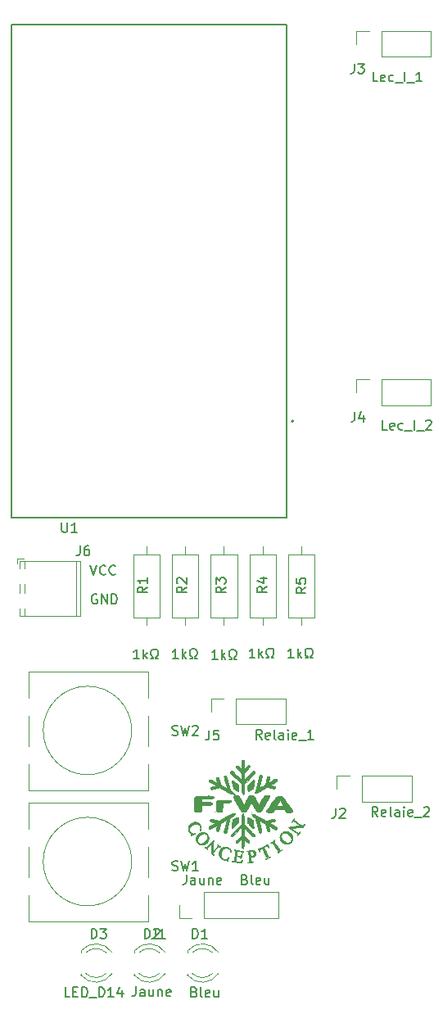
<source format=gbr>
%TF.GenerationSoftware,KiCad,Pcbnew,7.0.7*%
%TF.CreationDate,2024-02-25T20:38:01+01:00*%
%TF.ProjectId,TFT_tactil_screen,5446545f-7461-4637-9469-6c5f73637265,rev?*%
%TF.SameCoordinates,Original*%
%TF.FileFunction,Legend,Top*%
%TF.FilePolarity,Positive*%
%FSLAX46Y46*%
G04 Gerber Fmt 4.6, Leading zero omitted, Abs format (unit mm)*
G04 Created by KiCad (PCBNEW 7.0.7) date 2024-02-25 20:38:01*
%MOMM*%
%LPD*%
G01*
G04 APERTURE LIST*
%ADD10C,0.005291*%
%ADD11C,0.150000*%
%ADD12C,0.120000*%
%ADD13C,0.127000*%
%ADD14C,0.200000*%
G04 APERTURE END LIST*
D10*
X57881462Y-121103215D02*
X57885297Y-121103598D01*
X57889241Y-121104217D01*
X57893258Y-121105058D01*
X57897312Y-121106106D01*
X57901370Y-121107346D01*
X57905395Y-121108763D01*
X57909352Y-121110341D01*
X57913205Y-121112067D01*
X57916920Y-121113925D01*
X57920460Y-121115900D01*
X57923791Y-121117977D01*
X57926877Y-121120141D01*
X57929683Y-121122377D01*
X57932173Y-121124671D01*
X57934312Y-121127007D01*
X57935006Y-121127804D01*
X57935744Y-121128579D01*
X57936520Y-121129328D01*
X57937327Y-121130046D01*
X57938158Y-121130730D01*
X57939007Y-121131375D01*
X57939868Y-121131978D01*
X57940733Y-121132535D01*
X57941597Y-121133041D01*
X57942452Y-121133493D01*
X57943293Y-121133886D01*
X57944113Y-121134217D01*
X57944905Y-121134481D01*
X57945662Y-121134675D01*
X57946379Y-121134794D01*
X57946720Y-121134824D01*
X57947048Y-121134834D01*
X57947430Y-121134892D01*
X57947929Y-121135061D01*
X57949268Y-121135726D01*
X57951036Y-121136807D01*
X57953207Y-121138282D01*
X57955753Y-121140129D01*
X57958646Y-121142324D01*
X57961859Y-121144845D01*
X57965364Y-121147670D01*
X57973143Y-121154144D01*
X57981761Y-121161565D01*
X57991000Y-121169754D01*
X58000639Y-121178532D01*
X58020348Y-121196539D01*
X58039007Y-121213267D01*
X58054511Y-121226848D01*
X58060423Y-121231876D01*
X58064757Y-121235417D01*
X58075572Y-121244215D01*
X58092371Y-121258355D01*
X58147822Y-121306034D01*
X58238909Y-121385204D01*
X58373429Y-121502616D01*
X58395524Y-121522154D01*
X58414856Y-121539754D01*
X58431544Y-121555541D01*
X58445708Y-121569636D01*
X58457468Y-121582162D01*
X58462483Y-121587874D01*
X58466942Y-121593241D01*
X58470860Y-121598276D01*
X58474250Y-121602996D01*
X58477130Y-121607416D01*
X58479512Y-121611551D01*
X58480044Y-121612898D01*
X58480586Y-121614951D01*
X58481135Y-121617668D01*
X58481688Y-121621006D01*
X58482786Y-121629377D01*
X58483850Y-121639726D01*
X58484849Y-121651713D01*
X58485751Y-121665001D01*
X58486524Y-121679250D01*
X58487138Y-121694121D01*
X58490497Y-121778368D01*
X58495004Y-121878314D01*
X58499362Y-121981185D01*
X58502365Y-122072467D01*
X58502911Y-122097405D01*
X58503144Y-122117191D01*
X58503002Y-122132613D01*
X58502422Y-122144458D01*
X58501949Y-122149285D01*
X58501342Y-122153513D01*
X58500595Y-122157241D01*
X58499700Y-122160567D01*
X58498648Y-122163589D01*
X58497432Y-122166406D01*
X58494476Y-122171818D01*
X58493084Y-122173994D01*
X58491612Y-122176084D01*
X58490062Y-122178089D01*
X58488438Y-122180005D01*
X58486746Y-122181833D01*
X58484988Y-122183569D01*
X58483170Y-122185214D01*
X58481295Y-122186766D01*
X58479367Y-122188223D01*
X58477391Y-122189584D01*
X58475370Y-122190848D01*
X58473310Y-122192014D01*
X58471213Y-122193080D01*
X58469084Y-122194044D01*
X58466928Y-122194906D01*
X58464747Y-122195664D01*
X58462548Y-122196317D01*
X58460333Y-122196864D01*
X58458107Y-122197302D01*
X58455873Y-122197631D01*
X58453637Y-122197850D01*
X58451402Y-122197957D01*
X58449172Y-122197951D01*
X58446952Y-122197830D01*
X58444745Y-122197594D01*
X58442556Y-122197240D01*
X58440389Y-122196768D01*
X58438248Y-122196176D01*
X58436137Y-122195462D01*
X58434060Y-122194626D01*
X58432022Y-122193667D01*
X58430026Y-122192582D01*
X58428959Y-122192007D01*
X58427739Y-122191432D01*
X58426379Y-122190859D01*
X58424893Y-122190293D01*
X58423296Y-122189736D01*
X58421602Y-122189194D01*
X58419825Y-122188669D01*
X58417979Y-122188166D01*
X58416078Y-122187687D01*
X58414136Y-122187237D01*
X58412168Y-122186820D01*
X58410188Y-122186439D01*
X58408209Y-122186097D01*
X58406246Y-122185799D01*
X58404314Y-122185549D01*
X58402425Y-122185349D01*
X58400496Y-122185124D01*
X58398445Y-122184798D01*
X58396288Y-122184377D01*
X58394045Y-122183869D01*
X58391734Y-122183278D01*
X58389373Y-122182612D01*
X58386979Y-122181876D01*
X58384572Y-122181078D01*
X58382169Y-122180222D01*
X58379789Y-122179316D01*
X58377449Y-122178365D01*
X58375168Y-122177376D01*
X58372964Y-122176355D01*
X58370855Y-122175308D01*
X58368860Y-122174242D01*
X58366996Y-122173163D01*
X58352488Y-122164791D01*
X58330878Y-122152912D01*
X58267335Y-122119145D01*
X58178327Y-122072893D01*
X58065814Y-122015182D01*
X58062133Y-122013241D01*
X58058346Y-122011126D01*
X58054482Y-122008858D01*
X58050570Y-122006457D01*
X58042713Y-122001340D01*
X58035005Y-121995940D01*
X58027673Y-121990425D01*
X58020946Y-121984958D01*
X58017879Y-121982294D01*
X58015050Y-121979705D01*
X58012485Y-121977211D01*
X58010215Y-121974833D01*
X58005199Y-121969204D01*
X58000611Y-121963709D01*
X57996398Y-121958218D01*
X57992511Y-121952601D01*
X57988897Y-121946728D01*
X57985506Y-121940469D01*
X57982286Y-121933695D01*
X57979188Y-121926274D01*
X57976159Y-121918077D01*
X57973149Y-121908974D01*
X57970106Y-121898834D01*
X57966981Y-121887529D01*
X57963721Y-121874927D01*
X57960275Y-121860898D01*
X57956593Y-121845314D01*
X57952624Y-121828043D01*
X57940028Y-121773422D01*
X57927039Y-121719564D01*
X57918980Y-121686259D01*
X57910503Y-121650772D01*
X57880267Y-121526147D01*
X57854793Y-121424553D01*
X57849224Y-121403101D01*
X57843486Y-121380152D01*
X57836819Y-121352614D01*
X57828465Y-121317397D01*
X57823710Y-121297623D01*
X57819064Y-121278988D01*
X57815059Y-121263589D01*
X57812228Y-121253521D01*
X57810803Y-121248024D01*
X57809615Y-121241660D01*
X57808660Y-121234571D01*
X57807935Y-121226897D01*
X57807434Y-121218781D01*
X57807154Y-121210365D01*
X57807090Y-121201790D01*
X57807239Y-121193199D01*
X57807595Y-121184732D01*
X57808156Y-121176531D01*
X57808916Y-121168739D01*
X57809872Y-121161496D01*
X57811019Y-121154946D01*
X57812353Y-121149229D01*
X57813870Y-121144486D01*
X57815566Y-121140861D01*
X57816718Y-121139004D01*
X57817969Y-121137162D01*
X57819314Y-121135337D01*
X57820749Y-121133532D01*
X57823868Y-121129995D01*
X57827287Y-121126574D01*
X57830969Y-121123293D01*
X57834874Y-121120174D01*
X57838964Y-121117242D01*
X57843201Y-121114520D01*
X57847547Y-121112030D01*
X57851962Y-121109797D01*
X57856409Y-121107843D01*
X57860849Y-121106192D01*
X57865244Y-121104868D01*
X57869554Y-121103892D01*
X57871666Y-121103543D01*
X57873743Y-121103290D01*
X57875780Y-121103136D01*
X57877771Y-121103084D01*
X57881462Y-121103215D01*
G36*
X57881462Y-121103215D02*
G01*
X57885297Y-121103598D01*
X57889241Y-121104217D01*
X57893258Y-121105058D01*
X57897312Y-121106106D01*
X57901370Y-121107346D01*
X57905395Y-121108763D01*
X57909352Y-121110341D01*
X57913205Y-121112067D01*
X57916920Y-121113925D01*
X57920460Y-121115900D01*
X57923791Y-121117977D01*
X57926877Y-121120141D01*
X57929683Y-121122377D01*
X57932173Y-121124671D01*
X57934312Y-121127007D01*
X57935006Y-121127804D01*
X57935744Y-121128579D01*
X57936520Y-121129328D01*
X57937327Y-121130046D01*
X57938158Y-121130730D01*
X57939007Y-121131375D01*
X57939868Y-121131978D01*
X57940733Y-121132535D01*
X57941597Y-121133041D01*
X57942452Y-121133493D01*
X57943293Y-121133886D01*
X57944113Y-121134217D01*
X57944905Y-121134481D01*
X57945662Y-121134675D01*
X57946379Y-121134794D01*
X57946720Y-121134824D01*
X57947048Y-121134834D01*
X57947430Y-121134892D01*
X57947929Y-121135061D01*
X57949268Y-121135726D01*
X57951036Y-121136807D01*
X57953207Y-121138282D01*
X57955753Y-121140129D01*
X57958646Y-121142324D01*
X57961859Y-121144845D01*
X57965364Y-121147670D01*
X57973143Y-121154144D01*
X57981761Y-121161565D01*
X57991000Y-121169754D01*
X58000639Y-121178532D01*
X58020348Y-121196539D01*
X58039007Y-121213267D01*
X58054511Y-121226848D01*
X58060423Y-121231876D01*
X58064757Y-121235417D01*
X58075572Y-121244215D01*
X58092371Y-121258355D01*
X58147822Y-121306034D01*
X58238909Y-121385204D01*
X58373429Y-121502616D01*
X58395524Y-121522154D01*
X58414856Y-121539754D01*
X58431544Y-121555541D01*
X58445708Y-121569636D01*
X58457468Y-121582162D01*
X58462483Y-121587874D01*
X58466942Y-121593241D01*
X58470860Y-121598276D01*
X58474250Y-121602996D01*
X58477130Y-121607416D01*
X58479512Y-121611551D01*
X58480044Y-121612898D01*
X58480586Y-121614951D01*
X58481135Y-121617668D01*
X58481688Y-121621006D01*
X58482786Y-121629377D01*
X58483850Y-121639726D01*
X58484849Y-121651713D01*
X58485751Y-121665001D01*
X58486524Y-121679250D01*
X58487138Y-121694121D01*
X58490497Y-121778368D01*
X58495004Y-121878314D01*
X58499362Y-121981185D01*
X58502365Y-122072467D01*
X58502911Y-122097405D01*
X58503144Y-122117191D01*
X58503002Y-122132613D01*
X58502422Y-122144458D01*
X58501949Y-122149285D01*
X58501342Y-122153513D01*
X58500595Y-122157241D01*
X58499700Y-122160567D01*
X58498648Y-122163589D01*
X58497432Y-122166406D01*
X58494476Y-122171818D01*
X58493084Y-122173994D01*
X58491612Y-122176084D01*
X58490062Y-122178089D01*
X58488438Y-122180005D01*
X58486746Y-122181833D01*
X58484988Y-122183569D01*
X58483170Y-122185214D01*
X58481295Y-122186766D01*
X58479367Y-122188223D01*
X58477391Y-122189584D01*
X58475370Y-122190848D01*
X58473310Y-122192014D01*
X58471213Y-122193080D01*
X58469084Y-122194044D01*
X58466928Y-122194906D01*
X58464747Y-122195664D01*
X58462548Y-122196317D01*
X58460333Y-122196864D01*
X58458107Y-122197302D01*
X58455873Y-122197631D01*
X58453637Y-122197850D01*
X58451402Y-122197957D01*
X58449172Y-122197951D01*
X58446952Y-122197830D01*
X58444745Y-122197594D01*
X58442556Y-122197240D01*
X58440389Y-122196768D01*
X58438248Y-122196176D01*
X58436137Y-122195462D01*
X58434060Y-122194626D01*
X58432022Y-122193667D01*
X58430026Y-122192582D01*
X58428959Y-122192007D01*
X58427739Y-122191432D01*
X58426379Y-122190859D01*
X58424893Y-122190293D01*
X58423296Y-122189736D01*
X58421602Y-122189194D01*
X58419825Y-122188669D01*
X58417979Y-122188166D01*
X58416078Y-122187687D01*
X58414136Y-122187237D01*
X58412168Y-122186820D01*
X58410188Y-122186439D01*
X58408209Y-122186097D01*
X58406246Y-122185799D01*
X58404314Y-122185549D01*
X58402425Y-122185349D01*
X58400496Y-122185124D01*
X58398445Y-122184798D01*
X58396288Y-122184377D01*
X58394045Y-122183869D01*
X58391734Y-122183278D01*
X58389373Y-122182612D01*
X58386979Y-122181876D01*
X58384572Y-122181078D01*
X58382169Y-122180222D01*
X58379789Y-122179316D01*
X58377449Y-122178365D01*
X58375168Y-122177376D01*
X58372964Y-122176355D01*
X58370855Y-122175308D01*
X58368860Y-122174242D01*
X58366996Y-122173163D01*
X58352488Y-122164791D01*
X58330878Y-122152912D01*
X58267335Y-122119145D01*
X58178327Y-122072893D01*
X58065814Y-122015182D01*
X58062133Y-122013241D01*
X58058346Y-122011126D01*
X58054482Y-122008858D01*
X58050570Y-122006457D01*
X58042713Y-122001340D01*
X58035005Y-121995940D01*
X58027673Y-121990425D01*
X58020946Y-121984958D01*
X58017879Y-121982294D01*
X58015050Y-121979705D01*
X58012485Y-121977211D01*
X58010215Y-121974833D01*
X58005199Y-121969204D01*
X58000611Y-121963709D01*
X57996398Y-121958218D01*
X57992511Y-121952601D01*
X57988897Y-121946728D01*
X57985506Y-121940469D01*
X57982286Y-121933695D01*
X57979188Y-121926274D01*
X57976159Y-121918077D01*
X57973149Y-121908974D01*
X57970106Y-121898834D01*
X57966981Y-121887529D01*
X57963721Y-121874927D01*
X57960275Y-121860898D01*
X57956593Y-121845314D01*
X57952624Y-121828043D01*
X57940028Y-121773422D01*
X57927039Y-121719564D01*
X57918980Y-121686259D01*
X57910503Y-121650772D01*
X57880267Y-121526147D01*
X57854793Y-121424553D01*
X57849224Y-121403101D01*
X57843486Y-121380152D01*
X57836819Y-121352614D01*
X57828465Y-121317397D01*
X57823710Y-121297623D01*
X57819064Y-121278988D01*
X57815059Y-121263589D01*
X57812228Y-121253521D01*
X57810803Y-121248024D01*
X57809615Y-121241660D01*
X57808660Y-121234571D01*
X57807935Y-121226897D01*
X57807434Y-121218781D01*
X57807154Y-121210365D01*
X57807090Y-121201790D01*
X57807239Y-121193199D01*
X57807595Y-121184732D01*
X57808156Y-121176531D01*
X57808916Y-121168739D01*
X57809872Y-121161496D01*
X57811019Y-121154946D01*
X57812353Y-121149229D01*
X57813870Y-121144486D01*
X57815566Y-121140861D01*
X57816718Y-121139004D01*
X57817969Y-121137162D01*
X57819314Y-121135337D01*
X57820749Y-121133532D01*
X57823868Y-121129995D01*
X57827287Y-121126574D01*
X57830969Y-121123293D01*
X57834874Y-121120174D01*
X57838964Y-121117242D01*
X57843201Y-121114520D01*
X57847547Y-121112030D01*
X57851962Y-121109797D01*
X57856409Y-121107843D01*
X57860849Y-121106192D01*
X57865244Y-121104868D01*
X57869554Y-121103892D01*
X57871666Y-121103543D01*
X57873743Y-121103290D01*
X57875780Y-121103136D01*
X57877771Y-121103084D01*
X57881462Y-121103215D01*
G37*
X60079932Y-121071420D02*
X60082797Y-121071675D01*
X60085581Y-121072102D01*
X60088285Y-121072701D01*
X60090909Y-121073472D01*
X60093454Y-121074415D01*
X60095919Y-121075532D01*
X60098305Y-121076822D01*
X60100613Y-121078287D01*
X60102842Y-121079927D01*
X60104993Y-121081742D01*
X60107066Y-121083733D01*
X60109062Y-121085900D01*
X60110981Y-121088245D01*
X60112823Y-121090766D01*
X60114589Y-121093466D01*
X60116279Y-121096344D01*
X60117893Y-121099401D01*
X60119431Y-121102638D01*
X60120895Y-121106055D01*
X60122283Y-121109652D01*
X60123598Y-121113431D01*
X60124838Y-121117391D01*
X60126004Y-121121533D01*
X60127097Y-121125858D01*
X60128116Y-121130366D01*
X60129063Y-121135058D01*
X60129937Y-121139935D01*
X60131469Y-121150242D01*
X60132716Y-121161293D01*
X60137172Y-121209286D01*
X60138456Y-121225552D01*
X60139148Y-121237628D01*
X60139278Y-121246237D01*
X60138874Y-121252102D01*
X60138481Y-121254232D01*
X60137965Y-121255946D01*
X60137330Y-121257336D01*
X60136580Y-121258491D01*
X60136084Y-121259335D01*
X60135534Y-121260612D01*
X60134936Y-121262298D01*
X60134295Y-121264366D01*
X60133617Y-121266789D01*
X60132907Y-121269543D01*
X60131418Y-121275934D01*
X60129872Y-121283330D01*
X60128317Y-121291522D01*
X60126798Y-121300302D01*
X60125360Y-121309459D01*
X60122396Y-121328177D01*
X60119273Y-121345889D01*
X60116364Y-121360600D01*
X60115106Y-121366207D01*
X60114040Y-121370314D01*
X60112941Y-121374529D01*
X60111587Y-121380444D01*
X60110030Y-121387789D01*
X60108324Y-121396292D01*
X60104678Y-121415688D01*
X60101074Y-121436459D01*
X60094635Y-121473821D01*
X60087615Y-121512244D01*
X60080995Y-121546509D01*
X60075753Y-121571397D01*
X60075134Y-121574333D01*
X60074301Y-121578638D01*
X60072140Y-121590530D01*
X60069562Y-121605423D01*
X60066857Y-121621668D01*
X60064124Y-121637704D01*
X60061468Y-121652029D01*
X60059192Y-121663079D01*
X60058292Y-121666888D01*
X60057601Y-121669293D01*
X60057018Y-121671103D01*
X60056426Y-121673210D01*
X60055842Y-121675536D01*
X60055283Y-121678007D01*
X60054764Y-121680547D01*
X60054303Y-121683078D01*
X60053915Y-121685526D01*
X60053617Y-121687814D01*
X60052297Y-121697718D01*
X60050273Y-121710730D01*
X60044760Y-121742519D01*
X60038375Y-121776059D01*
X60035261Y-121791261D01*
X60032415Y-121804230D01*
X60029079Y-121819776D01*
X60025395Y-121838631D01*
X60021810Y-121858418D01*
X60018771Y-121876755D01*
X60017303Y-121885265D01*
X60015560Y-121893819D01*
X60013605Y-121902187D01*
X60011504Y-121910137D01*
X60009322Y-121917438D01*
X60007124Y-121923859D01*
X60006039Y-121926667D01*
X60004975Y-121929168D01*
X60003939Y-121931334D01*
X60002939Y-121933135D01*
X60000881Y-121936000D01*
X59997912Y-121939371D01*
X59994105Y-121943193D01*
X59989535Y-121947409D01*
X59984278Y-121951964D01*
X59978407Y-121956802D01*
X59971997Y-121961866D01*
X59965124Y-121967102D01*
X59957861Y-121972452D01*
X59950284Y-121977862D01*
X59942467Y-121983275D01*
X59934484Y-121988635D01*
X59926411Y-121993886D01*
X59918321Y-121998973D01*
X59910290Y-122003840D01*
X59902393Y-122008430D01*
X59899114Y-122010325D01*
X59895467Y-122012488D01*
X59887553Y-122017321D01*
X59879628Y-122022322D01*
X59875965Y-122024697D01*
X59872665Y-122026887D01*
X59865918Y-122031388D01*
X59859511Y-122035574D01*
X59853404Y-122039469D01*
X59847559Y-122043098D01*
X59841934Y-122046485D01*
X59836491Y-122049654D01*
X59831190Y-122052630D01*
X59825991Y-122055436D01*
X59823575Y-122056748D01*
X59820758Y-122058334D01*
X59814332Y-122062086D01*
X59807528Y-122066208D01*
X59804239Y-122068256D01*
X59801161Y-122070215D01*
X59777407Y-122085379D01*
X59740306Y-122108945D01*
X59659304Y-122160386D01*
X59628640Y-122179845D01*
X59604774Y-122194755D01*
X59586447Y-122205766D01*
X59578966Y-122210012D01*
X59572398Y-122213527D01*
X59566584Y-122216391D01*
X59561368Y-122218686D01*
X59556591Y-122220492D01*
X59552096Y-122221892D01*
X59547726Y-122222966D01*
X59543323Y-122223795D01*
X59533789Y-122225044D01*
X59529538Y-122225487D01*
X59525663Y-122225828D01*
X59522126Y-122226061D01*
X59518890Y-122226177D01*
X59515919Y-122226168D01*
X59513176Y-122226026D01*
X59510622Y-122225743D01*
X59508222Y-122225310D01*
X59505938Y-122224721D01*
X59503734Y-122223965D01*
X59501572Y-122223037D01*
X59499415Y-122221927D01*
X59497226Y-122220627D01*
X59494969Y-122219129D01*
X59492606Y-122217426D01*
X59490100Y-122215509D01*
X59488430Y-122214168D01*
X59486743Y-122212748D01*
X59485049Y-122211261D01*
X59483360Y-122209719D01*
X59481688Y-122208134D01*
X59480044Y-122206520D01*
X59478440Y-122204887D01*
X59476888Y-122203250D01*
X59475397Y-122201619D01*
X59473982Y-122200008D01*
X59472651Y-122198428D01*
X59471418Y-122196892D01*
X59470294Y-122195413D01*
X59469290Y-122194002D01*
X59468417Y-122192672D01*
X59467688Y-122191436D01*
X59466500Y-122187630D01*
X59465260Y-122180469D01*
X59462640Y-122156360D01*
X59459859Y-122119670D01*
X59456946Y-122070962D01*
X59453934Y-122010798D01*
X59450851Y-121939739D01*
X59447730Y-121858349D01*
X59444600Y-121767188D01*
X59443082Y-121718221D01*
X59442700Y-121698286D01*
X59442708Y-121680938D01*
X59443209Y-121665843D01*
X59444304Y-121652666D01*
X59446099Y-121641073D01*
X59448695Y-121630731D01*
X59452195Y-121621304D01*
X59456703Y-121612458D01*
X59462322Y-121603860D01*
X59469155Y-121595174D01*
X59477305Y-121586067D01*
X59486875Y-121576205D01*
X59510687Y-121552876D01*
X59650814Y-121418125D01*
X59793406Y-121283424D01*
X59908487Y-121176843D01*
X59946344Y-121142868D01*
X59966083Y-121126449D01*
X59983599Y-121114827D01*
X60000709Y-121104240D01*
X60017095Y-121094846D01*
X60032437Y-121086805D01*
X60039617Y-121083341D01*
X60046416Y-121080274D01*
X60052795Y-121077625D01*
X60058714Y-121075413D01*
X60064132Y-121073659D01*
X60069010Y-121072381D01*
X60073308Y-121071599D01*
X60076986Y-121071334D01*
X60079932Y-121071420D01*
G36*
X60079932Y-121071420D02*
G01*
X60082797Y-121071675D01*
X60085581Y-121072102D01*
X60088285Y-121072701D01*
X60090909Y-121073472D01*
X60093454Y-121074415D01*
X60095919Y-121075532D01*
X60098305Y-121076822D01*
X60100613Y-121078287D01*
X60102842Y-121079927D01*
X60104993Y-121081742D01*
X60107066Y-121083733D01*
X60109062Y-121085900D01*
X60110981Y-121088245D01*
X60112823Y-121090766D01*
X60114589Y-121093466D01*
X60116279Y-121096344D01*
X60117893Y-121099401D01*
X60119431Y-121102638D01*
X60120895Y-121106055D01*
X60122283Y-121109652D01*
X60123598Y-121113431D01*
X60124838Y-121117391D01*
X60126004Y-121121533D01*
X60127097Y-121125858D01*
X60128116Y-121130366D01*
X60129063Y-121135058D01*
X60129937Y-121139935D01*
X60131469Y-121150242D01*
X60132716Y-121161293D01*
X60137172Y-121209286D01*
X60138456Y-121225552D01*
X60139148Y-121237628D01*
X60139278Y-121246237D01*
X60138874Y-121252102D01*
X60138481Y-121254232D01*
X60137965Y-121255946D01*
X60137330Y-121257336D01*
X60136580Y-121258491D01*
X60136084Y-121259335D01*
X60135534Y-121260612D01*
X60134936Y-121262298D01*
X60134295Y-121264366D01*
X60133617Y-121266789D01*
X60132907Y-121269543D01*
X60131418Y-121275934D01*
X60129872Y-121283330D01*
X60128317Y-121291522D01*
X60126798Y-121300302D01*
X60125360Y-121309459D01*
X60122396Y-121328177D01*
X60119273Y-121345889D01*
X60116364Y-121360600D01*
X60115106Y-121366207D01*
X60114040Y-121370314D01*
X60112941Y-121374529D01*
X60111587Y-121380444D01*
X60110030Y-121387789D01*
X60108324Y-121396292D01*
X60104678Y-121415688D01*
X60101074Y-121436459D01*
X60094635Y-121473821D01*
X60087615Y-121512244D01*
X60080995Y-121546509D01*
X60075753Y-121571397D01*
X60075134Y-121574333D01*
X60074301Y-121578638D01*
X60072140Y-121590530D01*
X60069562Y-121605423D01*
X60066857Y-121621668D01*
X60064124Y-121637704D01*
X60061468Y-121652029D01*
X60059192Y-121663079D01*
X60058292Y-121666888D01*
X60057601Y-121669293D01*
X60057018Y-121671103D01*
X60056426Y-121673210D01*
X60055842Y-121675536D01*
X60055283Y-121678007D01*
X60054764Y-121680547D01*
X60054303Y-121683078D01*
X60053915Y-121685526D01*
X60053617Y-121687814D01*
X60052297Y-121697718D01*
X60050273Y-121710730D01*
X60044760Y-121742519D01*
X60038375Y-121776059D01*
X60035261Y-121791261D01*
X60032415Y-121804230D01*
X60029079Y-121819776D01*
X60025395Y-121838631D01*
X60021810Y-121858418D01*
X60018771Y-121876755D01*
X60017303Y-121885265D01*
X60015560Y-121893819D01*
X60013605Y-121902187D01*
X60011504Y-121910137D01*
X60009322Y-121917438D01*
X60007124Y-121923859D01*
X60006039Y-121926667D01*
X60004975Y-121929168D01*
X60003939Y-121931334D01*
X60002939Y-121933135D01*
X60000881Y-121936000D01*
X59997912Y-121939371D01*
X59994105Y-121943193D01*
X59989535Y-121947409D01*
X59984278Y-121951964D01*
X59978407Y-121956802D01*
X59971997Y-121961866D01*
X59965124Y-121967102D01*
X59957861Y-121972452D01*
X59950284Y-121977862D01*
X59942467Y-121983275D01*
X59934484Y-121988635D01*
X59926411Y-121993886D01*
X59918321Y-121998973D01*
X59910290Y-122003840D01*
X59902393Y-122008430D01*
X59899114Y-122010325D01*
X59895467Y-122012488D01*
X59887553Y-122017321D01*
X59879628Y-122022322D01*
X59875965Y-122024697D01*
X59872665Y-122026887D01*
X59865918Y-122031388D01*
X59859511Y-122035574D01*
X59853404Y-122039469D01*
X59847559Y-122043098D01*
X59841934Y-122046485D01*
X59836491Y-122049654D01*
X59831190Y-122052630D01*
X59825991Y-122055436D01*
X59823575Y-122056748D01*
X59820758Y-122058334D01*
X59814332Y-122062086D01*
X59807528Y-122066208D01*
X59804239Y-122068256D01*
X59801161Y-122070215D01*
X59777407Y-122085379D01*
X59740306Y-122108945D01*
X59659304Y-122160386D01*
X59628640Y-122179845D01*
X59604774Y-122194755D01*
X59586447Y-122205766D01*
X59578966Y-122210012D01*
X59572398Y-122213527D01*
X59566584Y-122216391D01*
X59561368Y-122218686D01*
X59556591Y-122220492D01*
X59552096Y-122221892D01*
X59547726Y-122222966D01*
X59543323Y-122223795D01*
X59533789Y-122225044D01*
X59529538Y-122225487D01*
X59525663Y-122225828D01*
X59522126Y-122226061D01*
X59518890Y-122226177D01*
X59515919Y-122226168D01*
X59513176Y-122226026D01*
X59510622Y-122225743D01*
X59508222Y-122225310D01*
X59505938Y-122224721D01*
X59503734Y-122223965D01*
X59501572Y-122223037D01*
X59499415Y-122221927D01*
X59497226Y-122220627D01*
X59494969Y-122219129D01*
X59492606Y-122217426D01*
X59490100Y-122215509D01*
X59488430Y-122214168D01*
X59486743Y-122212748D01*
X59485049Y-122211261D01*
X59483360Y-122209719D01*
X59481688Y-122208134D01*
X59480044Y-122206520D01*
X59478440Y-122204887D01*
X59476888Y-122203250D01*
X59475397Y-122201619D01*
X59473982Y-122200008D01*
X59472651Y-122198428D01*
X59471418Y-122196892D01*
X59470294Y-122195413D01*
X59469290Y-122194002D01*
X59468417Y-122192672D01*
X59467688Y-122191436D01*
X59466500Y-122187630D01*
X59465260Y-122180469D01*
X59462640Y-122156360D01*
X59459859Y-122119670D01*
X59456946Y-122070962D01*
X59453934Y-122010798D01*
X59450851Y-121939739D01*
X59447730Y-121858349D01*
X59444600Y-121767188D01*
X59443082Y-121718221D01*
X59442700Y-121698286D01*
X59442708Y-121680938D01*
X59443209Y-121665843D01*
X59444304Y-121652666D01*
X59446099Y-121641073D01*
X59448695Y-121630731D01*
X59452195Y-121621304D01*
X59456703Y-121612458D01*
X59462322Y-121603860D01*
X59469155Y-121595174D01*
X59477305Y-121586067D01*
X59486875Y-121576205D01*
X59510687Y-121552876D01*
X59650814Y-121418125D01*
X59793406Y-121283424D01*
X59908487Y-121176843D01*
X59946344Y-121142868D01*
X59966083Y-121126449D01*
X59983599Y-121114827D01*
X60000709Y-121104240D01*
X60017095Y-121094846D01*
X60032437Y-121086805D01*
X60039617Y-121083341D01*
X60046416Y-121080274D01*
X60052795Y-121077625D01*
X60058714Y-121075413D01*
X60064132Y-121073659D01*
X60069010Y-121072381D01*
X60073308Y-121071599D01*
X60076986Y-121071334D01*
X60079932Y-121071420D01*
G37*
X60802034Y-120546514D02*
X60806686Y-120546760D01*
X60810968Y-120547247D01*
X60814819Y-120547984D01*
X60818180Y-120548979D01*
X60820080Y-120549627D01*
X60822446Y-120550361D01*
X60825181Y-120551157D01*
X60828193Y-120551989D01*
X60831387Y-120552831D01*
X60834669Y-120553659D01*
X60837944Y-120554447D01*
X60841120Y-120555169D01*
X60843945Y-120555885D01*
X60846711Y-120556773D01*
X60849414Y-120557830D01*
X60852055Y-120559053D01*
X60854630Y-120560439D01*
X60857137Y-120561983D01*
X60859575Y-120563682D01*
X60861942Y-120565533D01*
X60864235Y-120567532D01*
X60866453Y-120569675D01*
X60868594Y-120571960D01*
X60870655Y-120574383D01*
X60872635Y-120576939D01*
X60874533Y-120579627D01*
X60876345Y-120582442D01*
X60878070Y-120585380D01*
X60879706Y-120588439D01*
X60881251Y-120591614D01*
X60882703Y-120594902D01*
X60884060Y-120598301D01*
X60885321Y-120601805D01*
X60886482Y-120605412D01*
X60887543Y-120609119D01*
X60888501Y-120612921D01*
X60889355Y-120616815D01*
X60890102Y-120620799D01*
X60890740Y-120624867D01*
X60891268Y-120629017D01*
X60891683Y-120633246D01*
X60891983Y-120637549D01*
X60892168Y-120641924D01*
X60892233Y-120646366D01*
X60892262Y-120648642D01*
X60892346Y-120650890D01*
X60892482Y-120653094D01*
X60892668Y-120655243D01*
X60892901Y-120657323D01*
X60893177Y-120659320D01*
X60893494Y-120661223D01*
X60893849Y-120663018D01*
X60894240Y-120664692D01*
X60894662Y-120666231D01*
X60895114Y-120667623D01*
X60895593Y-120668854D01*
X60896095Y-120669912D01*
X60896618Y-120670783D01*
X60897158Y-120671454D01*
X60897714Y-120671912D01*
X60898279Y-120672484D01*
X60898790Y-120673453D01*
X60899652Y-120676497D01*
X60900305Y-120680873D01*
X60900758Y-120686412D01*
X60901018Y-120692943D01*
X60901091Y-120700296D01*
X60900985Y-120708301D01*
X60900707Y-120716788D01*
X60899662Y-120734527D01*
X60898910Y-120743439D01*
X60898014Y-120752152D01*
X60896981Y-120760497D01*
X60895819Y-120768302D01*
X60894534Y-120775398D01*
X60893134Y-120781616D01*
X60892184Y-120785602D01*
X60891422Y-120789321D01*
X60890856Y-120792691D01*
X60890493Y-120795630D01*
X60890391Y-120796913D01*
X60890342Y-120798058D01*
X60890348Y-120799055D01*
X60890409Y-120799894D01*
X60890527Y-120800563D01*
X60890703Y-120801054D01*
X60890813Y-120801230D01*
X60890938Y-120801356D01*
X60891078Y-120801433D01*
X60891232Y-120801459D01*
X60891385Y-120801468D01*
X60891520Y-120801492D01*
X60891636Y-120801533D01*
X60891735Y-120801589D01*
X60891777Y-120801623D01*
X60891815Y-120801660D01*
X60891879Y-120801746D01*
X60891924Y-120801846D01*
X60891953Y-120801960D01*
X60891965Y-120802088D01*
X60891960Y-120802229D01*
X60891938Y-120802382D01*
X60891900Y-120802548D01*
X60891846Y-120802725D01*
X60891776Y-120802914D01*
X60891691Y-120803114D01*
X60891589Y-120803325D01*
X60891473Y-120803546D01*
X60891341Y-120803776D01*
X60891195Y-120804016D01*
X60891034Y-120804265D01*
X60890858Y-120804523D01*
X60890668Y-120804789D01*
X60890464Y-120805063D01*
X60890247Y-120805344D01*
X60890015Y-120805632D01*
X60889770Y-120805927D01*
X60889512Y-120806227D01*
X60889241Y-120806534D01*
X60888957Y-120806846D01*
X60888660Y-120807163D01*
X60888351Y-120807484D01*
X60888029Y-120807809D01*
X60887382Y-120808526D01*
X60886752Y-120809360D01*
X60886144Y-120810302D01*
X60885559Y-120811340D01*
X60885002Y-120812465D01*
X60884475Y-120813666D01*
X60883983Y-120814934D01*
X60883528Y-120816258D01*
X60883113Y-120817628D01*
X60882742Y-120819034D01*
X60882418Y-120820466D01*
X60882145Y-120821913D01*
X60881926Y-120823365D01*
X60881763Y-120824813D01*
X60881661Y-120826246D01*
X60881622Y-120827653D01*
X60881572Y-120829159D01*
X60881446Y-120830878D01*
X60880984Y-120834881D01*
X60880267Y-120839504D01*
X60879324Y-120844587D01*
X60878187Y-120849972D01*
X60876887Y-120855501D01*
X60875453Y-120861014D01*
X60873916Y-120866352D01*
X60870917Y-120876338D01*
X60868405Y-120884894D01*
X60866642Y-120891110D01*
X60865891Y-120894078D01*
X60865774Y-120894720D01*
X60865584Y-120895583D01*
X60865330Y-120896628D01*
X60865023Y-120897817D01*
X60864673Y-120899114D01*
X60864290Y-120900480D01*
X60863884Y-120901877D01*
X60863465Y-120903268D01*
X60862984Y-120905040D01*
X60862403Y-120907529D01*
X60861743Y-120910619D01*
X60861027Y-120914197D01*
X60860277Y-120918149D01*
X60859515Y-120922360D01*
X60858763Y-120926717D01*
X60858045Y-120931105D01*
X60856870Y-120938372D01*
X60855853Y-120944329D01*
X60854917Y-120949301D01*
X60853986Y-120953615D01*
X60852986Y-120957596D01*
X60851839Y-120961569D01*
X60850471Y-120965859D01*
X60848805Y-120970793D01*
X60848079Y-120973251D01*
X60847053Y-120977215D01*
X60844294Y-120988834D01*
X60840906Y-121004000D01*
X60837268Y-121021064D01*
X60829604Y-121057179D01*
X60823554Y-121084564D01*
X60799402Y-121190539D01*
X60782042Y-121269772D01*
X60778345Y-121286627D01*
X60774841Y-121301224D01*
X60773284Y-121307188D01*
X60771924Y-121312002D01*
X60770809Y-121315470D01*
X60769990Y-121317397D01*
X60769631Y-121318150D01*
X60769212Y-121319300D01*
X60768739Y-121320825D01*
X60768216Y-121322701D01*
X60767043Y-121327408D01*
X60765735Y-121333230D01*
X60764332Y-121339978D01*
X60762876Y-121347461D01*
X60761408Y-121355487D01*
X60759969Y-121363867D01*
X60758502Y-121372196D01*
X60756955Y-121380076D01*
X60755375Y-121387327D01*
X60753809Y-121393769D01*
X60752303Y-121399221D01*
X60750903Y-121403503D01*
X60750258Y-121405149D01*
X60749657Y-121406435D01*
X60749106Y-121407338D01*
X60748611Y-121407836D01*
X60748379Y-121407999D01*
X60748151Y-121408199D01*
X60747925Y-121408435D01*
X60747704Y-121408707D01*
X60747486Y-121409012D01*
X60747272Y-121409350D01*
X60746858Y-121410120D01*
X60746463Y-121411007D01*
X60746091Y-121412001D01*
X60745743Y-121413094D01*
X60745422Y-121414277D01*
X60745130Y-121415539D01*
X60744870Y-121416872D01*
X60744643Y-121418267D01*
X60744452Y-121419715D01*
X60744300Y-121421205D01*
X60744188Y-121422730D01*
X60744120Y-121424279D01*
X60744096Y-121425844D01*
X60744071Y-121427460D01*
X60743997Y-121429161D01*
X60743714Y-121432758D01*
X60743266Y-121436520D01*
X60742674Y-121440333D01*
X60741957Y-121444081D01*
X60741134Y-121447651D01*
X60740227Y-121450928D01*
X60739748Y-121452421D01*
X60739254Y-121453797D01*
X60737457Y-121458763D01*
X60736621Y-121461298D01*
X60735809Y-121463955D01*
X60735005Y-121466800D01*
X60734195Y-121469897D01*
X60733365Y-121473311D01*
X60732500Y-121477107D01*
X60730610Y-121486108D01*
X60728408Y-121497420D01*
X60725779Y-121511565D01*
X60722609Y-121529064D01*
X60720143Y-121542018D01*
X60717649Y-121553819D01*
X60716483Y-121558880D01*
X60715419Y-121563164D01*
X60714493Y-121566509D01*
X60713743Y-121568751D01*
X60711705Y-121575196D01*
X60708680Y-121586433D01*
X60700833Y-121618355D01*
X60692537Y-121654651D01*
X60688949Y-121671357D01*
X60686125Y-121685457D01*
X60683840Y-121696672D01*
X60680991Y-121709389D01*
X60677942Y-121722047D01*
X60675057Y-121733082D01*
X60672290Y-121743461D01*
X60669351Y-121755215D01*
X60666210Y-121768484D01*
X60662835Y-121783407D01*
X60655262Y-121818775D01*
X60646385Y-121862439D01*
X60644564Y-121871188D01*
X60642626Y-121879824D01*
X60640629Y-121888124D01*
X60638634Y-121895865D01*
X60636700Y-121902825D01*
X60634886Y-121908780D01*
X60633252Y-121913508D01*
X60631858Y-121916785D01*
X60630909Y-121918745D01*
X60630097Y-121920599D01*
X60629420Y-121922346D01*
X60628877Y-121923986D01*
X60628466Y-121925518D01*
X60628185Y-121926943D01*
X60628031Y-121928259D01*
X60628003Y-121929466D01*
X60628099Y-121930563D01*
X60628317Y-121931550D01*
X60628654Y-121932426D01*
X60629110Y-121933191D01*
X60629682Y-121933845D01*
X60630368Y-121934386D01*
X60631166Y-121934814D01*
X60632074Y-121935129D01*
X60633091Y-121935330D01*
X60634214Y-121935417D01*
X60635441Y-121935389D01*
X60636771Y-121935246D01*
X60638202Y-121934986D01*
X60639731Y-121934611D01*
X60641356Y-121934118D01*
X60643076Y-121933508D01*
X60644890Y-121932780D01*
X60646793Y-121931933D01*
X60648786Y-121930968D01*
X60650866Y-121929882D01*
X60653030Y-121928677D01*
X60655278Y-121927351D01*
X60657606Y-121925904D01*
X60660014Y-121924336D01*
X60665166Y-121920959D01*
X60670912Y-121917289D01*
X60683414Y-121909540D01*
X60695976Y-121902028D01*
X60701797Y-121898654D01*
X60707055Y-121895692D01*
X60720476Y-121888084D01*
X60739417Y-121877107D01*
X60761359Y-121864229D01*
X60783784Y-121850919D01*
X60929305Y-121764638D01*
X61009722Y-121716938D01*
X61073026Y-121679042D01*
X61093099Y-121667038D01*
X61109967Y-121657208D01*
X61121858Y-121650566D01*
X61125383Y-121648757D01*
X61126444Y-121648286D01*
X61127000Y-121648126D01*
X61127177Y-121648106D01*
X61127410Y-121648047D01*
X61128039Y-121647813D01*
X61128875Y-121647434D01*
X61129906Y-121646916D01*
X61131117Y-121646268D01*
X61132495Y-121645497D01*
X61135703Y-121643621D01*
X61139423Y-121641348D01*
X61143552Y-121638744D01*
X61147983Y-121635869D01*
X61152613Y-121632788D01*
X61157670Y-121629446D01*
X61163327Y-121625822D01*
X61169393Y-121622032D01*
X61175678Y-121618191D01*
X61181990Y-121614416D01*
X61188138Y-121610821D01*
X61193932Y-121607522D01*
X61199180Y-121604634D01*
X61221368Y-121592495D01*
X61230761Y-121587162D01*
X61239114Y-121582243D01*
X61246493Y-121577680D01*
X61252970Y-121573417D01*
X61258612Y-121569396D01*
X61263489Y-121565558D01*
X61267669Y-121561847D01*
X61271223Y-121558205D01*
X61274218Y-121554574D01*
X61276724Y-121550898D01*
X61278810Y-121547117D01*
X61280545Y-121543175D01*
X61281998Y-121539015D01*
X61283238Y-121534578D01*
X61284423Y-121529613D01*
X61285529Y-121524482D01*
X61286531Y-121519334D01*
X61287405Y-121514315D01*
X61288127Y-121509574D01*
X61288672Y-121505259D01*
X61289018Y-121501517D01*
X61289138Y-121498498D01*
X61289156Y-121497191D01*
X61289209Y-121495886D01*
X61289296Y-121494589D01*
X61289414Y-121493310D01*
X61289562Y-121492057D01*
X61289737Y-121490839D01*
X61289939Y-121489662D01*
X61290165Y-121488537D01*
X61290414Y-121487470D01*
X61290684Y-121486471D01*
X61290972Y-121485547D01*
X61291278Y-121484707D01*
X61291599Y-121483959D01*
X61291933Y-121483311D01*
X61292280Y-121482772D01*
X61292636Y-121482350D01*
X61292817Y-121482152D01*
X61292999Y-121481918D01*
X61293367Y-121481350D01*
X61293735Y-121480655D01*
X61294103Y-121479842D01*
X61294466Y-121478920D01*
X61294824Y-121477899D01*
X61295173Y-121476788D01*
X61295510Y-121475597D01*
X61295834Y-121474334D01*
X61296142Y-121473008D01*
X61296431Y-121471630D01*
X61296699Y-121470208D01*
X61296943Y-121468752D01*
X61297161Y-121467271D01*
X61297350Y-121465774D01*
X61297509Y-121464271D01*
X61297996Y-121460369D01*
X61298860Y-121454851D01*
X61300051Y-121447970D01*
X61301522Y-121439982D01*
X61305112Y-121421706D01*
X61309242Y-121402064D01*
X61321637Y-121344241D01*
X61333006Y-121289595D01*
X61342645Y-121241574D01*
X61349846Y-121203626D01*
X61354137Y-121180594D01*
X61357848Y-121162376D01*
X61359626Y-121154433D01*
X61361426Y-121146925D01*
X61363302Y-121139595D01*
X61365312Y-121132189D01*
X61365686Y-121130586D01*
X61366189Y-121128046D01*
X61366797Y-121124701D01*
X61367489Y-121120679D01*
X61369037Y-121111129D01*
X61370657Y-121100439D01*
X61371525Y-121094908D01*
X61372508Y-121089330D01*
X61373573Y-121083858D01*
X61374686Y-121078644D01*
X61375812Y-121073838D01*
X61376919Y-121069594D01*
X61377970Y-121066063D01*
X61378934Y-121063397D01*
X61379416Y-121062113D01*
X61379948Y-121060461D01*
X61381145Y-121056156D01*
X61382481Y-121050688D01*
X61383911Y-121044264D01*
X61385391Y-121037090D01*
X61386878Y-121029371D01*
X61388326Y-121021315D01*
X61389693Y-121013126D01*
X61392502Y-120996672D01*
X61395449Y-120981211D01*
X61396866Y-120974395D01*
X61398186Y-120968478D01*
X61399367Y-120963677D01*
X61400363Y-120960209D01*
X61401300Y-120957120D01*
X61402311Y-120953403D01*
X61403364Y-120949199D01*
X61404427Y-120944649D01*
X61405468Y-120939894D01*
X61406456Y-120935076D01*
X61407357Y-120930336D01*
X61408142Y-120925814D01*
X61410409Y-120912280D01*
X61412525Y-120900412D01*
X61414774Y-120888677D01*
X61417439Y-120875543D01*
X61417628Y-120874700D01*
X61417854Y-120873813D01*
X61418403Y-120871939D01*
X61419064Y-120869979D01*
X61419813Y-120867994D01*
X61420626Y-120866043D01*
X61421480Y-120864185D01*
X61421914Y-120863311D01*
X61422350Y-120862481D01*
X61422784Y-120861706D01*
X61423214Y-120860991D01*
X61423615Y-120860317D01*
X61423967Y-120859662D01*
X61424268Y-120859029D01*
X61424520Y-120858422D01*
X61424721Y-120857845D01*
X61424872Y-120857299D01*
X61424973Y-120856790D01*
X61425022Y-120856319D01*
X61425021Y-120855891D01*
X61425001Y-120855695D01*
X61424968Y-120855510D01*
X61424922Y-120855337D01*
X61424864Y-120855178D01*
X61424793Y-120855031D01*
X61424709Y-120854898D01*
X61424611Y-120854779D01*
X61424501Y-120854675D01*
X61424378Y-120854585D01*
X61424242Y-120854511D01*
X61424093Y-120854453D01*
X61423931Y-120854410D01*
X61423756Y-120854385D01*
X61423568Y-120854376D01*
X61423385Y-120854364D01*
X61423226Y-120854328D01*
X61423091Y-120854268D01*
X61422980Y-120854186D01*
X61422892Y-120854081D01*
X61422827Y-120853955D01*
X61422784Y-120853808D01*
X61422764Y-120853640D01*
X61422765Y-120853453D01*
X61422789Y-120853246D01*
X61422834Y-120853021D01*
X61422900Y-120852777D01*
X61422987Y-120852517D01*
X61423095Y-120852239D01*
X61423223Y-120851945D01*
X61423371Y-120851636D01*
X61423539Y-120851311D01*
X61423726Y-120850972D01*
X61423933Y-120850620D01*
X61424158Y-120850254D01*
X61424402Y-120849875D01*
X61424665Y-120849485D01*
X61425243Y-120848670D01*
X61425891Y-120847814D01*
X61426607Y-120846921D01*
X61427388Y-120845998D01*
X61428232Y-120845047D01*
X61429128Y-120843961D01*
X61430069Y-120842638D01*
X61431048Y-120841096D01*
X61432056Y-120839355D01*
X61433087Y-120837431D01*
X61434131Y-120835344D01*
X61435181Y-120833111D01*
X61436230Y-120830751D01*
X61437268Y-120828282D01*
X61438290Y-120825722D01*
X61439285Y-120823090D01*
X61440247Y-120820403D01*
X61441168Y-120817680D01*
X61442040Y-120814940D01*
X61442854Y-120812200D01*
X61443604Y-120809478D01*
X61444685Y-120805772D01*
X61445982Y-120802007D01*
X61449183Y-120794346D01*
X61453130Y-120786574D01*
X61457746Y-120778773D01*
X61462952Y-120771023D01*
X61468672Y-120763404D01*
X61474829Y-120755997D01*
X61481345Y-120748883D01*
X61488142Y-120742142D01*
X61495144Y-120735853D01*
X61502274Y-120730099D01*
X61509453Y-120724959D01*
X61516604Y-120720514D01*
X61523651Y-120716844D01*
X61527110Y-120715325D01*
X61530515Y-120714029D01*
X61533855Y-120712968D01*
X61537120Y-120712151D01*
X61543761Y-120710940D01*
X61550715Y-120710071D01*
X61557917Y-120709535D01*
X61565300Y-120709320D01*
X61572798Y-120709418D01*
X61580343Y-120709819D01*
X61587870Y-120710511D01*
X61595311Y-120711486D01*
X61602601Y-120712733D01*
X61609673Y-120714242D01*
X61616461Y-120716003D01*
X61622897Y-120718006D01*
X61628916Y-120720242D01*
X61634450Y-120722699D01*
X61639434Y-120725368D01*
X61643801Y-120728240D01*
X61647245Y-120730904D01*
X61650549Y-120733728D01*
X61653714Y-120736711D01*
X61656738Y-120739852D01*
X61659623Y-120743151D01*
X61662367Y-120746606D01*
X61664971Y-120750217D01*
X61667434Y-120753983D01*
X61669756Y-120757903D01*
X61671937Y-120761976D01*
X61673977Y-120766202D01*
X61675875Y-120770580D01*
X61677632Y-120775109D01*
X61679247Y-120779787D01*
X61680720Y-120784616D01*
X61682050Y-120789592D01*
X61683238Y-120794717D01*
X61684283Y-120799988D01*
X61685945Y-120810969D01*
X61687034Y-120822528D01*
X61687548Y-120834659D01*
X61687486Y-120847355D01*
X61686846Y-120860610D01*
X61685626Y-120874418D01*
X61683825Y-120888772D01*
X61680686Y-120910154D01*
X61677733Y-120929253D01*
X61675299Y-120943987D01*
X61673714Y-120952272D01*
X61673131Y-120954992D01*
X61672449Y-120958678D01*
X61671693Y-120963167D01*
X61670886Y-120968296D01*
X61669222Y-120979824D01*
X61668415Y-120985897D01*
X61667657Y-120991959D01*
X61666859Y-120998022D01*
X61665935Y-121004095D01*
X61664919Y-121010017D01*
X61663844Y-121015623D01*
X61662743Y-121020752D01*
X61661648Y-121025241D01*
X61660592Y-121028927D01*
X61660090Y-121030418D01*
X61659610Y-121031647D01*
X61658799Y-121033693D01*
X61658001Y-121036025D01*
X61657212Y-121038670D01*
X61656427Y-121041655D01*
X61655642Y-121045006D01*
X61654853Y-121048750D01*
X61654054Y-121052913D01*
X61653241Y-121057522D01*
X61651557Y-121068187D01*
X61649763Y-121080957D01*
X61647823Y-121096046D01*
X61645701Y-121113668D01*
X61645048Y-121118667D01*
X61644263Y-121123749D01*
X61643373Y-121128772D01*
X61642410Y-121133594D01*
X61641404Y-121138076D01*
X61640384Y-121142075D01*
X61639380Y-121145452D01*
X61638893Y-121146862D01*
X61638422Y-121148064D01*
X61637668Y-121149979D01*
X61636929Y-121152148D01*
X61636198Y-121154609D01*
X61635468Y-121157399D01*
X61634734Y-121160555D01*
X61633990Y-121164114D01*
X61633228Y-121168113D01*
X61632443Y-121172591D01*
X61630777Y-121183128D01*
X61628942Y-121196024D01*
X61626888Y-121211577D01*
X61624564Y-121230084D01*
X61624039Y-121233967D01*
X61623422Y-121237902D01*
X61622736Y-121241781D01*
X61622002Y-121245496D01*
X61621245Y-121248939D01*
X61620485Y-121251999D01*
X61619746Y-121254570D01*
X61619051Y-121256543D01*
X61618381Y-121258239D01*
X61617761Y-121259933D01*
X61617179Y-121261701D01*
X61616622Y-121263616D01*
X61616078Y-121265754D01*
X61615533Y-121268188D01*
X61614975Y-121270993D01*
X61614391Y-121274244D01*
X61613768Y-121278015D01*
X61613093Y-121282380D01*
X61611537Y-121293194D01*
X61609621Y-121307280D01*
X61607242Y-121325235D01*
X61606233Y-121333226D01*
X61605367Y-121340756D01*
X61604657Y-121347653D01*
X61604116Y-121353749D01*
X61603758Y-121358873D01*
X61603596Y-121362855D01*
X61603645Y-121365524D01*
X61603753Y-121366314D01*
X61603918Y-121366712D01*
X61604035Y-121366795D01*
X61604188Y-121366849D01*
X61604378Y-121366876D01*
X61604603Y-121366876D01*
X61604862Y-121366849D01*
X61605154Y-121366796D01*
X61605832Y-121366614D01*
X61606630Y-121366334D01*
X61607537Y-121365960D01*
X61608546Y-121365498D01*
X61609648Y-121364951D01*
X61610835Y-121364324D01*
X61612097Y-121363622D01*
X61613426Y-121362848D01*
X61614814Y-121362008D01*
X61616251Y-121361105D01*
X61617729Y-121360145D01*
X61619240Y-121359130D01*
X61620774Y-121358067D01*
X61904562Y-121188684D01*
X62209888Y-121009071D01*
X62214834Y-121006293D01*
X62219760Y-121003455D01*
X62224538Y-121000637D01*
X62229037Y-120997918D01*
X62233127Y-120995377D01*
X62236677Y-120993095D01*
X62239558Y-120991152D01*
X62241638Y-120989627D01*
X62243221Y-120988477D01*
X62245310Y-120987121D01*
X62247881Y-120985570D01*
X62250914Y-120983835D01*
X62258273Y-120979856D01*
X62267211Y-120975273D01*
X62277551Y-120970176D01*
X62289118Y-120964651D01*
X62301733Y-120958789D01*
X62315221Y-120952678D01*
X62316658Y-120952100D01*
X62318329Y-120951542D01*
X62320213Y-120951008D01*
X62322291Y-120950500D01*
X62324542Y-120950021D01*
X62326946Y-120949573D01*
X62329482Y-120949159D01*
X62332131Y-120948782D01*
X62334871Y-120948444D01*
X62337682Y-120948149D01*
X62340544Y-120947898D01*
X62343437Y-120947696D01*
X62346341Y-120947543D01*
X62349234Y-120947444D01*
X62352097Y-120947400D01*
X62354909Y-120947415D01*
X62363042Y-120947849D01*
X62371059Y-120948889D01*
X62378963Y-120950538D01*
X62386758Y-120952797D01*
X62394446Y-120955668D01*
X62402030Y-120959154D01*
X62409515Y-120963256D01*
X62416901Y-120967977D01*
X62424194Y-120973319D01*
X62431395Y-120979284D01*
X62438508Y-120985874D01*
X62445537Y-120993091D01*
X62452483Y-121000937D01*
X62459350Y-121009414D01*
X62466141Y-121018525D01*
X62472859Y-121028272D01*
X62478725Y-121037271D01*
X62481121Y-121041152D01*
X62483186Y-121044716D01*
X62484938Y-121048037D01*
X62486396Y-121051185D01*
X62487581Y-121054235D01*
X62488511Y-121057257D01*
X62489205Y-121060324D01*
X62489684Y-121063509D01*
X62489965Y-121066883D01*
X62490069Y-121070519D01*
X62490014Y-121074489D01*
X62489820Y-121078865D01*
X62489506Y-121083720D01*
X62489092Y-121089126D01*
X62488427Y-121095184D01*
X62487408Y-121101328D01*
X62486052Y-121107523D01*
X62484375Y-121113735D01*
X62482396Y-121119929D01*
X62480130Y-121126072D01*
X62477596Y-121132128D01*
X62474810Y-121138063D01*
X62471789Y-121143842D01*
X62468551Y-121149432D01*
X62465112Y-121154797D01*
X62461490Y-121159903D01*
X62457702Y-121164716D01*
X62453764Y-121169201D01*
X62449694Y-121173324D01*
X62445509Y-121177050D01*
X62444686Y-121177784D01*
X62443886Y-121178598D01*
X62443113Y-121179484D01*
X62442372Y-121180432D01*
X62441666Y-121181434D01*
X62441000Y-121182482D01*
X62440377Y-121183568D01*
X62439803Y-121184682D01*
X62439281Y-121185817D01*
X62438814Y-121186963D01*
X62438408Y-121188113D01*
X62438067Y-121189258D01*
X62437794Y-121190389D01*
X62437594Y-121191498D01*
X62437471Y-121192576D01*
X62437430Y-121193616D01*
X62437839Y-121197716D01*
X62437703Y-121198694D01*
X62437539Y-121199214D01*
X62437295Y-121199763D01*
X62436962Y-121200348D01*
X62436528Y-121200976D01*
X62435314Y-121202388D01*
X62433564Y-121204053D01*
X62431191Y-121206026D01*
X62428107Y-121208361D01*
X62424223Y-121211114D01*
X62419452Y-121214337D01*
X62413706Y-121218085D01*
X62406896Y-121222414D01*
X62398936Y-121227377D01*
X62379208Y-121239423D01*
X62353821Y-121254660D01*
X62322068Y-121273522D01*
X62283247Y-121296446D01*
X62181584Y-121356218D01*
X62043200Y-121437458D01*
X61918847Y-121510661D01*
X61876690Y-121536187D01*
X61839962Y-121557972D01*
X61809434Y-121575565D01*
X61785880Y-121588512D01*
X61779525Y-121591995D01*
X61773883Y-121595332D01*
X61771362Y-121596921D01*
X61769058Y-121598443D01*
X61766983Y-121599889D01*
X61765151Y-121601249D01*
X61763574Y-121602513D01*
X61762266Y-121603671D01*
X61761239Y-121604713D01*
X61760505Y-121605630D01*
X61760079Y-121606410D01*
X61759985Y-121606747D01*
X61759973Y-121607045D01*
X61760044Y-121607305D01*
X61760199Y-121607525D01*
X61760441Y-121607703D01*
X61760771Y-121607839D01*
X61762770Y-121608412D01*
X61765679Y-121609195D01*
X61773673Y-121611251D01*
X61783646Y-121613729D01*
X61794493Y-121616350D01*
X61800033Y-121617722D01*
X61805637Y-121619208D01*
X61811151Y-121620762D01*
X61816422Y-121622336D01*
X61821295Y-121623881D01*
X61825617Y-121625352D01*
X61829234Y-121626701D01*
X61831991Y-121627881D01*
X61833155Y-121628407D01*
X61834362Y-121628906D01*
X61835603Y-121629375D01*
X61836868Y-121629812D01*
X61838149Y-121630216D01*
X61839435Y-121630584D01*
X61840717Y-121630914D01*
X61841986Y-121631204D01*
X61843232Y-121631452D01*
X61844445Y-121631657D01*
X61845617Y-121631815D01*
X61846737Y-121631926D01*
X61847796Y-121631986D01*
X61848784Y-121631995D01*
X61849693Y-121631949D01*
X61850512Y-121631847D01*
X61851315Y-121631734D01*
X61852177Y-121631655D01*
X61853089Y-121631610D01*
X61854043Y-121631597D01*
X61855032Y-121631616D01*
X61856047Y-121631665D01*
X61857082Y-121631744D01*
X61858127Y-121631852D01*
X61859175Y-121631987D01*
X61860218Y-121632150D01*
X61861248Y-121632338D01*
X61862258Y-121632552D01*
X61863239Y-121632790D01*
X61864183Y-121633051D01*
X61865083Y-121633335D01*
X61865930Y-121633640D01*
X61869252Y-121634705D01*
X61875693Y-121636569D01*
X61896407Y-121642283D01*
X61925033Y-121649958D01*
X61958534Y-121658770D01*
X61992244Y-121667675D01*
X62021439Y-121675608D01*
X62042994Y-121681703D01*
X62053784Y-121685096D01*
X62056558Y-121686086D01*
X62060399Y-121687269D01*
X62065132Y-121688602D01*
X62070585Y-121690040D01*
X62076584Y-121691538D01*
X62082954Y-121693053D01*
X62089523Y-121694538D01*
X62096117Y-121695951D01*
X62112041Y-121699450D01*
X62127348Y-121703184D01*
X62141821Y-121707086D01*
X62155241Y-121711085D01*
X62167389Y-121715114D01*
X62178046Y-121719103D01*
X62186994Y-121722985D01*
X62190758Y-121724863D01*
X62194013Y-121726689D01*
X62216960Y-121740741D01*
X62226861Y-121747052D01*
X62235800Y-121752964D01*
X62243844Y-121758534D01*
X62251057Y-121763822D01*
X62257506Y-121768886D01*
X62263254Y-121773784D01*
X62268369Y-121778575D01*
X62272915Y-121783317D01*
X62276958Y-121788067D01*
X62280562Y-121792886D01*
X62283794Y-121797830D01*
X62286719Y-121802958D01*
X62289403Y-121808329D01*
X62291910Y-121814001D01*
X62293661Y-121818465D01*
X62295197Y-121822957D01*
X62296519Y-121827470D01*
X62297629Y-121832001D01*
X62298530Y-121836545D01*
X62299222Y-121841095D01*
X62299707Y-121845647D01*
X62299987Y-121850196D01*
X62300063Y-121854737D01*
X62299938Y-121859265D01*
X62299088Y-121868261D01*
X62297450Y-121877143D01*
X62295037Y-121885871D01*
X62291863Y-121894404D01*
X62287940Y-121902702D01*
X62283282Y-121910723D01*
X62277902Y-121918428D01*
X62271813Y-121925775D01*
X62265028Y-121932724D01*
X62257560Y-121939235D01*
X62249423Y-121945267D01*
X62243576Y-121948872D01*
X62237110Y-121952151D01*
X62230082Y-121955099D01*
X62222552Y-121957709D01*
X62214579Y-121959975D01*
X62206224Y-121961889D01*
X62197544Y-121963445D01*
X62188600Y-121964637D01*
X62179451Y-121965457D01*
X62170155Y-121965900D01*
X62160773Y-121965959D01*
X62151364Y-121965627D01*
X62141986Y-121964897D01*
X62132700Y-121963763D01*
X62123564Y-121962219D01*
X62114638Y-121960257D01*
X62103513Y-121957619D01*
X62090825Y-121954781D01*
X62078138Y-121952083D01*
X62067013Y-121949867D01*
X62061473Y-121948741D01*
X62054844Y-121947264D01*
X62039314Y-121943510D01*
X62022420Y-121939110D01*
X62014085Y-121936823D01*
X62006159Y-121934563D01*
X61962122Y-121922067D01*
X61908263Y-121907176D01*
X61883799Y-121900381D01*
X61862176Y-121894150D01*
X61845736Y-121889172D01*
X61840193Y-121887369D01*
X61836825Y-121886138D01*
X61834105Y-121885110D01*
X61830419Y-121883888D01*
X61825930Y-121882519D01*
X61820801Y-121881046D01*
X61815195Y-121879517D01*
X61809273Y-121877976D01*
X61803200Y-121876469D01*
X61797138Y-121875041D01*
X61791183Y-121873630D01*
X61785419Y-121872172D01*
X61779988Y-121870708D01*
X61775028Y-121869281D01*
X61770683Y-121867933D01*
X61767093Y-121866705D01*
X61764399Y-121865639D01*
X61763432Y-121865181D01*
X61762742Y-121864779D01*
X61762096Y-121864393D01*
X61761260Y-121863979D01*
X61760247Y-121863543D01*
X61759070Y-121863087D01*
X61757742Y-121862616D01*
X61756276Y-121862133D01*
X61752984Y-121861146D01*
X61749300Y-121860157D01*
X61745330Y-121859195D01*
X61741180Y-121858291D01*
X61736955Y-121857475D01*
X61732662Y-121856639D01*
X61728318Y-121855679D01*
X61724041Y-121854628D01*
X61719951Y-121853521D01*
X61716168Y-121852392D01*
X61712811Y-121851274D01*
X61709998Y-121850202D01*
X61708834Y-121849693D01*
X61707851Y-121849208D01*
X61706864Y-121848716D01*
X61705689Y-121848183D01*
X61702838Y-121847017D01*
X61699418Y-121845751D01*
X61695553Y-121844427D01*
X61691364Y-121843083D01*
X61686973Y-121841761D01*
X61682503Y-121840502D01*
X61678075Y-121839345D01*
X61655633Y-121833364D01*
X61621030Y-121823659D01*
X61576584Y-121810890D01*
X61524616Y-121795716D01*
X61503933Y-121789668D01*
X61495472Y-121787330D01*
X61488027Y-121785476D01*
X61481420Y-121784125D01*
X61475475Y-121783299D01*
X61472694Y-121783088D01*
X61470013Y-121783016D01*
X61467408Y-121783085D01*
X61464857Y-121783297D01*
X61462338Y-121783656D01*
X61459829Y-121784162D01*
X61457308Y-121784820D01*
X61454752Y-121785631D01*
X61449448Y-121787724D01*
X61443739Y-121790460D01*
X61437447Y-121793860D01*
X61430396Y-121797944D01*
X61413303Y-121808243D01*
X61333522Y-121855840D01*
X61236234Y-121913117D01*
X61153535Y-121961271D01*
X61117524Y-121981501D01*
X61117153Y-121981577D01*
X61116561Y-121981798D01*
X61115761Y-121982158D01*
X61114765Y-121982649D01*
X61112239Y-121983995D01*
X61109087Y-121985776D01*
X61105413Y-121987932D01*
X61101319Y-121990403D01*
X61096909Y-121993130D01*
X61092287Y-121996053D01*
X61072254Y-122008605D01*
X61050167Y-122022010D01*
X61005295Y-122048267D01*
X60985237Y-122059560D01*
X60968585Y-122068591D01*
X60956702Y-122074581D01*
X60952975Y-122076192D01*
X60950953Y-122076751D01*
X60950700Y-122076757D01*
X60950445Y-122076776D01*
X60949934Y-122076848D01*
X60949423Y-122076964D01*
X60948914Y-122077124D01*
X60948412Y-122077323D01*
X60947920Y-122077561D01*
X60947442Y-122077833D01*
X60946980Y-122078138D01*
X60946538Y-122078474D01*
X60946120Y-122078838D01*
X60945728Y-122079228D01*
X60945368Y-122079640D01*
X60945041Y-122080074D01*
X60944751Y-122080525D01*
X60944502Y-122080993D01*
X60944393Y-122081232D01*
X60944296Y-122081474D01*
X60944031Y-122081942D01*
X60943545Y-122082522D01*
X60941950Y-122083999D01*
X60939584Y-122085861D01*
X60936518Y-122088066D01*
X60932823Y-122090570D01*
X60928570Y-122093330D01*
X60918678Y-122099449D01*
X60907413Y-122106077D01*
X60895347Y-122112871D01*
X60883050Y-122119485D01*
X60871095Y-122125577D01*
X60868384Y-122126959D01*
X60865750Y-122128388D01*
X60863258Y-122129822D01*
X60860975Y-122131221D01*
X60858964Y-122132543D01*
X60857291Y-122133746D01*
X60856602Y-122134290D01*
X60856022Y-122134790D01*
X60855558Y-122135239D01*
X60855220Y-122135633D01*
X60854827Y-122136059D01*
X60854202Y-122136601D01*
X60853360Y-122137253D01*
X60852313Y-122138005D01*
X60851076Y-122138849D01*
X60849662Y-122139776D01*
X60846356Y-122141849D01*
X60842505Y-122144158D01*
X60838216Y-122146636D01*
X60833599Y-122149216D01*
X60828762Y-122151832D01*
X60823548Y-122154668D01*
X60817853Y-122157880D01*
X60811860Y-122161356D01*
X60805754Y-122164987D01*
X60799719Y-122168660D01*
X60793938Y-122172266D01*
X60788596Y-122175693D01*
X60783877Y-122178831D01*
X60779576Y-122181711D01*
X60775432Y-122184398D01*
X60771544Y-122186833D01*
X60768013Y-122188957D01*
X60764940Y-122190711D01*
X60762423Y-122192037D01*
X60760564Y-122192875D01*
X60759912Y-122193093D01*
X60759463Y-122193168D01*
X60758610Y-122193454D01*
X60756778Y-122194293D01*
X60750381Y-122197516D01*
X60740690Y-122202613D01*
X60728123Y-122209356D01*
X60696036Y-122226880D01*
X60657468Y-122248278D01*
X60612895Y-122272843D01*
X60564460Y-122298990D01*
X60518007Y-122323594D01*
X60479379Y-122343528D01*
X60457027Y-122354709D01*
X60438532Y-122363670D01*
X60423340Y-122370624D01*
X60410897Y-122375784D01*
X60405533Y-122377758D01*
X60400650Y-122379363D01*
X60396177Y-122380627D01*
X60392045Y-122381575D01*
X60388186Y-122382235D01*
X60384530Y-122382633D01*
X60381008Y-122382796D01*
X60377550Y-122382750D01*
X60339973Y-122381007D01*
X60281074Y-122378104D01*
X60281075Y-122378104D01*
X60219816Y-122375281D01*
X60194224Y-122374275D01*
X60176564Y-122373730D01*
X60169742Y-122373480D01*
X60163707Y-122373042D01*
X60160996Y-122372755D01*
X60158496Y-122372425D01*
X60156212Y-122372051D01*
X60154148Y-122371636D01*
X60152309Y-122371180D01*
X60150700Y-122370685D01*
X60149326Y-122370150D01*
X60148190Y-122369579D01*
X60147299Y-122368971D01*
X60146657Y-122368327D01*
X60146268Y-122367649D01*
X60146170Y-122367298D01*
X60146137Y-122366938D01*
X60146177Y-122366570D01*
X60146297Y-122366104D01*
X60146766Y-122364884D01*
X60147528Y-122363302D01*
X60148568Y-122361383D01*
X60149869Y-122359150D01*
X60151417Y-122356626D01*
X60155186Y-122350801D01*
X60159749Y-122344101D01*
X60164981Y-122336713D01*
X60170753Y-122328828D01*
X60176941Y-122320636D01*
X60206142Y-122281822D01*
X60230903Y-122247197D01*
X60241723Y-122231271D01*
X60251558Y-122216171D01*
X60260450Y-122201824D01*
X60268440Y-122188156D01*
X60275570Y-122175094D01*
X60281882Y-122162564D01*
X60287416Y-122150493D01*
X60292216Y-122138807D01*
X60296321Y-122127431D01*
X60299775Y-122116294D01*
X60302618Y-122105321D01*
X60304893Y-122094439D01*
X60306309Y-122087057D01*
X60307776Y-122079962D01*
X60309249Y-122073324D01*
X60310686Y-122067312D01*
X60312046Y-122062098D01*
X60313285Y-122057850D01*
X60314361Y-122054741D01*
X60314825Y-122053665D01*
X60315233Y-122052939D01*
X60315640Y-122052207D01*
X60316103Y-122051120D01*
X60316618Y-122049697D01*
X60317177Y-122047961D01*
X60318413Y-122043637D01*
X60319767Y-122038320D01*
X60321198Y-122032185D01*
X60322664Y-122025405D01*
X60324122Y-122018154D01*
X60325530Y-122010605D01*
X60328352Y-121995596D01*
X60331129Y-121982113D01*
X60332401Y-121976404D01*
X60333541Y-121971631D01*
X60334510Y-121967977D01*
X60335269Y-121965626D01*
X60336798Y-121961689D01*
X60337429Y-121960006D01*
X60337991Y-121958432D01*
X60338497Y-121956907D01*
X60338960Y-121955369D01*
X60339395Y-121953758D01*
X60339815Y-121952013D01*
X60340235Y-121950073D01*
X60340668Y-121947878D01*
X60341127Y-121945367D01*
X60341628Y-121942478D01*
X60342807Y-121935327D01*
X60344315Y-121925939D01*
X60345252Y-121920516D01*
X60346291Y-121915248D01*
X60347397Y-121910265D01*
X60348536Y-121905698D01*
X60349673Y-121901676D01*
X60350774Y-121898331D01*
X60351301Y-121896952D01*
X60351805Y-121895792D01*
X60352283Y-121894865D01*
X60352730Y-121894189D01*
X60353154Y-121893636D01*
X60353564Y-121893072D01*
X60353958Y-121892500D01*
X60354333Y-121891925D01*
X60354688Y-121891351D01*
X60355021Y-121890782D01*
X60355329Y-121890221D01*
X60355612Y-121889674D01*
X60355865Y-121889144D01*
X60356089Y-121888635D01*
X60356280Y-121888151D01*
X60356437Y-121887696D01*
X60356557Y-121887275D01*
X60356639Y-121886891D01*
X60356680Y-121886548D01*
X60356679Y-121886251D01*
X60356744Y-121884536D01*
X60357105Y-121881683D01*
X60358574Y-121873189D01*
X60360808Y-121862015D01*
X60363529Y-121849405D01*
X60366461Y-121836606D01*
X60369327Y-121824862D01*
X60371850Y-121815419D01*
X60372896Y-121811949D01*
X60373752Y-121809522D01*
X60374220Y-121808265D01*
X60374739Y-121806694D01*
X60375907Y-121802699D01*
X60377212Y-121797720D01*
X60378612Y-121791944D01*
X60380063Y-121785553D01*
X60381522Y-121778733D01*
X60382945Y-121771668D01*
X60384290Y-121764543D01*
X60386961Y-121750561D01*
X60389608Y-121737919D01*
X60390826Y-121732534D01*
X60391924Y-121728005D01*
X60392863Y-121724506D01*
X60393604Y-121722209D01*
X60393920Y-121721346D01*
X60394237Y-121720399D01*
X60394866Y-121718292D01*
X60395474Y-121715966D01*
X60396044Y-121713495D01*
X60396561Y-121710956D01*
X60397007Y-121708424D01*
X60397366Y-121705976D01*
X60397622Y-121703689D01*
X60397871Y-121701401D01*
X60398212Y-121698953D01*
X60398631Y-121696422D01*
X60399111Y-121693882D01*
X60399638Y-121691411D01*
X60400196Y-121689085D01*
X60400769Y-121686978D01*
X60401343Y-121685168D01*
X60402138Y-121682547D01*
X60403343Y-121678119D01*
X60406747Y-121664795D01*
X60411079Y-121647105D01*
X60415863Y-121626959D01*
X60420655Y-121606814D01*
X60425010Y-121589124D01*
X60428448Y-121575800D01*
X60429673Y-121571372D01*
X60430489Y-121568751D01*
X60431098Y-121566995D01*
X60431728Y-121565043D01*
X60432362Y-121562961D01*
X60432981Y-121560814D01*
X60433567Y-121558666D01*
X60434101Y-121556584D01*
X60434567Y-121554632D01*
X60434944Y-121552876D01*
X60439244Y-121532678D01*
X60444093Y-121511797D01*
X60448519Y-121494258D01*
X60450270Y-121487999D01*
X60451551Y-121484084D01*
X60452206Y-121482328D01*
X60452877Y-121480376D01*
X60453546Y-121478294D01*
X60454194Y-121476147D01*
X60454801Y-121474000D01*
X60455350Y-121471918D01*
X60455820Y-121469966D01*
X60456192Y-121468209D01*
X60458396Y-121457163D01*
X60461534Y-121441751D01*
X60464662Y-121426339D01*
X60466843Y-121415293D01*
X60468594Y-121406899D01*
X60471307Y-121394895D01*
X60478584Y-121364325D01*
X60486594Y-121332119D01*
X60493260Y-121306814D01*
X60496522Y-121294453D01*
X60499951Y-121280355D01*
X60503139Y-121266258D01*
X60504516Y-121259752D01*
X60505680Y-121253897D01*
X60508484Y-121240261D01*
X60512393Y-121222693D01*
X60516887Y-121203460D01*
X60521450Y-121184827D01*
X60529606Y-121151705D01*
X60532540Y-121139274D01*
X60534154Y-121131910D01*
X60534609Y-121129678D01*
X60535145Y-121127283D01*
X60535743Y-121124799D01*
X60536383Y-121122301D01*
X60537045Y-121119864D01*
X60537710Y-121117563D01*
X60538357Y-121115473D01*
X60538967Y-121113668D01*
X60539671Y-121111479D01*
X60540588Y-121108289D01*
X60541679Y-121104250D01*
X60542905Y-121099513D01*
X60545610Y-121088553D01*
X60548393Y-121076626D01*
X60555229Y-121046745D01*
X60562411Y-121015772D01*
X60568437Y-120989462D01*
X60570876Y-120978435D01*
X60572492Y-120970793D01*
X60573119Y-120967811D01*
X60573888Y-120964403D01*
X60575732Y-120956786D01*
X60577782Y-120948896D01*
X60578810Y-120945147D01*
X60579799Y-120941689D01*
X60580815Y-120938068D01*
X60581918Y-120933854D01*
X60583073Y-120929201D01*
X60584245Y-120924259D01*
X60586498Y-120914118D01*
X60587509Y-120909223D01*
X60588396Y-120904647D01*
X60590052Y-120896011D01*
X60591649Y-120888144D01*
X60593003Y-120881913D01*
X60593533Y-120879684D01*
X60593935Y-120878189D01*
X60598268Y-120861474D01*
X60606417Y-120828853D01*
X60622131Y-120764418D01*
X60629526Y-120733397D01*
X60635817Y-120708260D01*
X60641329Y-120688047D01*
X60646386Y-120671799D01*
X60648845Y-120664864D01*
X60651312Y-120658560D01*
X60653828Y-120652768D01*
X60656433Y-120647369D01*
X60659168Y-120642242D01*
X60662073Y-120637268D01*
X60668557Y-120627300D01*
X60673483Y-120620210D01*
X60678166Y-120613666D01*
X60682645Y-120607632D01*
X60686955Y-120602072D01*
X60691132Y-120596953D01*
X60695214Y-120592237D01*
X60699236Y-120587891D01*
X60703236Y-120583878D01*
X60707250Y-120580164D01*
X60711314Y-120576714D01*
X60715465Y-120573491D01*
X60719740Y-120570461D01*
X60724175Y-120567589D01*
X60728807Y-120564840D01*
X60733672Y-120562177D01*
X60738806Y-120559567D01*
X60743294Y-120557525D01*
X60748121Y-120555630D01*
X60753228Y-120553890D01*
X60758556Y-120552314D01*
X60764046Y-120550908D01*
X60769639Y-120549681D01*
X60775275Y-120548640D01*
X60780896Y-120547794D01*
X60786441Y-120547151D01*
X60791852Y-120546718D01*
X60797069Y-120546503D01*
X60802034Y-120546514D01*
G36*
X60802034Y-120546514D02*
G01*
X60806686Y-120546760D01*
X60810968Y-120547247D01*
X60814819Y-120547984D01*
X60818180Y-120548979D01*
X60820080Y-120549627D01*
X60822446Y-120550361D01*
X60825181Y-120551157D01*
X60828193Y-120551989D01*
X60831387Y-120552831D01*
X60834669Y-120553659D01*
X60837944Y-120554447D01*
X60841120Y-120555169D01*
X60843945Y-120555885D01*
X60846711Y-120556773D01*
X60849414Y-120557830D01*
X60852055Y-120559053D01*
X60854630Y-120560439D01*
X60857137Y-120561983D01*
X60859575Y-120563682D01*
X60861942Y-120565533D01*
X60864235Y-120567532D01*
X60866453Y-120569675D01*
X60868594Y-120571960D01*
X60870655Y-120574383D01*
X60872635Y-120576939D01*
X60874533Y-120579627D01*
X60876345Y-120582442D01*
X60878070Y-120585380D01*
X60879706Y-120588439D01*
X60881251Y-120591614D01*
X60882703Y-120594902D01*
X60884060Y-120598301D01*
X60885321Y-120601805D01*
X60886482Y-120605412D01*
X60887543Y-120609119D01*
X60888501Y-120612921D01*
X60889355Y-120616815D01*
X60890102Y-120620799D01*
X60890740Y-120624867D01*
X60891268Y-120629017D01*
X60891683Y-120633246D01*
X60891983Y-120637549D01*
X60892168Y-120641924D01*
X60892233Y-120646366D01*
X60892262Y-120648642D01*
X60892346Y-120650890D01*
X60892482Y-120653094D01*
X60892668Y-120655243D01*
X60892901Y-120657323D01*
X60893177Y-120659320D01*
X60893494Y-120661223D01*
X60893849Y-120663018D01*
X60894240Y-120664692D01*
X60894662Y-120666231D01*
X60895114Y-120667623D01*
X60895593Y-120668854D01*
X60896095Y-120669912D01*
X60896618Y-120670783D01*
X60897158Y-120671454D01*
X60897714Y-120671912D01*
X60898279Y-120672484D01*
X60898790Y-120673453D01*
X60899652Y-120676497D01*
X60900305Y-120680873D01*
X60900758Y-120686412D01*
X60901018Y-120692943D01*
X60901091Y-120700296D01*
X60900985Y-120708301D01*
X60900707Y-120716788D01*
X60899662Y-120734527D01*
X60898910Y-120743439D01*
X60898014Y-120752152D01*
X60896981Y-120760497D01*
X60895819Y-120768302D01*
X60894534Y-120775398D01*
X60893134Y-120781616D01*
X60892184Y-120785602D01*
X60891422Y-120789321D01*
X60890856Y-120792691D01*
X60890493Y-120795630D01*
X60890391Y-120796913D01*
X60890342Y-120798058D01*
X60890348Y-120799055D01*
X60890409Y-120799894D01*
X60890527Y-120800563D01*
X60890703Y-120801054D01*
X60890813Y-120801230D01*
X60890938Y-120801356D01*
X60891078Y-120801433D01*
X60891232Y-120801459D01*
X60891385Y-120801468D01*
X60891520Y-120801492D01*
X60891636Y-120801533D01*
X60891735Y-120801589D01*
X60891777Y-120801623D01*
X60891815Y-120801660D01*
X60891879Y-120801746D01*
X60891924Y-120801846D01*
X60891953Y-120801960D01*
X60891965Y-120802088D01*
X60891960Y-120802229D01*
X60891938Y-120802382D01*
X60891900Y-120802548D01*
X60891846Y-120802725D01*
X60891776Y-120802914D01*
X60891691Y-120803114D01*
X60891589Y-120803325D01*
X60891473Y-120803546D01*
X60891341Y-120803776D01*
X60891195Y-120804016D01*
X60891034Y-120804265D01*
X60890858Y-120804523D01*
X60890668Y-120804789D01*
X60890464Y-120805063D01*
X60890247Y-120805344D01*
X60890015Y-120805632D01*
X60889770Y-120805927D01*
X60889512Y-120806227D01*
X60889241Y-120806534D01*
X60888957Y-120806846D01*
X60888660Y-120807163D01*
X60888351Y-120807484D01*
X60888029Y-120807809D01*
X60887382Y-120808526D01*
X60886752Y-120809360D01*
X60886144Y-120810302D01*
X60885559Y-120811340D01*
X60885002Y-120812465D01*
X60884475Y-120813666D01*
X60883983Y-120814934D01*
X60883528Y-120816258D01*
X60883113Y-120817628D01*
X60882742Y-120819034D01*
X60882418Y-120820466D01*
X60882145Y-120821913D01*
X60881926Y-120823365D01*
X60881763Y-120824813D01*
X60881661Y-120826246D01*
X60881622Y-120827653D01*
X60881572Y-120829159D01*
X60881446Y-120830878D01*
X60880984Y-120834881D01*
X60880267Y-120839504D01*
X60879324Y-120844587D01*
X60878187Y-120849972D01*
X60876887Y-120855501D01*
X60875453Y-120861014D01*
X60873916Y-120866352D01*
X60870917Y-120876338D01*
X60868405Y-120884894D01*
X60866642Y-120891110D01*
X60865891Y-120894078D01*
X60865774Y-120894720D01*
X60865584Y-120895583D01*
X60865330Y-120896628D01*
X60865023Y-120897817D01*
X60864673Y-120899114D01*
X60864290Y-120900480D01*
X60863884Y-120901877D01*
X60863465Y-120903268D01*
X60862984Y-120905040D01*
X60862403Y-120907529D01*
X60861743Y-120910619D01*
X60861027Y-120914197D01*
X60860277Y-120918149D01*
X60859515Y-120922360D01*
X60858763Y-120926717D01*
X60858045Y-120931105D01*
X60856870Y-120938372D01*
X60855853Y-120944329D01*
X60854917Y-120949301D01*
X60853986Y-120953615D01*
X60852986Y-120957596D01*
X60851839Y-120961569D01*
X60850471Y-120965859D01*
X60848805Y-120970793D01*
X60848079Y-120973251D01*
X60847053Y-120977215D01*
X60844294Y-120988834D01*
X60840906Y-121004000D01*
X60837268Y-121021064D01*
X60829604Y-121057179D01*
X60823554Y-121084564D01*
X60799402Y-121190539D01*
X60782042Y-121269772D01*
X60778345Y-121286627D01*
X60774841Y-121301224D01*
X60773284Y-121307188D01*
X60771924Y-121312002D01*
X60770809Y-121315470D01*
X60769990Y-121317397D01*
X60769631Y-121318150D01*
X60769212Y-121319300D01*
X60768739Y-121320825D01*
X60768216Y-121322701D01*
X60767043Y-121327408D01*
X60765735Y-121333230D01*
X60764332Y-121339978D01*
X60762876Y-121347461D01*
X60761408Y-121355487D01*
X60759969Y-121363867D01*
X60758502Y-121372196D01*
X60756955Y-121380076D01*
X60755375Y-121387327D01*
X60753809Y-121393769D01*
X60752303Y-121399221D01*
X60750903Y-121403503D01*
X60750258Y-121405149D01*
X60749657Y-121406435D01*
X60749106Y-121407338D01*
X60748611Y-121407836D01*
X60748379Y-121407999D01*
X60748151Y-121408199D01*
X60747925Y-121408435D01*
X60747704Y-121408707D01*
X60747486Y-121409012D01*
X60747272Y-121409350D01*
X60746858Y-121410120D01*
X60746463Y-121411007D01*
X60746091Y-121412001D01*
X60745743Y-121413094D01*
X60745422Y-121414277D01*
X60745130Y-121415539D01*
X60744870Y-121416872D01*
X60744643Y-121418267D01*
X60744452Y-121419715D01*
X60744300Y-121421205D01*
X60744188Y-121422730D01*
X60744120Y-121424279D01*
X60744096Y-121425844D01*
X60744071Y-121427460D01*
X60743997Y-121429161D01*
X60743714Y-121432758D01*
X60743266Y-121436520D01*
X60742674Y-121440333D01*
X60741957Y-121444081D01*
X60741134Y-121447651D01*
X60740227Y-121450928D01*
X60739748Y-121452421D01*
X60739254Y-121453797D01*
X60737457Y-121458763D01*
X60736621Y-121461298D01*
X60735809Y-121463955D01*
X60735005Y-121466800D01*
X60734195Y-121469897D01*
X60733365Y-121473311D01*
X60732500Y-121477107D01*
X60730610Y-121486108D01*
X60728408Y-121497420D01*
X60725779Y-121511565D01*
X60722609Y-121529064D01*
X60720143Y-121542018D01*
X60717649Y-121553819D01*
X60716483Y-121558880D01*
X60715419Y-121563164D01*
X60714493Y-121566509D01*
X60713743Y-121568751D01*
X60711705Y-121575196D01*
X60708680Y-121586433D01*
X60700833Y-121618355D01*
X60692537Y-121654651D01*
X60688949Y-121671357D01*
X60686125Y-121685457D01*
X60683840Y-121696672D01*
X60680991Y-121709389D01*
X60677942Y-121722047D01*
X60675057Y-121733082D01*
X60672290Y-121743461D01*
X60669351Y-121755215D01*
X60666210Y-121768484D01*
X60662835Y-121783407D01*
X60655262Y-121818775D01*
X60646385Y-121862439D01*
X60644564Y-121871188D01*
X60642626Y-121879824D01*
X60640629Y-121888124D01*
X60638634Y-121895865D01*
X60636700Y-121902825D01*
X60634886Y-121908780D01*
X60633252Y-121913508D01*
X60631858Y-121916785D01*
X60630909Y-121918745D01*
X60630097Y-121920599D01*
X60629420Y-121922346D01*
X60628877Y-121923986D01*
X60628466Y-121925518D01*
X60628185Y-121926943D01*
X60628031Y-121928259D01*
X60628003Y-121929466D01*
X60628099Y-121930563D01*
X60628317Y-121931550D01*
X60628654Y-121932426D01*
X60629110Y-121933191D01*
X60629682Y-121933845D01*
X60630368Y-121934386D01*
X60631166Y-121934814D01*
X60632074Y-121935129D01*
X60633091Y-121935330D01*
X60634214Y-121935417D01*
X60635441Y-121935389D01*
X60636771Y-121935246D01*
X60638202Y-121934986D01*
X60639731Y-121934611D01*
X60641356Y-121934118D01*
X60643076Y-121933508D01*
X60644890Y-121932780D01*
X60646793Y-121931933D01*
X60648786Y-121930968D01*
X60650866Y-121929882D01*
X60653030Y-121928677D01*
X60655278Y-121927351D01*
X60657606Y-121925904D01*
X60660014Y-121924336D01*
X60665166Y-121920959D01*
X60670912Y-121917289D01*
X60683414Y-121909540D01*
X60695976Y-121902028D01*
X60701797Y-121898654D01*
X60707055Y-121895692D01*
X60720476Y-121888084D01*
X60739417Y-121877107D01*
X60761359Y-121864229D01*
X60783784Y-121850919D01*
X60929305Y-121764638D01*
X61009722Y-121716938D01*
X61073026Y-121679042D01*
X61093099Y-121667038D01*
X61109967Y-121657208D01*
X61121858Y-121650566D01*
X61125383Y-121648757D01*
X61126444Y-121648286D01*
X61127000Y-121648126D01*
X61127177Y-121648106D01*
X61127410Y-121648047D01*
X61128039Y-121647813D01*
X61128875Y-121647434D01*
X61129906Y-121646916D01*
X61131117Y-121646268D01*
X61132495Y-121645497D01*
X61135703Y-121643621D01*
X61139423Y-121641348D01*
X61143552Y-121638744D01*
X61147983Y-121635869D01*
X61152613Y-121632788D01*
X61157670Y-121629446D01*
X61163327Y-121625822D01*
X61169393Y-121622032D01*
X61175678Y-121618191D01*
X61181990Y-121614416D01*
X61188138Y-121610821D01*
X61193932Y-121607522D01*
X61199180Y-121604634D01*
X61221368Y-121592495D01*
X61230761Y-121587162D01*
X61239114Y-121582243D01*
X61246493Y-121577680D01*
X61252970Y-121573417D01*
X61258612Y-121569396D01*
X61263489Y-121565558D01*
X61267669Y-121561847D01*
X61271223Y-121558205D01*
X61274218Y-121554574D01*
X61276724Y-121550898D01*
X61278810Y-121547117D01*
X61280545Y-121543175D01*
X61281998Y-121539015D01*
X61283238Y-121534578D01*
X61284423Y-121529613D01*
X61285529Y-121524482D01*
X61286531Y-121519334D01*
X61287405Y-121514315D01*
X61288127Y-121509574D01*
X61288672Y-121505259D01*
X61289018Y-121501517D01*
X61289138Y-121498498D01*
X61289156Y-121497191D01*
X61289209Y-121495886D01*
X61289296Y-121494589D01*
X61289414Y-121493310D01*
X61289562Y-121492057D01*
X61289737Y-121490839D01*
X61289939Y-121489662D01*
X61290165Y-121488537D01*
X61290414Y-121487470D01*
X61290684Y-121486471D01*
X61290972Y-121485547D01*
X61291278Y-121484707D01*
X61291599Y-121483959D01*
X61291933Y-121483311D01*
X61292280Y-121482772D01*
X61292636Y-121482350D01*
X61292817Y-121482152D01*
X61292999Y-121481918D01*
X61293367Y-121481350D01*
X61293735Y-121480655D01*
X61294103Y-121479842D01*
X61294466Y-121478920D01*
X61294824Y-121477899D01*
X61295173Y-121476788D01*
X61295510Y-121475597D01*
X61295834Y-121474334D01*
X61296142Y-121473008D01*
X61296431Y-121471630D01*
X61296699Y-121470208D01*
X61296943Y-121468752D01*
X61297161Y-121467271D01*
X61297350Y-121465774D01*
X61297509Y-121464271D01*
X61297996Y-121460369D01*
X61298860Y-121454851D01*
X61300051Y-121447970D01*
X61301522Y-121439982D01*
X61305112Y-121421706D01*
X61309242Y-121402064D01*
X61321637Y-121344241D01*
X61333006Y-121289595D01*
X61342645Y-121241574D01*
X61349846Y-121203626D01*
X61354137Y-121180594D01*
X61357848Y-121162376D01*
X61359626Y-121154433D01*
X61361426Y-121146925D01*
X61363302Y-121139595D01*
X61365312Y-121132189D01*
X61365686Y-121130586D01*
X61366189Y-121128046D01*
X61366797Y-121124701D01*
X61367489Y-121120679D01*
X61369037Y-121111129D01*
X61370657Y-121100439D01*
X61371525Y-121094908D01*
X61372508Y-121089330D01*
X61373573Y-121083858D01*
X61374686Y-121078644D01*
X61375812Y-121073838D01*
X61376919Y-121069594D01*
X61377970Y-121066063D01*
X61378934Y-121063397D01*
X61379416Y-121062113D01*
X61379948Y-121060461D01*
X61381145Y-121056156D01*
X61382481Y-121050688D01*
X61383911Y-121044264D01*
X61385391Y-121037090D01*
X61386878Y-121029371D01*
X61388326Y-121021315D01*
X61389693Y-121013126D01*
X61392502Y-120996672D01*
X61395449Y-120981211D01*
X61396866Y-120974395D01*
X61398186Y-120968478D01*
X61399367Y-120963677D01*
X61400363Y-120960209D01*
X61401300Y-120957120D01*
X61402311Y-120953403D01*
X61403364Y-120949199D01*
X61404427Y-120944649D01*
X61405468Y-120939894D01*
X61406456Y-120935076D01*
X61407357Y-120930336D01*
X61408142Y-120925814D01*
X61410409Y-120912280D01*
X61412525Y-120900412D01*
X61414774Y-120888677D01*
X61417439Y-120875543D01*
X61417628Y-120874700D01*
X61417854Y-120873813D01*
X61418403Y-120871939D01*
X61419064Y-120869979D01*
X61419813Y-120867994D01*
X61420626Y-120866043D01*
X61421480Y-120864185D01*
X61421914Y-120863311D01*
X61422350Y-120862481D01*
X61422784Y-120861706D01*
X61423214Y-120860991D01*
X61423615Y-120860317D01*
X61423967Y-120859662D01*
X61424268Y-120859029D01*
X61424520Y-120858422D01*
X61424721Y-120857845D01*
X61424872Y-120857299D01*
X61424973Y-120856790D01*
X61425022Y-120856319D01*
X61425021Y-120855891D01*
X61425001Y-120855695D01*
X61424968Y-120855510D01*
X61424922Y-120855337D01*
X61424864Y-120855178D01*
X61424793Y-120855031D01*
X61424709Y-120854898D01*
X61424611Y-120854779D01*
X61424501Y-120854675D01*
X61424378Y-120854585D01*
X61424242Y-120854511D01*
X61424093Y-120854453D01*
X61423931Y-120854410D01*
X61423756Y-120854385D01*
X61423568Y-120854376D01*
X61423385Y-120854364D01*
X61423226Y-120854328D01*
X61423091Y-120854268D01*
X61422980Y-120854186D01*
X61422892Y-120854081D01*
X61422827Y-120853955D01*
X61422784Y-120853808D01*
X61422764Y-120853640D01*
X61422765Y-120853453D01*
X61422789Y-120853246D01*
X61422834Y-120853021D01*
X61422900Y-120852777D01*
X61422987Y-120852517D01*
X61423095Y-120852239D01*
X61423223Y-120851945D01*
X61423371Y-120851636D01*
X61423539Y-120851311D01*
X61423726Y-120850972D01*
X61423933Y-120850620D01*
X61424158Y-120850254D01*
X61424402Y-120849875D01*
X61424665Y-120849485D01*
X61425243Y-120848670D01*
X61425891Y-120847814D01*
X61426607Y-120846921D01*
X61427388Y-120845998D01*
X61428232Y-120845047D01*
X61429128Y-120843961D01*
X61430069Y-120842638D01*
X61431048Y-120841096D01*
X61432056Y-120839355D01*
X61433087Y-120837431D01*
X61434131Y-120835344D01*
X61435181Y-120833111D01*
X61436230Y-120830751D01*
X61437268Y-120828282D01*
X61438290Y-120825722D01*
X61439285Y-120823090D01*
X61440247Y-120820403D01*
X61441168Y-120817680D01*
X61442040Y-120814940D01*
X61442854Y-120812200D01*
X61443604Y-120809478D01*
X61444685Y-120805772D01*
X61445982Y-120802007D01*
X61449183Y-120794346D01*
X61453130Y-120786574D01*
X61457746Y-120778773D01*
X61462952Y-120771023D01*
X61468672Y-120763404D01*
X61474829Y-120755997D01*
X61481345Y-120748883D01*
X61488142Y-120742142D01*
X61495144Y-120735853D01*
X61502274Y-120730099D01*
X61509453Y-120724959D01*
X61516604Y-120720514D01*
X61523651Y-120716844D01*
X61527110Y-120715325D01*
X61530515Y-120714029D01*
X61533855Y-120712968D01*
X61537120Y-120712151D01*
X61543761Y-120710940D01*
X61550715Y-120710071D01*
X61557917Y-120709535D01*
X61565300Y-120709320D01*
X61572798Y-120709418D01*
X61580343Y-120709819D01*
X61587870Y-120710511D01*
X61595311Y-120711486D01*
X61602601Y-120712733D01*
X61609673Y-120714242D01*
X61616461Y-120716003D01*
X61622897Y-120718006D01*
X61628916Y-120720242D01*
X61634450Y-120722699D01*
X61639434Y-120725368D01*
X61643801Y-120728240D01*
X61647245Y-120730904D01*
X61650549Y-120733728D01*
X61653714Y-120736711D01*
X61656738Y-120739852D01*
X61659623Y-120743151D01*
X61662367Y-120746606D01*
X61664971Y-120750217D01*
X61667434Y-120753983D01*
X61669756Y-120757903D01*
X61671937Y-120761976D01*
X61673977Y-120766202D01*
X61675875Y-120770580D01*
X61677632Y-120775109D01*
X61679247Y-120779787D01*
X61680720Y-120784616D01*
X61682050Y-120789592D01*
X61683238Y-120794717D01*
X61684283Y-120799988D01*
X61685945Y-120810969D01*
X61687034Y-120822528D01*
X61687548Y-120834659D01*
X61687486Y-120847355D01*
X61686846Y-120860610D01*
X61685626Y-120874418D01*
X61683825Y-120888772D01*
X61680686Y-120910154D01*
X61677733Y-120929253D01*
X61675299Y-120943987D01*
X61673714Y-120952272D01*
X61673131Y-120954992D01*
X61672449Y-120958678D01*
X61671693Y-120963167D01*
X61670886Y-120968296D01*
X61669222Y-120979824D01*
X61668415Y-120985897D01*
X61667657Y-120991959D01*
X61666859Y-120998022D01*
X61665935Y-121004095D01*
X61664919Y-121010017D01*
X61663844Y-121015623D01*
X61662743Y-121020752D01*
X61661648Y-121025241D01*
X61660592Y-121028927D01*
X61660090Y-121030418D01*
X61659610Y-121031647D01*
X61658799Y-121033693D01*
X61658001Y-121036025D01*
X61657212Y-121038670D01*
X61656427Y-121041655D01*
X61655642Y-121045006D01*
X61654853Y-121048750D01*
X61654054Y-121052913D01*
X61653241Y-121057522D01*
X61651557Y-121068187D01*
X61649763Y-121080957D01*
X61647823Y-121096046D01*
X61645701Y-121113668D01*
X61645048Y-121118667D01*
X61644263Y-121123749D01*
X61643373Y-121128772D01*
X61642410Y-121133594D01*
X61641404Y-121138076D01*
X61640384Y-121142075D01*
X61639380Y-121145452D01*
X61638893Y-121146862D01*
X61638422Y-121148064D01*
X61637668Y-121149979D01*
X61636929Y-121152148D01*
X61636198Y-121154609D01*
X61635468Y-121157399D01*
X61634734Y-121160555D01*
X61633990Y-121164114D01*
X61633228Y-121168113D01*
X61632443Y-121172591D01*
X61630777Y-121183128D01*
X61628942Y-121196024D01*
X61626888Y-121211577D01*
X61624564Y-121230084D01*
X61624039Y-121233967D01*
X61623422Y-121237902D01*
X61622736Y-121241781D01*
X61622002Y-121245496D01*
X61621245Y-121248939D01*
X61620485Y-121251999D01*
X61619746Y-121254570D01*
X61619051Y-121256543D01*
X61618381Y-121258239D01*
X61617761Y-121259933D01*
X61617179Y-121261701D01*
X61616622Y-121263616D01*
X61616078Y-121265754D01*
X61615533Y-121268188D01*
X61614975Y-121270993D01*
X61614391Y-121274244D01*
X61613768Y-121278015D01*
X61613093Y-121282380D01*
X61611537Y-121293194D01*
X61609621Y-121307280D01*
X61607242Y-121325235D01*
X61606233Y-121333226D01*
X61605367Y-121340756D01*
X61604657Y-121347653D01*
X61604116Y-121353749D01*
X61603758Y-121358873D01*
X61603596Y-121362855D01*
X61603645Y-121365524D01*
X61603753Y-121366314D01*
X61603918Y-121366712D01*
X61604035Y-121366795D01*
X61604188Y-121366849D01*
X61604378Y-121366876D01*
X61604603Y-121366876D01*
X61604862Y-121366849D01*
X61605154Y-121366796D01*
X61605832Y-121366614D01*
X61606630Y-121366334D01*
X61607537Y-121365960D01*
X61608546Y-121365498D01*
X61609648Y-121364951D01*
X61610835Y-121364324D01*
X61612097Y-121363622D01*
X61613426Y-121362848D01*
X61614814Y-121362008D01*
X61616251Y-121361105D01*
X61617729Y-121360145D01*
X61619240Y-121359130D01*
X61620774Y-121358067D01*
X61904562Y-121188684D01*
X62209888Y-121009071D01*
X62214834Y-121006293D01*
X62219760Y-121003455D01*
X62224538Y-121000637D01*
X62229037Y-120997918D01*
X62233127Y-120995377D01*
X62236677Y-120993095D01*
X62239558Y-120991152D01*
X62241638Y-120989627D01*
X62243221Y-120988477D01*
X62245310Y-120987121D01*
X62247881Y-120985570D01*
X62250914Y-120983835D01*
X62258273Y-120979856D01*
X62267211Y-120975273D01*
X62277551Y-120970176D01*
X62289118Y-120964651D01*
X62301733Y-120958789D01*
X62315221Y-120952678D01*
X62316658Y-120952100D01*
X62318329Y-120951542D01*
X62320213Y-120951008D01*
X62322291Y-120950500D01*
X62324542Y-120950021D01*
X62326946Y-120949573D01*
X62329482Y-120949159D01*
X62332131Y-120948782D01*
X62334871Y-120948444D01*
X62337682Y-120948149D01*
X62340544Y-120947898D01*
X62343437Y-120947696D01*
X62346341Y-120947543D01*
X62349234Y-120947444D01*
X62352097Y-120947400D01*
X62354909Y-120947415D01*
X62363042Y-120947849D01*
X62371059Y-120948889D01*
X62378963Y-120950538D01*
X62386758Y-120952797D01*
X62394446Y-120955668D01*
X62402030Y-120959154D01*
X62409515Y-120963256D01*
X62416901Y-120967977D01*
X62424194Y-120973319D01*
X62431395Y-120979284D01*
X62438508Y-120985874D01*
X62445537Y-120993091D01*
X62452483Y-121000937D01*
X62459350Y-121009414D01*
X62466141Y-121018525D01*
X62472859Y-121028272D01*
X62478725Y-121037271D01*
X62481121Y-121041152D01*
X62483186Y-121044716D01*
X62484938Y-121048037D01*
X62486396Y-121051185D01*
X62487581Y-121054235D01*
X62488511Y-121057257D01*
X62489205Y-121060324D01*
X62489684Y-121063509D01*
X62489965Y-121066883D01*
X62490069Y-121070519D01*
X62490014Y-121074489D01*
X62489820Y-121078865D01*
X62489506Y-121083720D01*
X62489092Y-121089126D01*
X62488427Y-121095184D01*
X62487408Y-121101328D01*
X62486052Y-121107523D01*
X62484375Y-121113735D01*
X62482396Y-121119929D01*
X62480130Y-121126072D01*
X62477596Y-121132128D01*
X62474810Y-121138063D01*
X62471789Y-121143842D01*
X62468551Y-121149432D01*
X62465112Y-121154797D01*
X62461490Y-121159903D01*
X62457702Y-121164716D01*
X62453764Y-121169201D01*
X62449694Y-121173324D01*
X62445509Y-121177050D01*
X62444686Y-121177784D01*
X62443886Y-121178598D01*
X62443113Y-121179484D01*
X62442372Y-121180432D01*
X62441666Y-121181434D01*
X62441000Y-121182482D01*
X62440377Y-121183568D01*
X62439803Y-121184682D01*
X62439281Y-121185817D01*
X62438814Y-121186963D01*
X62438408Y-121188113D01*
X62438067Y-121189258D01*
X62437794Y-121190389D01*
X62437594Y-121191498D01*
X62437471Y-121192576D01*
X62437430Y-121193616D01*
X62437839Y-121197716D01*
X62437703Y-121198694D01*
X62437539Y-121199214D01*
X62437295Y-121199763D01*
X62436962Y-121200348D01*
X62436528Y-121200976D01*
X62435314Y-121202388D01*
X62433564Y-121204053D01*
X62431191Y-121206026D01*
X62428107Y-121208361D01*
X62424223Y-121211114D01*
X62419452Y-121214337D01*
X62413706Y-121218085D01*
X62406896Y-121222414D01*
X62398936Y-121227377D01*
X62379208Y-121239423D01*
X62353821Y-121254660D01*
X62322068Y-121273522D01*
X62283247Y-121296446D01*
X62181584Y-121356218D01*
X62043200Y-121437458D01*
X61918847Y-121510661D01*
X61876690Y-121536187D01*
X61839962Y-121557972D01*
X61809434Y-121575565D01*
X61785880Y-121588512D01*
X61779525Y-121591995D01*
X61773883Y-121595332D01*
X61771362Y-121596921D01*
X61769058Y-121598443D01*
X61766983Y-121599889D01*
X61765151Y-121601249D01*
X61763574Y-121602513D01*
X61762266Y-121603671D01*
X61761239Y-121604713D01*
X61760505Y-121605630D01*
X61760079Y-121606410D01*
X61759985Y-121606747D01*
X61759973Y-121607045D01*
X61760044Y-121607305D01*
X61760199Y-121607525D01*
X61760441Y-121607703D01*
X61760771Y-121607839D01*
X61762770Y-121608412D01*
X61765679Y-121609195D01*
X61773673Y-121611251D01*
X61783646Y-121613729D01*
X61794493Y-121616350D01*
X61800033Y-121617722D01*
X61805637Y-121619208D01*
X61811151Y-121620762D01*
X61816422Y-121622336D01*
X61821295Y-121623881D01*
X61825617Y-121625352D01*
X61829234Y-121626701D01*
X61831991Y-121627881D01*
X61833155Y-121628407D01*
X61834362Y-121628906D01*
X61835603Y-121629375D01*
X61836868Y-121629812D01*
X61838149Y-121630216D01*
X61839435Y-121630584D01*
X61840717Y-121630914D01*
X61841986Y-121631204D01*
X61843232Y-121631452D01*
X61844445Y-121631657D01*
X61845617Y-121631815D01*
X61846737Y-121631926D01*
X61847796Y-121631986D01*
X61848784Y-121631995D01*
X61849693Y-121631949D01*
X61850512Y-121631847D01*
X61851315Y-121631734D01*
X61852177Y-121631655D01*
X61853089Y-121631610D01*
X61854043Y-121631597D01*
X61855032Y-121631616D01*
X61856047Y-121631665D01*
X61857082Y-121631744D01*
X61858127Y-121631852D01*
X61859175Y-121631987D01*
X61860218Y-121632150D01*
X61861248Y-121632338D01*
X61862258Y-121632552D01*
X61863239Y-121632790D01*
X61864183Y-121633051D01*
X61865083Y-121633335D01*
X61865930Y-121633640D01*
X61869252Y-121634705D01*
X61875693Y-121636569D01*
X61896407Y-121642283D01*
X61925033Y-121649958D01*
X61958534Y-121658770D01*
X61992244Y-121667675D01*
X62021439Y-121675608D01*
X62042994Y-121681703D01*
X62053784Y-121685096D01*
X62056558Y-121686086D01*
X62060399Y-121687269D01*
X62065132Y-121688602D01*
X62070585Y-121690040D01*
X62076584Y-121691538D01*
X62082954Y-121693053D01*
X62089523Y-121694538D01*
X62096117Y-121695951D01*
X62112041Y-121699450D01*
X62127348Y-121703184D01*
X62141821Y-121707086D01*
X62155241Y-121711085D01*
X62167389Y-121715114D01*
X62178046Y-121719103D01*
X62186994Y-121722985D01*
X62190758Y-121724863D01*
X62194013Y-121726689D01*
X62216960Y-121740741D01*
X62226861Y-121747052D01*
X62235800Y-121752964D01*
X62243844Y-121758534D01*
X62251057Y-121763822D01*
X62257506Y-121768886D01*
X62263254Y-121773784D01*
X62268369Y-121778575D01*
X62272915Y-121783317D01*
X62276958Y-121788067D01*
X62280562Y-121792886D01*
X62283794Y-121797830D01*
X62286719Y-121802958D01*
X62289403Y-121808329D01*
X62291910Y-121814001D01*
X62293661Y-121818465D01*
X62295197Y-121822957D01*
X62296519Y-121827470D01*
X62297629Y-121832001D01*
X62298530Y-121836545D01*
X62299222Y-121841095D01*
X62299707Y-121845647D01*
X62299987Y-121850196D01*
X62300063Y-121854737D01*
X62299938Y-121859265D01*
X62299088Y-121868261D01*
X62297450Y-121877143D01*
X62295037Y-121885871D01*
X62291863Y-121894404D01*
X62287940Y-121902702D01*
X62283282Y-121910723D01*
X62277902Y-121918428D01*
X62271813Y-121925775D01*
X62265028Y-121932724D01*
X62257560Y-121939235D01*
X62249423Y-121945267D01*
X62243576Y-121948872D01*
X62237110Y-121952151D01*
X62230082Y-121955099D01*
X62222552Y-121957709D01*
X62214579Y-121959975D01*
X62206224Y-121961889D01*
X62197544Y-121963445D01*
X62188600Y-121964637D01*
X62179451Y-121965457D01*
X62170155Y-121965900D01*
X62160773Y-121965959D01*
X62151364Y-121965627D01*
X62141986Y-121964897D01*
X62132700Y-121963763D01*
X62123564Y-121962219D01*
X62114638Y-121960257D01*
X62103513Y-121957619D01*
X62090825Y-121954781D01*
X62078138Y-121952083D01*
X62067013Y-121949867D01*
X62061473Y-121948741D01*
X62054844Y-121947264D01*
X62039314Y-121943510D01*
X62022420Y-121939110D01*
X62014085Y-121936823D01*
X62006159Y-121934563D01*
X61962122Y-121922067D01*
X61908263Y-121907176D01*
X61883799Y-121900381D01*
X61862176Y-121894150D01*
X61845736Y-121889172D01*
X61840193Y-121887369D01*
X61836825Y-121886138D01*
X61834105Y-121885110D01*
X61830419Y-121883888D01*
X61825930Y-121882519D01*
X61820801Y-121881046D01*
X61815195Y-121879517D01*
X61809273Y-121877976D01*
X61803200Y-121876469D01*
X61797138Y-121875041D01*
X61791183Y-121873630D01*
X61785419Y-121872172D01*
X61779988Y-121870708D01*
X61775028Y-121869281D01*
X61770683Y-121867933D01*
X61767093Y-121866705D01*
X61764399Y-121865639D01*
X61763432Y-121865181D01*
X61762742Y-121864779D01*
X61762096Y-121864393D01*
X61761260Y-121863979D01*
X61760247Y-121863543D01*
X61759070Y-121863087D01*
X61757742Y-121862616D01*
X61756276Y-121862133D01*
X61752984Y-121861146D01*
X61749300Y-121860157D01*
X61745330Y-121859195D01*
X61741180Y-121858291D01*
X61736955Y-121857475D01*
X61732662Y-121856639D01*
X61728318Y-121855679D01*
X61724041Y-121854628D01*
X61719951Y-121853521D01*
X61716168Y-121852392D01*
X61712811Y-121851274D01*
X61709998Y-121850202D01*
X61708834Y-121849693D01*
X61707851Y-121849208D01*
X61706864Y-121848716D01*
X61705689Y-121848183D01*
X61702838Y-121847017D01*
X61699418Y-121845751D01*
X61695553Y-121844427D01*
X61691364Y-121843083D01*
X61686973Y-121841761D01*
X61682503Y-121840502D01*
X61678075Y-121839345D01*
X61655633Y-121833364D01*
X61621030Y-121823659D01*
X61576584Y-121810890D01*
X61524616Y-121795716D01*
X61503933Y-121789668D01*
X61495472Y-121787330D01*
X61488027Y-121785476D01*
X61481420Y-121784125D01*
X61475475Y-121783299D01*
X61472694Y-121783088D01*
X61470013Y-121783016D01*
X61467408Y-121783085D01*
X61464857Y-121783297D01*
X61462338Y-121783656D01*
X61459829Y-121784162D01*
X61457308Y-121784820D01*
X61454752Y-121785631D01*
X61449448Y-121787724D01*
X61443739Y-121790460D01*
X61437447Y-121793860D01*
X61430396Y-121797944D01*
X61413303Y-121808243D01*
X61333522Y-121855840D01*
X61236234Y-121913117D01*
X61153535Y-121961271D01*
X61117524Y-121981501D01*
X61117153Y-121981577D01*
X61116561Y-121981798D01*
X61115761Y-121982158D01*
X61114765Y-121982649D01*
X61112239Y-121983995D01*
X61109087Y-121985776D01*
X61105413Y-121987932D01*
X61101319Y-121990403D01*
X61096909Y-121993130D01*
X61092287Y-121996053D01*
X61072254Y-122008605D01*
X61050167Y-122022010D01*
X61005295Y-122048267D01*
X60985237Y-122059560D01*
X60968585Y-122068591D01*
X60956702Y-122074581D01*
X60952975Y-122076192D01*
X60950953Y-122076751D01*
X60950700Y-122076757D01*
X60950445Y-122076776D01*
X60949934Y-122076848D01*
X60949423Y-122076964D01*
X60948914Y-122077124D01*
X60948412Y-122077323D01*
X60947920Y-122077561D01*
X60947442Y-122077833D01*
X60946980Y-122078138D01*
X60946538Y-122078474D01*
X60946120Y-122078838D01*
X60945728Y-122079228D01*
X60945368Y-122079640D01*
X60945041Y-122080074D01*
X60944751Y-122080525D01*
X60944502Y-122080993D01*
X60944393Y-122081232D01*
X60944296Y-122081474D01*
X60944031Y-122081942D01*
X60943545Y-122082522D01*
X60941950Y-122083999D01*
X60939584Y-122085861D01*
X60936518Y-122088066D01*
X60932823Y-122090570D01*
X60928570Y-122093330D01*
X60918678Y-122099449D01*
X60907413Y-122106077D01*
X60895347Y-122112871D01*
X60883050Y-122119485D01*
X60871095Y-122125577D01*
X60868384Y-122126959D01*
X60865750Y-122128388D01*
X60863258Y-122129822D01*
X60860975Y-122131221D01*
X60858964Y-122132543D01*
X60857291Y-122133746D01*
X60856602Y-122134290D01*
X60856022Y-122134790D01*
X60855558Y-122135239D01*
X60855220Y-122135633D01*
X60854827Y-122136059D01*
X60854202Y-122136601D01*
X60853360Y-122137253D01*
X60852313Y-122138005D01*
X60851076Y-122138849D01*
X60849662Y-122139776D01*
X60846356Y-122141849D01*
X60842505Y-122144158D01*
X60838216Y-122146636D01*
X60833599Y-122149216D01*
X60828762Y-122151832D01*
X60823548Y-122154668D01*
X60817853Y-122157880D01*
X60811860Y-122161356D01*
X60805754Y-122164987D01*
X60799719Y-122168660D01*
X60793938Y-122172266D01*
X60788596Y-122175693D01*
X60783877Y-122178831D01*
X60779576Y-122181711D01*
X60775432Y-122184398D01*
X60771544Y-122186833D01*
X60768013Y-122188957D01*
X60764940Y-122190711D01*
X60762423Y-122192037D01*
X60760564Y-122192875D01*
X60759912Y-122193093D01*
X60759463Y-122193168D01*
X60758610Y-122193454D01*
X60756778Y-122194293D01*
X60750381Y-122197516D01*
X60740690Y-122202613D01*
X60728123Y-122209356D01*
X60696036Y-122226880D01*
X60657468Y-122248278D01*
X60612895Y-122272843D01*
X60564460Y-122298990D01*
X60518007Y-122323594D01*
X60479379Y-122343528D01*
X60457027Y-122354709D01*
X60438532Y-122363670D01*
X60423340Y-122370624D01*
X60410897Y-122375784D01*
X60405533Y-122377758D01*
X60400650Y-122379363D01*
X60396177Y-122380627D01*
X60392045Y-122381575D01*
X60388186Y-122382235D01*
X60384530Y-122382633D01*
X60381008Y-122382796D01*
X60377550Y-122382750D01*
X60339973Y-122381007D01*
X60281074Y-122378104D01*
X60281075Y-122378104D01*
X60219816Y-122375281D01*
X60194224Y-122374275D01*
X60176564Y-122373730D01*
X60169742Y-122373480D01*
X60163707Y-122373042D01*
X60160996Y-122372755D01*
X60158496Y-122372425D01*
X60156212Y-122372051D01*
X60154148Y-122371636D01*
X60152309Y-122371180D01*
X60150700Y-122370685D01*
X60149326Y-122370150D01*
X60148190Y-122369579D01*
X60147299Y-122368971D01*
X60146657Y-122368327D01*
X60146268Y-122367649D01*
X60146170Y-122367298D01*
X60146137Y-122366938D01*
X60146177Y-122366570D01*
X60146297Y-122366104D01*
X60146766Y-122364884D01*
X60147528Y-122363302D01*
X60148568Y-122361383D01*
X60149869Y-122359150D01*
X60151417Y-122356626D01*
X60155186Y-122350801D01*
X60159749Y-122344101D01*
X60164981Y-122336713D01*
X60170753Y-122328828D01*
X60176941Y-122320636D01*
X60206142Y-122281822D01*
X60230903Y-122247197D01*
X60241723Y-122231271D01*
X60251558Y-122216171D01*
X60260450Y-122201824D01*
X60268440Y-122188156D01*
X60275570Y-122175094D01*
X60281882Y-122162564D01*
X60287416Y-122150493D01*
X60292216Y-122138807D01*
X60296321Y-122127431D01*
X60299775Y-122116294D01*
X60302618Y-122105321D01*
X60304893Y-122094439D01*
X60306309Y-122087057D01*
X60307776Y-122079962D01*
X60309249Y-122073324D01*
X60310686Y-122067312D01*
X60312046Y-122062098D01*
X60313285Y-122057850D01*
X60314361Y-122054741D01*
X60314825Y-122053665D01*
X60315233Y-122052939D01*
X60315640Y-122052207D01*
X60316103Y-122051120D01*
X60316618Y-122049697D01*
X60317177Y-122047961D01*
X60318413Y-122043637D01*
X60319767Y-122038320D01*
X60321198Y-122032185D01*
X60322664Y-122025405D01*
X60324122Y-122018154D01*
X60325530Y-122010605D01*
X60328352Y-121995596D01*
X60331129Y-121982113D01*
X60332401Y-121976404D01*
X60333541Y-121971631D01*
X60334510Y-121967977D01*
X60335269Y-121965626D01*
X60336798Y-121961689D01*
X60337429Y-121960006D01*
X60337991Y-121958432D01*
X60338497Y-121956907D01*
X60338960Y-121955369D01*
X60339395Y-121953758D01*
X60339815Y-121952013D01*
X60340235Y-121950073D01*
X60340668Y-121947878D01*
X60341127Y-121945367D01*
X60341628Y-121942478D01*
X60342807Y-121935327D01*
X60344315Y-121925939D01*
X60345252Y-121920516D01*
X60346291Y-121915248D01*
X60347397Y-121910265D01*
X60348536Y-121905698D01*
X60349673Y-121901676D01*
X60350774Y-121898331D01*
X60351301Y-121896952D01*
X60351805Y-121895792D01*
X60352283Y-121894865D01*
X60352730Y-121894189D01*
X60353154Y-121893636D01*
X60353564Y-121893072D01*
X60353958Y-121892500D01*
X60354333Y-121891925D01*
X60354688Y-121891351D01*
X60355021Y-121890782D01*
X60355329Y-121890221D01*
X60355612Y-121889674D01*
X60355865Y-121889144D01*
X60356089Y-121888635D01*
X60356280Y-121888151D01*
X60356437Y-121887696D01*
X60356557Y-121887275D01*
X60356639Y-121886891D01*
X60356680Y-121886548D01*
X60356679Y-121886251D01*
X60356744Y-121884536D01*
X60357105Y-121881683D01*
X60358574Y-121873189D01*
X60360808Y-121862015D01*
X60363529Y-121849405D01*
X60366461Y-121836606D01*
X60369327Y-121824862D01*
X60371850Y-121815419D01*
X60372896Y-121811949D01*
X60373752Y-121809522D01*
X60374220Y-121808265D01*
X60374739Y-121806694D01*
X60375907Y-121802699D01*
X60377212Y-121797720D01*
X60378612Y-121791944D01*
X60380063Y-121785553D01*
X60381522Y-121778733D01*
X60382945Y-121771668D01*
X60384290Y-121764543D01*
X60386961Y-121750561D01*
X60389608Y-121737919D01*
X60390826Y-121732534D01*
X60391924Y-121728005D01*
X60392863Y-121724506D01*
X60393604Y-121722209D01*
X60393920Y-121721346D01*
X60394237Y-121720399D01*
X60394866Y-121718292D01*
X60395474Y-121715966D01*
X60396044Y-121713495D01*
X60396561Y-121710956D01*
X60397007Y-121708424D01*
X60397366Y-121705976D01*
X60397622Y-121703689D01*
X60397871Y-121701401D01*
X60398212Y-121698953D01*
X60398631Y-121696422D01*
X60399111Y-121693882D01*
X60399638Y-121691411D01*
X60400196Y-121689085D01*
X60400769Y-121686978D01*
X60401343Y-121685168D01*
X60402138Y-121682547D01*
X60403343Y-121678119D01*
X60406747Y-121664795D01*
X60411079Y-121647105D01*
X60415863Y-121626959D01*
X60420655Y-121606814D01*
X60425010Y-121589124D01*
X60428448Y-121575800D01*
X60429673Y-121571372D01*
X60430489Y-121568751D01*
X60431098Y-121566995D01*
X60431728Y-121565043D01*
X60432362Y-121562961D01*
X60432981Y-121560814D01*
X60433567Y-121558666D01*
X60434101Y-121556584D01*
X60434567Y-121554632D01*
X60434944Y-121552876D01*
X60439244Y-121532678D01*
X60444093Y-121511797D01*
X60448519Y-121494258D01*
X60450270Y-121487999D01*
X60451551Y-121484084D01*
X60452206Y-121482328D01*
X60452877Y-121480376D01*
X60453546Y-121478294D01*
X60454194Y-121476147D01*
X60454801Y-121474000D01*
X60455350Y-121471918D01*
X60455820Y-121469966D01*
X60456192Y-121468209D01*
X60458396Y-121457163D01*
X60461534Y-121441751D01*
X60464662Y-121426339D01*
X60466843Y-121415293D01*
X60468594Y-121406899D01*
X60471307Y-121394895D01*
X60478584Y-121364325D01*
X60486594Y-121332119D01*
X60493260Y-121306814D01*
X60496522Y-121294453D01*
X60499951Y-121280355D01*
X60503139Y-121266258D01*
X60504516Y-121259752D01*
X60505680Y-121253897D01*
X60508484Y-121240261D01*
X60512393Y-121222693D01*
X60516887Y-121203460D01*
X60521450Y-121184827D01*
X60529606Y-121151705D01*
X60532540Y-121139274D01*
X60534154Y-121131910D01*
X60534609Y-121129678D01*
X60535145Y-121127283D01*
X60535743Y-121124799D01*
X60536383Y-121122301D01*
X60537045Y-121119864D01*
X60537710Y-121117563D01*
X60538357Y-121115473D01*
X60538967Y-121113668D01*
X60539671Y-121111479D01*
X60540588Y-121108289D01*
X60541679Y-121104250D01*
X60542905Y-121099513D01*
X60545610Y-121088553D01*
X60548393Y-121076626D01*
X60555229Y-121046745D01*
X60562411Y-121015772D01*
X60568437Y-120989462D01*
X60570876Y-120978435D01*
X60572492Y-120970793D01*
X60573119Y-120967811D01*
X60573888Y-120964403D01*
X60575732Y-120956786D01*
X60577782Y-120948896D01*
X60578810Y-120945147D01*
X60579799Y-120941689D01*
X60580815Y-120938068D01*
X60581918Y-120933854D01*
X60583073Y-120929201D01*
X60584245Y-120924259D01*
X60586498Y-120914118D01*
X60587509Y-120909223D01*
X60588396Y-120904647D01*
X60590052Y-120896011D01*
X60591649Y-120888144D01*
X60593003Y-120881913D01*
X60593533Y-120879684D01*
X60593935Y-120878189D01*
X60598268Y-120861474D01*
X60606417Y-120828853D01*
X60622131Y-120764418D01*
X60629526Y-120733397D01*
X60635817Y-120708260D01*
X60641329Y-120688047D01*
X60646386Y-120671799D01*
X60648845Y-120664864D01*
X60651312Y-120658560D01*
X60653828Y-120652768D01*
X60656433Y-120647369D01*
X60659168Y-120642242D01*
X60662073Y-120637268D01*
X60668557Y-120627300D01*
X60673483Y-120620210D01*
X60678166Y-120613666D01*
X60682645Y-120607632D01*
X60686955Y-120602072D01*
X60691132Y-120596953D01*
X60695214Y-120592237D01*
X60699236Y-120587891D01*
X60703236Y-120583878D01*
X60707250Y-120580164D01*
X60711314Y-120576714D01*
X60715465Y-120573491D01*
X60719740Y-120570461D01*
X60724175Y-120567589D01*
X60728807Y-120564840D01*
X60733672Y-120562177D01*
X60738806Y-120559567D01*
X60743294Y-120557525D01*
X60748121Y-120555630D01*
X60753228Y-120553890D01*
X60758556Y-120552314D01*
X60764046Y-120550908D01*
X60769639Y-120549681D01*
X60775275Y-120548640D01*
X60780896Y-120547794D01*
X60786441Y-120547151D01*
X60791852Y-120546718D01*
X60797069Y-120546503D01*
X60802034Y-120546514D01*
G37*
X57116727Y-120616345D02*
X57122329Y-120616615D01*
X57127518Y-120617041D01*
X57132163Y-120617605D01*
X57136134Y-120618287D01*
X57137826Y-120618667D01*
X57139300Y-120619070D01*
X57140540Y-120619493D01*
X57141530Y-120619933D01*
X57142253Y-120620390D01*
X57142694Y-120620859D01*
X57142859Y-120621100D01*
X57143060Y-120621345D01*
X57143296Y-120621596D01*
X57143565Y-120621851D01*
X57144201Y-120622372D01*
X57144957Y-120622904D01*
X57145825Y-120623443D01*
X57146796Y-120623986D01*
X57147862Y-120624528D01*
X57149012Y-120625065D01*
X57150239Y-120625593D01*
X57151533Y-120626108D01*
X57152885Y-120626606D01*
X57154286Y-120627084D01*
X57155728Y-120627536D01*
X57157201Y-120627960D01*
X57158696Y-120628351D01*
X57160204Y-120628704D01*
X57163575Y-120629635D01*
X57167053Y-120630951D01*
X57170625Y-120632634D01*
X57174275Y-120634663D01*
X57177991Y-120637021D01*
X57181758Y-120639687D01*
X57185563Y-120642642D01*
X57189390Y-120645868D01*
X57197057Y-120653051D01*
X57204648Y-120661082D01*
X57212049Y-120669808D01*
X57219149Y-120679073D01*
X57225835Y-120688723D01*
X57231995Y-120698604D01*
X57237515Y-120708562D01*
X57242284Y-120718443D01*
X57244352Y-120723305D01*
X57246189Y-120728091D01*
X57247783Y-120732780D01*
X57249118Y-120737353D01*
X57250181Y-120741790D01*
X57250957Y-120746074D01*
X57251434Y-120750183D01*
X57251596Y-120754100D01*
X57251623Y-120755644D01*
X57251705Y-120757178D01*
X57251838Y-120758693D01*
X57252020Y-120760180D01*
X57252247Y-120761630D01*
X57252517Y-120763033D01*
X57252828Y-120764379D01*
X57253175Y-120765659D01*
X57253558Y-120766865D01*
X57253972Y-120767985D01*
X57254416Y-120769012D01*
X57254885Y-120769936D01*
X57255379Y-120770746D01*
X57255893Y-120771435D01*
X57256426Y-120771992D01*
X57256974Y-120772408D01*
X57257246Y-120772585D01*
X57257507Y-120772771D01*
X57257757Y-120772965D01*
X57257997Y-120773169D01*
X57258225Y-120773380D01*
X57258442Y-120773599D01*
X57258647Y-120773824D01*
X57258841Y-120774056D01*
X57259023Y-120774295D01*
X57259192Y-120774538D01*
X57259350Y-120774787D01*
X57259495Y-120775040D01*
X57259628Y-120775297D01*
X57259748Y-120775557D01*
X57259855Y-120775821D01*
X57259949Y-120776086D01*
X57260030Y-120776354D01*
X57260098Y-120776623D01*
X57260152Y-120776893D01*
X57260193Y-120777164D01*
X57260219Y-120777435D01*
X57260232Y-120777705D01*
X57260231Y-120777973D01*
X57260215Y-120778241D01*
X57260184Y-120778506D01*
X57260139Y-120778769D01*
X57260080Y-120779028D01*
X57260005Y-120779284D01*
X57259915Y-120779536D01*
X57259809Y-120779783D01*
X57259689Y-120780025D01*
X57259552Y-120780262D01*
X57259415Y-120780510D01*
X57259291Y-120780787D01*
X57259181Y-120781092D01*
X57259085Y-120781423D01*
X57258933Y-120782160D01*
X57258834Y-120782991D01*
X57258787Y-120783907D01*
X57258791Y-120784898D01*
X57258845Y-120785957D01*
X57258948Y-120787075D01*
X57259099Y-120788242D01*
X57259298Y-120789451D01*
X57259543Y-120790693D01*
X57259833Y-120791960D01*
X57260167Y-120793241D01*
X57260545Y-120794530D01*
X57260965Y-120795817D01*
X57261427Y-120797094D01*
X57262541Y-120800159D01*
X57263918Y-120804167D01*
X57267246Y-120814332D01*
X57270975Y-120826230D01*
X57274673Y-120838501D01*
X57284516Y-120871491D01*
X57296144Y-120909938D01*
X57301440Y-120927837D01*
X57306326Y-120945277D01*
X57310257Y-120960261D01*
X57311696Y-120966208D01*
X57312692Y-120970793D01*
X57313492Y-120974621D01*
X57314367Y-120978401D01*
X57315289Y-120982036D01*
X57316231Y-120985427D01*
X57317162Y-120988478D01*
X57318056Y-120991089D01*
X57318883Y-120993164D01*
X57319263Y-120993970D01*
X57319616Y-120994605D01*
X57320364Y-120996126D01*
X57321365Y-120998650D01*
X57324022Y-121006338D01*
X57327366Y-121016922D01*
X57331181Y-121029658D01*
X57335247Y-121043800D01*
X57339346Y-121058603D01*
X57343259Y-121073321D01*
X57346768Y-121087209D01*
X57349216Y-121096697D01*
X57352534Y-121108839D01*
X57356287Y-121122072D01*
X57360040Y-121134834D01*
X57363857Y-121147805D01*
X57367789Y-121161607D01*
X57371371Y-121174590D01*
X57374141Y-121185105D01*
X57375306Y-121189573D01*
X57376562Y-121194159D01*
X57377872Y-121198732D01*
X57379194Y-121203163D01*
X57380490Y-121207321D01*
X57381719Y-121211076D01*
X57382842Y-121214297D01*
X57383820Y-121216855D01*
X57384925Y-121219899D01*
X57386416Y-121224514D01*
X57388225Y-121230471D01*
X57390289Y-121237542D01*
X57394917Y-121254118D01*
X57399776Y-121272418D01*
X57404646Y-121290926D01*
X57409302Y-121308070D01*
X57413218Y-121321940D01*
X57415865Y-121330626D01*
X57423274Y-121354307D01*
X57435469Y-121394720D01*
X57449136Y-121440789D01*
X57460964Y-121481438D01*
X57470251Y-121513188D01*
X57479815Y-121544938D01*
X57483757Y-121558101D01*
X57487273Y-121570471D01*
X57489982Y-121580657D01*
X57490913Y-121584498D01*
X57491499Y-121587272D01*
X57491942Y-121589560D01*
X57492465Y-121592007D01*
X57493049Y-121594539D01*
X57493674Y-121597078D01*
X57494322Y-121599549D01*
X57494972Y-121601876D01*
X57495606Y-121603982D01*
X57496204Y-121605793D01*
X57497003Y-121608251D01*
X57498215Y-121612215D01*
X57501634Y-121623834D01*
X57505983Y-121639000D01*
X57510783Y-121656063D01*
X57515737Y-121673226D01*
X57520506Y-121688660D01*
X57522652Y-121695202D01*
X57524547Y-121700677D01*
X57526125Y-121704876D01*
X57527317Y-121707585D01*
X57527800Y-121708575D01*
X57528269Y-121709642D01*
X57528722Y-121710777D01*
X57529156Y-121711969D01*
X57529570Y-121713209D01*
X57529961Y-121714486D01*
X57530326Y-121715791D01*
X57530662Y-121717113D01*
X57530969Y-121718443D01*
X57531242Y-121719770D01*
X57531480Y-121721084D01*
X57531680Y-121722376D01*
X57531840Y-121723635D01*
X57531957Y-121724852D01*
X57532029Y-121726016D01*
X57532054Y-121727117D01*
X57532081Y-121728187D01*
X57532162Y-121729261D01*
X57532293Y-121730331D01*
X57532471Y-121731391D01*
X57532695Y-121732433D01*
X57532961Y-121733450D01*
X57533266Y-121734435D01*
X57533608Y-121735382D01*
X57533985Y-121736283D01*
X57534392Y-121737132D01*
X57534829Y-121737921D01*
X57535291Y-121738644D01*
X57535776Y-121739293D01*
X57536283Y-121739862D01*
X57536806Y-121740343D01*
X57537346Y-121740730D01*
X57537617Y-121740919D01*
X57537885Y-121741146D01*
X57538149Y-121741411D01*
X57538409Y-121741712D01*
X57538664Y-121742048D01*
X57538915Y-121742418D01*
X57539400Y-121743255D01*
X57539862Y-121744213D01*
X57540299Y-121745282D01*
X57540707Y-121746452D01*
X57541083Y-121747714D01*
X57541425Y-121749056D01*
X57541730Y-121750471D01*
X57541996Y-121751947D01*
X57542220Y-121753475D01*
X57542398Y-121755046D01*
X57542529Y-121756648D01*
X57542610Y-121758273D01*
X57542637Y-121759911D01*
X57542663Y-121761580D01*
X57542739Y-121763297D01*
X57542862Y-121765050D01*
X57543031Y-121766824D01*
X57543492Y-121770388D01*
X57544102Y-121773886D01*
X57544457Y-121775577D01*
X57544841Y-121777213D01*
X57545253Y-121778781D01*
X57545689Y-121780268D01*
X57546146Y-121781660D01*
X57546623Y-121782945D01*
X57547117Y-121784110D01*
X57547625Y-121785142D01*
X57548143Y-121786164D01*
X57548665Y-121787299D01*
X57549189Y-121788535D01*
X57549709Y-121789861D01*
X57550729Y-121792734D01*
X57551697Y-121795821D01*
X57552584Y-121799027D01*
X57553362Y-121802257D01*
X57554004Y-121805415D01*
X57554265Y-121806938D01*
X57554481Y-121808407D01*
X57554690Y-121809846D01*
X57554932Y-121811284D01*
X57555500Y-121814115D01*
X57556162Y-121816828D01*
X57556895Y-121819350D01*
X57557280Y-121820516D01*
X57557675Y-121821608D01*
X57558077Y-121822616D01*
X57558481Y-121823531D01*
X57558886Y-121824344D01*
X57559289Y-121825045D01*
X57559687Y-121825626D01*
X57560076Y-121826079D01*
X57560267Y-121826285D01*
X57560456Y-121826521D01*
X57560825Y-121827073D01*
X57561181Y-121827727D01*
X57561523Y-121828476D01*
X57561849Y-121829310D01*
X57562157Y-121830222D01*
X57562444Y-121831203D01*
X57562709Y-121832247D01*
X57562950Y-121833343D01*
X57563165Y-121834486D01*
X57563352Y-121835665D01*
X57563510Y-121836874D01*
X57563636Y-121838104D01*
X57563728Y-121839348D01*
X57563785Y-121840596D01*
X57563804Y-121841841D01*
X57563831Y-121843084D01*
X57563912Y-121844326D01*
X57564043Y-121845558D01*
X57564221Y-121846772D01*
X57564445Y-121847962D01*
X57564711Y-121849119D01*
X57565016Y-121850235D01*
X57565358Y-121851302D01*
X57565735Y-121852312D01*
X57566142Y-121853259D01*
X57566579Y-121854133D01*
X57567041Y-121854927D01*
X57567526Y-121855634D01*
X57568033Y-121856244D01*
X57568557Y-121856751D01*
X57569096Y-121857147D01*
X57569367Y-121857328D01*
X57569635Y-121857532D01*
X57569899Y-121857760D01*
X57570159Y-121858010D01*
X57570414Y-121858281D01*
X57570665Y-121858572D01*
X57570910Y-121858883D01*
X57571150Y-121859212D01*
X57571613Y-121859924D01*
X57572049Y-121860701D01*
X57572457Y-121861535D01*
X57572833Y-121862419D01*
X57573175Y-121863348D01*
X57573480Y-121864314D01*
X57573746Y-121865310D01*
X57573970Y-121866329D01*
X57574148Y-121867365D01*
X57574279Y-121868410D01*
X57574360Y-121869459D01*
X57574387Y-121870503D01*
X57574425Y-121871648D01*
X57574536Y-121872992D01*
X57574717Y-121874518D01*
X57574963Y-121876209D01*
X57575638Y-121880019D01*
X57576530Y-121884287D01*
X57577611Y-121888881D01*
X57578850Y-121893664D01*
X57580217Y-121898503D01*
X57581683Y-121903264D01*
X57593576Y-121940586D01*
X57601800Y-121967318D01*
X57606952Y-121985458D01*
X57608561Y-121991931D01*
X57609625Y-121997005D01*
X57610171Y-121999704D01*
X57610819Y-122002445D01*
X57611547Y-122005152D01*
X57612329Y-122007750D01*
X57613142Y-122010162D01*
X57613961Y-122012313D01*
X57614365Y-122013266D01*
X57614762Y-122014126D01*
X57615148Y-122014882D01*
X57615521Y-122015526D01*
X57615890Y-122016156D01*
X57616264Y-122016872D01*
X57616642Y-122017666D01*
X57617020Y-122018530D01*
X57617397Y-122019456D01*
X57617768Y-122020435D01*
X57618132Y-122021460D01*
X57618487Y-122022523D01*
X57618828Y-122023615D01*
X57619155Y-122024728D01*
X57619464Y-122025854D01*
X57619752Y-122026984D01*
X57620017Y-122028112D01*
X57620256Y-122029228D01*
X57620467Y-122030325D01*
X57620647Y-122031394D01*
X57621116Y-122033887D01*
X57621845Y-122037069D01*
X57622796Y-122040809D01*
X57623932Y-122044977D01*
X57625218Y-122049440D01*
X57626616Y-122054070D01*
X57628090Y-122058734D01*
X57629602Y-122063302D01*
X57631160Y-122068090D01*
X57632763Y-122073386D01*
X57634365Y-122079014D01*
X57635921Y-122084800D01*
X57637384Y-122090568D01*
X57638710Y-122096143D01*
X57639852Y-122101350D01*
X57640765Y-122106013D01*
X57641607Y-122110341D01*
X57642547Y-122114588D01*
X57643553Y-122118645D01*
X57644593Y-122122405D01*
X57645637Y-122125759D01*
X57646652Y-122128601D01*
X57647139Y-122129796D01*
X57647607Y-122130822D01*
X57648052Y-122131665D01*
X57648471Y-122132313D01*
X57648888Y-122132956D01*
X57649330Y-122133783D01*
X57649793Y-122134783D01*
X57650273Y-122135941D01*
X57650767Y-122137246D01*
X57651270Y-122138684D01*
X57651778Y-122140242D01*
X57652289Y-122141908D01*
X57653300Y-122145510D01*
X57654272Y-122149385D01*
X57655174Y-122153432D01*
X57655590Y-122155486D01*
X57655976Y-122157545D01*
X57656361Y-122159521D01*
X57656796Y-122161431D01*
X57657290Y-122163282D01*
X57657851Y-122165081D01*
X57658487Y-122166835D01*
X57659208Y-122168550D01*
X57660022Y-122170235D01*
X57660937Y-122171895D01*
X57661961Y-122173537D01*
X57663104Y-122175170D01*
X57664373Y-122176798D01*
X57665778Y-122178431D01*
X57667326Y-122180074D01*
X57669026Y-122181734D01*
X57670887Y-122183419D01*
X57672918Y-122185135D01*
X57675125Y-122186889D01*
X57677519Y-122188689D01*
X57680108Y-122190540D01*
X57682899Y-122192451D01*
X57689126Y-122196478D01*
X57696267Y-122200826D01*
X57704390Y-122205549D01*
X57713564Y-122210703D01*
X57723855Y-122216345D01*
X57735333Y-122222529D01*
X57739780Y-122225062D01*
X57744585Y-122228102D01*
X57749785Y-122231681D01*
X57755418Y-122235832D01*
X57761519Y-122240588D01*
X57768128Y-122245983D01*
X57775280Y-122252049D01*
X57783013Y-122258819D01*
X57791365Y-122266327D01*
X57800372Y-122274605D01*
X57820503Y-122293605D01*
X57843703Y-122316084D01*
X57870270Y-122342306D01*
X57915104Y-122386190D01*
X57960563Y-122429516D01*
X58001338Y-122467292D01*
X58018308Y-122482537D01*
X58032116Y-122494522D01*
X58073127Y-122529319D01*
X58086150Y-122540566D01*
X58094995Y-122548455D01*
X58100268Y-122553543D01*
X58101754Y-122555212D01*
X58102575Y-122556390D01*
X58102806Y-122557146D01*
X58102523Y-122557551D01*
X58101802Y-122557674D01*
X58100719Y-122557586D01*
X58096859Y-122556994D01*
X58090120Y-122555906D01*
X58071804Y-122552859D01*
X58061514Y-122551058D01*
X58051101Y-122549125D01*
X58041778Y-122547293D01*
X58034762Y-122545793D01*
X58024615Y-122543740D01*
X58006766Y-122540401D01*
X57983733Y-122536238D01*
X57958033Y-122531714D01*
X57836325Y-122510217D01*
X57779671Y-122500405D01*
X57725200Y-122491507D01*
X57708725Y-122488804D01*
X57701535Y-122487474D01*
X57694881Y-122486097D01*
X57688640Y-122484629D01*
X57682691Y-122483022D01*
X57676911Y-122481232D01*
X57671177Y-122479213D01*
X57665369Y-122476920D01*
X57659364Y-122474306D01*
X57653039Y-122471326D01*
X57646273Y-122467934D01*
X57638943Y-122464085D01*
X57630928Y-122459734D01*
X57612352Y-122449339D01*
X57598298Y-122441540D01*
X57585432Y-122434720D01*
X57573797Y-122428899D01*
X57563433Y-122424095D01*
X57554384Y-122420327D01*
X57550365Y-122418836D01*
X57546690Y-122417612D01*
X57543365Y-122416655D01*
X57540395Y-122415969D01*
X57537784Y-122415556D01*
X57535539Y-122415418D01*
X57532370Y-122415260D01*
X57528933Y-122414766D01*
X57525165Y-122413902D01*
X57521003Y-122412635D01*
X57516382Y-122410932D01*
X57511240Y-122408761D01*
X57505512Y-122406089D01*
X57499136Y-122402882D01*
X57492048Y-122399108D01*
X57484185Y-122394733D01*
X57475483Y-122389726D01*
X57465878Y-122384053D01*
X57455308Y-122377681D01*
X57443708Y-122370577D01*
X57417167Y-122354043D01*
X57369050Y-122324215D01*
X57299517Y-122281492D01*
X57266276Y-122260775D01*
X57238446Y-122242738D01*
X57227470Y-122235329D01*
X57218940Y-122229316D01*
X57213220Y-122224942D01*
X57211528Y-122223445D01*
X57210674Y-122222449D01*
X57209043Y-122220739D01*
X57205637Y-122218042D01*
X57194497Y-122210291D01*
X57179241Y-122200407D01*
X57161853Y-122189603D01*
X57144320Y-122179090D01*
X57128625Y-122170080D01*
X57116755Y-122163785D01*
X57112875Y-122162035D01*
X57110695Y-122161418D01*
X57110299Y-122161326D01*
X57109635Y-122161059D01*
X57108716Y-122160623D01*
X57107559Y-122160029D01*
X57104592Y-122158402D01*
X57100856Y-122156248D01*
X57096474Y-122153641D01*
X57091570Y-122150653D01*
X57086266Y-122147355D01*
X57080685Y-122143820D01*
X57074292Y-122139823D01*
X57066657Y-122135203D01*
X57048809Y-122124749D01*
X57029434Y-122113777D01*
X57010825Y-122103608D01*
X56991430Y-122092990D01*
X56969916Y-122080796D01*
X56948901Y-122068533D01*
X56931006Y-122057706D01*
X56923394Y-122053028D01*
X56916133Y-122048663D01*
X56909394Y-122044709D01*
X56903348Y-122041259D01*
X56898164Y-122038409D01*
X56894012Y-122036255D01*
X56891064Y-122034893D01*
X56890095Y-122034538D01*
X56889489Y-122034418D01*
X56889264Y-122034405D01*
X56889006Y-122034367D01*
X56888393Y-122034218D01*
X56887660Y-122033975D01*
X56886816Y-122033645D01*
X56885871Y-122033231D01*
X56884833Y-122032739D01*
X56883712Y-122032174D01*
X56882517Y-122031540D01*
X56881257Y-122030844D01*
X56879943Y-122030089D01*
X56878582Y-122029281D01*
X56877185Y-122028425D01*
X56875760Y-122027526D01*
X56874317Y-122026590D01*
X56872865Y-122025620D01*
X56871413Y-122024622D01*
X56867727Y-122022187D01*
X56862619Y-122019012D01*
X56856318Y-122015231D01*
X56849057Y-122010978D01*
X56841067Y-122006388D01*
X56832579Y-122001594D01*
X56823824Y-121996730D01*
X56815033Y-121991931D01*
X56794928Y-121980820D01*
X56771480Y-121967489D01*
X56747603Y-121953615D01*
X56726212Y-121940873D01*
X56707975Y-121929938D01*
X56692684Y-121920982D01*
X56681944Y-121914932D01*
X56678781Y-121913284D01*
X56677357Y-121912709D01*
X56676937Y-121912600D01*
X56676176Y-121912277D01*
X56673710Y-121911039D01*
X56670109Y-121909082D01*
X56665527Y-121906492D01*
X56660115Y-121903356D01*
X56654023Y-121899761D01*
X56647404Y-121895795D01*
X56640408Y-121891543D01*
X56626798Y-121883324D01*
X56615304Y-121876594D01*
X56610729Y-121874004D01*
X56607137Y-121872046D01*
X56604680Y-121870808D01*
X56603924Y-121870486D01*
X56603509Y-121870376D01*
X56603365Y-121870359D01*
X56603173Y-121870309D01*
X56602652Y-121870110D01*
X56601955Y-121869788D01*
X56601096Y-121869349D01*
X56600083Y-121868799D01*
X56598929Y-121868146D01*
X56596239Y-121866554D01*
X56593114Y-121864626D01*
X56589644Y-121862416D01*
X56585915Y-121859977D01*
X56582015Y-121857363D01*
X56579424Y-121855649D01*
X56576929Y-121854093D01*
X56574520Y-121852692D01*
X56572185Y-121851443D01*
X56569914Y-121850342D01*
X56567697Y-121849386D01*
X56565521Y-121848573D01*
X56563377Y-121847900D01*
X56561254Y-121847362D01*
X56559141Y-121846958D01*
X56557027Y-121846684D01*
X56554900Y-121846537D01*
X56552752Y-121846515D01*
X56550570Y-121846613D01*
X56548343Y-121846829D01*
X56546062Y-121847160D01*
X56532441Y-121849653D01*
X56515014Y-121853149D01*
X56474999Y-121861758D01*
X56438540Y-121870194D01*
X56425557Y-121873476D01*
X56418158Y-121875668D01*
X56408359Y-121878700D01*
X56393331Y-121882602D01*
X56374899Y-121886980D01*
X56354883Y-121891440D01*
X56335107Y-121895587D01*
X56317393Y-121899027D01*
X56303563Y-121901367D01*
X56298674Y-121902000D01*
X56295439Y-121902211D01*
X56294243Y-121902227D01*
X56293051Y-121902290D01*
X56291870Y-121902399D01*
X56290707Y-121902551D01*
X56289570Y-121902744D01*
X56288468Y-121902974D01*
X56287406Y-121903241D01*
X56286392Y-121903541D01*
X56285434Y-121903872D01*
X56284540Y-121904232D01*
X56283716Y-121904618D01*
X56282971Y-121905028D01*
X56282311Y-121905459D01*
X56281745Y-121905910D01*
X56281279Y-121906377D01*
X56280920Y-121906859D01*
X56280745Y-121907105D01*
X56280519Y-121907355D01*
X56280246Y-121907608D01*
X56279927Y-121907865D01*
X56279156Y-121908385D01*
X56278216Y-121908911D01*
X56277121Y-121909439D01*
X56275881Y-121909966D01*
X56274509Y-121910487D01*
X56273016Y-121910999D01*
X56271413Y-121911499D01*
X56269713Y-121911981D01*
X56267927Y-121912443D01*
X56266067Y-121912880D01*
X56264145Y-121913289D01*
X56262171Y-121913666D01*
X56260159Y-121914008D01*
X56258119Y-121914309D01*
X56253262Y-121915082D01*
X56247060Y-121916244D01*
X56239770Y-121917737D01*
X56231645Y-121919505D01*
X56222941Y-121921490D01*
X56213914Y-121923636D01*
X56204818Y-121925885D01*
X56195908Y-121928182D01*
X56177592Y-121932899D01*
X56159016Y-121937497D01*
X56142349Y-121941449D01*
X56129762Y-121944228D01*
X56118011Y-121946809D01*
X56103618Y-121950220D01*
X56088407Y-121954018D01*
X56074200Y-121957758D01*
X56050873Y-121963818D01*
X56026709Y-121969608D01*
X56004463Y-121974496D01*
X55994919Y-121976403D01*
X55986887Y-121977847D01*
X55986050Y-121977999D01*
X55985179Y-121978182D01*
X55983364Y-121978633D01*
X55981499Y-121979180D01*
X55979638Y-121979803D01*
X55977838Y-121980482D01*
X55976153Y-121981198D01*
X55975372Y-121981563D01*
X55974640Y-121981930D01*
X55973966Y-121982296D01*
X55973354Y-121982660D01*
X55972641Y-121983035D01*
X55971667Y-121983437D01*
X55970449Y-121983862D01*
X55969004Y-121984307D01*
X55967349Y-121984767D01*
X55965502Y-121985239D01*
X55961296Y-121986206D01*
X55956523Y-121987176D01*
X55951319Y-121988121D01*
X55945820Y-121989012D01*
X55940163Y-121989819D01*
X55934561Y-121990648D01*
X55929224Y-121991602D01*
X55924274Y-121992649D01*
X55919839Y-121993753D01*
X55916041Y-121994882D01*
X55914421Y-121995445D01*
X55913007Y-121996001D01*
X55911815Y-121996546D01*
X55910861Y-121997076D01*
X55910160Y-121997587D01*
X55909727Y-121998073D01*
X55909565Y-121998309D01*
X55909371Y-121998541D01*
X55909146Y-121998771D01*
X55908892Y-121998996D01*
X55908609Y-121999218D01*
X55908299Y-121999436D01*
X55907600Y-121999857D01*
X55906803Y-122000259D01*
X55905917Y-122000638D01*
X55904949Y-122000991D01*
X55903908Y-122001318D01*
X55902801Y-122001615D01*
X55901637Y-122001880D01*
X55900424Y-122002111D01*
X55899169Y-122002305D01*
X55897882Y-122002460D01*
X55896570Y-122002574D01*
X55895241Y-122002644D01*
X55893904Y-122002668D01*
X55892383Y-122002723D01*
X55890516Y-122002884D01*
X55885849Y-122003503D01*
X55880112Y-122004481D01*
X55873515Y-122005777D01*
X55866269Y-122007344D01*
X55858582Y-122009142D01*
X55850666Y-122011125D01*
X55842729Y-122013251D01*
X55834764Y-122015377D01*
X55826768Y-122017360D01*
X55818955Y-122019158D01*
X55811542Y-122020725D01*
X55804744Y-122022020D01*
X55798775Y-122022999D01*
X55793853Y-122023618D01*
X55790192Y-122023834D01*
X55788712Y-122023864D01*
X55787237Y-122023952D01*
X55785777Y-122024094D01*
X55784341Y-122024288D01*
X55782937Y-122024531D01*
X55781576Y-122024820D01*
X55780265Y-122025152D01*
X55779015Y-122025524D01*
X55777835Y-122025933D01*
X55776733Y-122026376D01*
X55775719Y-122026851D01*
X55774803Y-122027353D01*
X55773992Y-122027881D01*
X55773297Y-122028431D01*
X55772727Y-122029001D01*
X55772290Y-122029587D01*
X55772093Y-122029877D01*
X55771869Y-122030155D01*
X55771619Y-122030421D01*
X55771345Y-122030674D01*
X55771046Y-122030913D01*
X55770725Y-122031140D01*
X55770381Y-122031353D01*
X55770017Y-122031554D01*
X55769632Y-122031740D01*
X55769228Y-122031913D01*
X55768806Y-122032072D01*
X55768367Y-122032217D01*
X55767912Y-122032348D01*
X55767441Y-122032465D01*
X55766457Y-122032655D01*
X55765423Y-122032787D01*
X55764346Y-122032858D01*
X55763235Y-122032868D01*
X55762097Y-122032815D01*
X55760939Y-122032699D01*
X55759770Y-122032517D01*
X55758596Y-122032270D01*
X55757426Y-122031955D01*
X55756130Y-122031599D01*
X55754590Y-122031233D01*
X55750855Y-122030479D01*
X55746381Y-122029714D01*
X55741326Y-122028962D01*
X55735851Y-122028244D01*
X55730115Y-122027583D01*
X55724278Y-122027001D01*
X55718499Y-122026521D01*
X55712226Y-122025856D01*
X55705902Y-122024797D01*
X55699558Y-122023359D01*
X55693221Y-122021558D01*
X55686919Y-122019410D01*
X55680683Y-122016931D01*
X55674539Y-122014135D01*
X55668518Y-122011038D01*
X55662647Y-122007657D01*
X55656955Y-122004006D01*
X55651471Y-122000102D01*
X55646223Y-121995959D01*
X55641241Y-121991594D01*
X55636552Y-121987023D01*
X55632186Y-121982259D01*
X55628171Y-121977320D01*
X55625840Y-121974210D01*
X55623774Y-121971301D01*
X55621958Y-121968520D01*
X55621138Y-121967155D01*
X55620375Y-121965793D01*
X55619666Y-121964428D01*
X55619010Y-121963048D01*
X55618404Y-121961644D01*
X55617846Y-121960209D01*
X55617335Y-121958731D01*
X55616868Y-121957203D01*
X55616444Y-121955614D01*
X55616061Y-121953957D01*
X55615716Y-121952220D01*
X55615408Y-121950396D01*
X55615134Y-121948475D01*
X55614893Y-121946447D01*
X55614501Y-121942037D01*
X55614215Y-121937090D01*
X55614021Y-121931535D01*
X55613901Y-121925297D01*
X55613841Y-121918301D01*
X55613825Y-121910475D01*
X55613908Y-121895954D01*
X55614227Y-121884291D01*
X55614508Y-121879367D01*
X55614888Y-121874959D01*
X55615380Y-121871003D01*
X55615998Y-121867431D01*
X55616755Y-121864178D01*
X55617664Y-121861177D01*
X55618738Y-121858364D01*
X55619991Y-121855671D01*
X55621436Y-121853034D01*
X55623085Y-121850385D01*
X55624954Y-121847659D01*
X55627054Y-121844790D01*
X55630299Y-121840745D01*
X55634085Y-121836516D01*
X55638342Y-121832156D01*
X55642996Y-121827718D01*
X55647975Y-121823257D01*
X55653209Y-121818825D01*
X55658624Y-121814477D01*
X55664148Y-121810266D01*
X55669709Y-121806245D01*
X55675237Y-121802467D01*
X55680657Y-121798987D01*
X55685899Y-121795858D01*
X55690889Y-121793133D01*
X55695557Y-121790866D01*
X55699830Y-121789110D01*
X55703636Y-121787919D01*
X55705024Y-121787550D01*
X55706403Y-121787144D01*
X55707764Y-121786704D01*
X55709098Y-121786235D01*
X55710399Y-121785740D01*
X55711656Y-121785225D01*
X55712862Y-121784693D01*
X55714008Y-121784148D01*
X55715086Y-121783595D01*
X55716088Y-121783037D01*
X55717005Y-121782479D01*
X55717828Y-121781925D01*
X55718550Y-121781380D01*
X55719161Y-121780846D01*
X55719654Y-121780328D01*
X55720021Y-121779832D01*
X55720207Y-121779590D01*
X55720465Y-121779352D01*
X55720792Y-121779117D01*
X55721186Y-121778886D01*
X55722169Y-121778436D01*
X55723397Y-121778004D01*
X55724855Y-121777593D01*
X55726525Y-121777205D01*
X55728392Y-121776843D01*
X55730441Y-121776508D01*
X55732654Y-121776204D01*
X55735015Y-121775933D01*
X55737510Y-121775696D01*
X55740121Y-121775497D01*
X55742832Y-121775339D01*
X55745628Y-121775222D01*
X55748492Y-121775150D01*
X55751408Y-121775126D01*
X55757187Y-121775032D01*
X55762690Y-121774764D01*
X55767790Y-121774339D01*
X55772356Y-121773776D01*
X55776262Y-121773096D01*
X55777926Y-121772717D01*
X55779378Y-121772315D01*
X55780600Y-121771894D01*
X55781576Y-121771454D01*
X55782290Y-121770999D01*
X55782728Y-121770531D01*
X55782913Y-121770291D01*
X55783175Y-121770045D01*
X55783512Y-121769794D01*
X55783921Y-121769538D01*
X55784949Y-121769012D01*
X55786240Y-121768474D01*
X55787779Y-121767926D01*
X55789548Y-121767373D01*
X55791529Y-121766819D01*
X55793706Y-121766269D01*
X55796061Y-121765725D01*
X55798578Y-121765193D01*
X55801240Y-121764677D01*
X55804028Y-121764180D01*
X55806927Y-121763707D01*
X55809919Y-121763262D01*
X55812986Y-121762849D01*
X55816113Y-121762472D01*
X55822843Y-121761618D01*
X55830269Y-121760516D01*
X55838148Y-121759210D01*
X55846235Y-121757748D01*
X55854284Y-121756176D01*
X55862052Y-121754539D01*
X55869293Y-121752883D01*
X55875762Y-121751255D01*
X55881942Y-121749696D01*
X55888350Y-121748240D01*
X55894802Y-121746917D01*
X55901110Y-121745761D01*
X55907088Y-121744803D01*
X55912551Y-121744075D01*
X55917311Y-121743610D01*
X55921183Y-121743439D01*
X55922865Y-121743411D01*
X55924541Y-121743344D01*
X55926199Y-121743240D01*
X55927830Y-121743100D01*
X55929423Y-121742927D01*
X55930967Y-121742722D01*
X55932452Y-121742488D01*
X55933868Y-121742227D01*
X55935204Y-121741941D01*
X55936451Y-121741632D01*
X55937597Y-121741302D01*
X55938632Y-121740953D01*
X55939545Y-121740587D01*
X55940328Y-121740206D01*
X55940968Y-121739812D01*
X55941456Y-121739407D01*
X55941708Y-121739196D01*
X55942055Y-121738973D01*
X55943025Y-121738490D01*
X55944342Y-121737966D01*
X55945985Y-121737403D01*
X55947934Y-121736809D01*
X55950165Y-121736187D01*
X55955394Y-121734881D01*
X55961498Y-121733526D01*
X55968306Y-121732162D01*
X55975647Y-121730831D01*
X55983348Y-121729571D01*
X56002462Y-121726357D01*
X56026461Y-121721941D01*
X56052278Y-121716908D01*
X56076846Y-121711838D01*
X56099367Y-121707220D01*
X56119613Y-121703420D01*
X56135366Y-121700831D01*
X56140866Y-121700113D01*
X56144411Y-121699846D01*
X56145648Y-121699810D01*
X56146878Y-121699730D01*
X56148093Y-121699609D01*
X56149286Y-121699449D01*
X56150449Y-121699253D01*
X56151576Y-121699021D01*
X56152657Y-121698758D01*
X56153687Y-121698464D01*
X56154656Y-121698143D01*
X56155558Y-121697797D01*
X56156385Y-121697428D01*
X56157130Y-121697039D01*
X56157784Y-121696631D01*
X56158341Y-121696207D01*
X56158793Y-121695769D01*
X56159133Y-121695321D01*
X56159281Y-121695099D01*
X56159447Y-121694887D01*
X56159629Y-121694685D01*
X56159826Y-121694494D01*
X56160039Y-121694312D01*
X56160266Y-121694142D01*
X56160506Y-121693981D01*
X56160759Y-121693832D01*
X56161025Y-121693693D01*
X56161302Y-121693565D01*
X56161591Y-121693447D01*
X56161890Y-121693341D01*
X56162199Y-121693246D01*
X56162517Y-121693162D01*
X56162843Y-121693090D01*
X56163178Y-121693029D01*
X56163519Y-121692980D01*
X56163868Y-121692942D01*
X56164222Y-121692916D01*
X56164582Y-121692902D01*
X56164946Y-121692900D01*
X56165315Y-121692910D01*
X56165687Y-121692932D01*
X56166061Y-121692967D01*
X56166438Y-121693013D01*
X56166817Y-121693073D01*
X56167196Y-121693145D01*
X56167576Y-121693229D01*
X56167955Y-121693327D01*
X56168333Y-121693437D01*
X56168710Y-121693561D01*
X56169084Y-121693697D01*
X56169839Y-121693950D01*
X56170608Y-121694139D01*
X56171387Y-121694265D01*
X56172168Y-121694329D01*
X56172948Y-121694332D01*
X56173720Y-121694277D01*
X56174478Y-121694165D01*
X56175218Y-121693997D01*
X56175935Y-121693774D01*
X56176621Y-121693499D01*
X56177272Y-121693172D01*
X56177883Y-121692796D01*
X56178448Y-121692371D01*
X56178711Y-121692141D01*
X56178961Y-121691899D01*
X56179196Y-121691646D01*
X56179417Y-121691382D01*
X56179622Y-121691106D01*
X56179810Y-121690820D01*
X56180016Y-121690530D01*
X56180273Y-121690244D01*
X56180578Y-121689962D01*
X56180932Y-121689685D01*
X56181331Y-121689412D01*
X56181774Y-121689144D01*
X56182788Y-121688625D01*
X56183961Y-121688132D01*
X56185281Y-121687665D01*
X56186735Y-121687230D01*
X56188312Y-121686828D01*
X56189998Y-121686463D01*
X56191783Y-121686136D01*
X56193652Y-121685853D01*
X56195594Y-121685614D01*
X56197597Y-121685423D01*
X56199648Y-121685283D01*
X56201735Y-121685197D01*
X56203846Y-121685168D01*
X56205956Y-121685139D01*
X56208042Y-121685055D01*
X56210091Y-121684919D01*
X56212090Y-121684733D01*
X56214029Y-121684501D01*
X56215894Y-121684224D01*
X56217673Y-121683906D01*
X56219353Y-121683550D01*
X56220924Y-121683158D01*
X56222371Y-121682734D01*
X56223684Y-121682280D01*
X56224849Y-121681799D01*
X56225855Y-121681294D01*
X56226688Y-121680767D01*
X56227338Y-121680222D01*
X56227791Y-121679661D01*
X56227979Y-121679383D01*
X56228188Y-121679116D01*
X56228420Y-121678861D01*
X56228673Y-121678617D01*
X56228946Y-121678386D01*
X56229238Y-121678167D01*
X56229549Y-121677960D01*
X56229878Y-121677765D01*
X56230223Y-121677583D01*
X56230585Y-121677414D01*
X56230961Y-121677258D01*
X56231352Y-121677115D01*
X56231756Y-121676985D01*
X56232174Y-121676868D01*
X56232602Y-121676765D01*
X56233042Y-121676675D01*
X56233951Y-121676538D01*
X56234895Y-121676457D01*
X56235865Y-121676434D01*
X56236855Y-121676470D01*
X56237860Y-121676567D01*
X56238871Y-121676725D01*
X56239377Y-121676827D01*
X56239882Y-121676945D01*
X56240386Y-121677080D01*
X56240887Y-121677230D01*
X56241891Y-121677517D01*
X56242898Y-121677745D01*
X56243902Y-121677915D01*
X56244897Y-121678027D01*
X56245875Y-121678083D01*
X56246831Y-121678084D01*
X56247757Y-121678030D01*
X56248648Y-121677923D01*
X56249496Y-121677763D01*
X56250295Y-121677553D01*
X56251039Y-121677292D01*
X56251720Y-121676982D01*
X56252333Y-121676623D01*
X56252871Y-121676217D01*
X56253109Y-121675997D01*
X56253327Y-121675765D01*
X56253522Y-121675522D01*
X56253694Y-121675268D01*
X56253807Y-121674984D01*
X56253826Y-121674651D01*
X56253753Y-121674273D01*
X56253590Y-121673849D01*
X56253340Y-121673383D01*
X56253004Y-121672875D01*
X56252584Y-121672327D01*
X56252083Y-121671741D01*
X56251503Y-121671118D01*
X56250845Y-121670460D01*
X56249307Y-121669044D01*
X56247484Y-121667507D01*
X56245394Y-121665862D01*
X56243054Y-121664121D01*
X56240481Y-121662297D01*
X56237690Y-121660402D01*
X56234699Y-121658450D01*
X56231524Y-121656454D01*
X56228183Y-121654425D01*
X56224691Y-121652378D01*
X56221067Y-121650324D01*
X56169450Y-121621551D01*
X56161152Y-121616793D01*
X56150294Y-121610391D01*
X56138285Y-121603184D01*
X56126531Y-121596009D01*
X56121011Y-121592660D01*
X56115692Y-121589535D01*
X56110703Y-121586703D01*
X56106172Y-121584233D01*
X56102227Y-121582192D01*
X56098998Y-121580650D01*
X56096612Y-121579675D01*
X56095775Y-121579421D01*
X56095198Y-121579334D01*
X56094967Y-121579325D01*
X56094718Y-121579296D01*
X56094166Y-121579185D01*
X56093549Y-121579005D01*
X56092873Y-121578759D01*
X56092146Y-121578451D01*
X56091372Y-121578085D01*
X56090560Y-121577664D01*
X56089714Y-121577192D01*
X56088843Y-121576674D01*
X56087952Y-121576112D01*
X56087048Y-121575511D01*
X56086136Y-121574874D01*
X56085225Y-121574205D01*
X56084320Y-121573507D01*
X56083427Y-121572785D01*
X56082554Y-121572043D01*
X56081525Y-121571204D01*
X56080174Y-121570200D01*
X56076596Y-121567751D01*
X56071997Y-121564801D01*
X56066550Y-121561456D01*
X56060432Y-121557821D01*
X56053819Y-121554003D01*
X56046884Y-121550108D01*
X56039804Y-121546241D01*
X56022900Y-121536996D01*
X56002299Y-121525509D01*
X55980608Y-121513242D01*
X55960429Y-121501658D01*
X55942338Y-121491240D01*
X55926331Y-121482147D01*
X55914144Y-121475359D01*
X55907512Y-121471852D01*
X55905540Y-121470873D01*
X55902969Y-121469518D01*
X55899908Y-121467848D01*
X55896466Y-121465924D01*
X55888872Y-121461560D01*
X55884937Y-121459242D01*
X55881054Y-121456915D01*
X55872610Y-121451873D01*
X55863310Y-121446427D01*
X55854284Y-121441231D01*
X55846658Y-121436942D01*
X55843028Y-121434897D01*
X55838788Y-121432441D01*
X55829094Y-121426667D01*
X55818807Y-121420363D01*
X55809158Y-121414275D01*
X55803959Y-121411024D01*
X55797457Y-121407104D01*
X55781585Y-121397853D01*
X55763624Y-121387716D01*
X55745658Y-121377887D01*
X55728355Y-121368435D01*
X55712198Y-121359325D01*
X55698995Y-121351593D01*
X55694066Y-121348568D01*
X55690554Y-121346277D01*
X55687303Y-121344118D01*
X55683121Y-121341474D01*
X55678183Y-121338447D01*
X55672662Y-121335141D01*
X55666731Y-121331657D01*
X55660565Y-121328100D01*
X55654337Y-121324571D01*
X55648221Y-121321175D01*
X55612710Y-121301277D01*
X55580360Y-121282358D01*
X55551644Y-121264735D01*
X55527035Y-121248728D01*
X55507007Y-121234656D01*
X55498859Y-121228446D01*
X55492034Y-121222839D01*
X55486590Y-121217875D01*
X55482588Y-121213594D01*
X55480087Y-121210036D01*
X55479144Y-121207242D01*
X55479114Y-121206998D01*
X55479050Y-121206712D01*
X55478825Y-121206022D01*
X55478476Y-121205183D01*
X55478009Y-121204206D01*
X55477433Y-121203101D01*
X55476752Y-121201880D01*
X55475975Y-121200554D01*
X55475108Y-121199134D01*
X55474158Y-121197631D01*
X55473132Y-121196056D01*
X55470879Y-121192734D01*
X55468404Y-121189257D01*
X55467100Y-121187487D01*
X55465762Y-121185712D01*
X55460518Y-121178376D01*
X55455806Y-121170841D01*
X55451632Y-121163150D01*
X55448002Y-121155346D01*
X55444922Y-121147473D01*
X55442399Y-121139573D01*
X55440439Y-121131691D01*
X55439047Y-121123870D01*
X55438231Y-121116152D01*
X55437995Y-121108583D01*
X55438347Y-121101204D01*
X55439293Y-121094059D01*
X55440838Y-121087191D01*
X55442989Y-121080645D01*
X55444294Y-121077506D01*
X55445752Y-121074463D01*
X55447365Y-121071522D01*
X55449133Y-121068689D01*
X55451948Y-121064650D01*
X55455013Y-121060610D01*
X55458287Y-121056606D01*
X55461728Y-121052671D01*
X55465296Y-121048843D01*
X55468949Y-121045157D01*
X55472646Y-121041648D01*
X55476345Y-121038352D01*
X55480005Y-121035305D01*
X55483585Y-121032541D01*
X55487043Y-121030098D01*
X55490339Y-121028010D01*
X55493430Y-121026313D01*
X55496275Y-121025043D01*
X55497593Y-121024579D01*
X55498834Y-121024235D01*
X55499993Y-121024015D01*
X55501065Y-121023924D01*
X55501993Y-121023875D01*
X55502929Y-121023773D01*
X55503866Y-121023622D01*
X55504797Y-121023423D01*
X55505717Y-121023181D01*
X55506619Y-121022898D01*
X55507497Y-121022576D01*
X55508345Y-121022218D01*
X55509156Y-121021828D01*
X55509924Y-121021408D01*
X55510644Y-121020961D01*
X55511307Y-121020489D01*
X55511909Y-121019997D01*
X55512444Y-121019485D01*
X55512904Y-121018958D01*
X55513283Y-121018418D01*
X55513736Y-121017857D01*
X55514374Y-121017326D01*
X55515186Y-121016826D01*
X55516160Y-121016357D01*
X55518544Y-121015512D01*
X55521432Y-121014794D01*
X55524726Y-121014207D01*
X55528333Y-121013752D01*
X55532155Y-121013433D01*
X55536097Y-121013252D01*
X55540064Y-121013211D01*
X55543959Y-121013314D01*
X55547687Y-121013563D01*
X55551152Y-121013961D01*
X55554258Y-121014511D01*
X55556910Y-121015214D01*
X55558036Y-121015625D01*
X55559012Y-121016075D01*
X55559826Y-121016565D01*
X55560467Y-121017095D01*
X55560890Y-121017500D01*
X55561337Y-121017896D01*
X55561803Y-121018279D01*
X55562287Y-121018650D01*
X55562782Y-121019004D01*
X55563287Y-121019340D01*
X55563796Y-121019656D01*
X55564306Y-121019950D01*
X55564814Y-121020219D01*
X55565315Y-121020461D01*
X55565805Y-121020675D01*
X55566281Y-121020859D01*
X55566738Y-121021009D01*
X55567174Y-121021124D01*
X55567584Y-121021202D01*
X55567964Y-121021241D01*
X55568446Y-121021302D01*
X55569158Y-121021448D01*
X55571212Y-121021973D01*
X55574014Y-121022782D01*
X55577450Y-121023837D01*
X55581409Y-121025105D01*
X55585780Y-121026551D01*
X55590449Y-121028138D01*
X55595304Y-121029831D01*
X55606220Y-121033628D01*
X55618339Y-121037746D01*
X55630186Y-121041688D01*
X55640283Y-121044960D01*
X55644785Y-121046503D01*
X55649468Y-121048319D01*
X55654195Y-121050341D01*
X55658829Y-121052503D01*
X55663233Y-121054737D01*
X55667270Y-121056977D01*
X55669108Y-121058078D01*
X55670802Y-121059156D01*
X55672337Y-121060202D01*
X55673694Y-121061209D01*
X55674978Y-121062166D01*
X55676296Y-121063069D01*
X55677641Y-121063914D01*
X55679000Y-121064699D01*
X55680366Y-121065418D01*
X55681727Y-121066069D01*
X55683074Y-121066649D01*
X55684397Y-121067153D01*
X55685687Y-121067579D01*
X55686933Y-121067922D01*
X55688125Y-121068179D01*
X55689254Y-121068348D01*
X55690309Y-121068423D01*
X55691282Y-121068402D01*
X55692161Y-121068281D01*
X55692563Y-121068182D01*
X55692938Y-121068057D01*
X55693735Y-121067936D01*
X55694902Y-121068030D01*
X55698258Y-121068819D01*
X55702826Y-121070335D01*
X55708426Y-121072492D01*
X55722011Y-121078373D01*
X55737582Y-121085760D01*
X55753707Y-121093948D01*
X55768955Y-121102234D01*
X55775803Y-121106195D01*
X55781895Y-121109916D01*
X55787052Y-121113311D01*
X55791096Y-121116290D01*
X55792852Y-121117637D01*
X55794804Y-121119030D01*
X55796886Y-121120430D01*
X55799033Y-121121796D01*
X55801180Y-121123088D01*
X55803262Y-121124265D01*
X55805214Y-121125288D01*
X55806121Y-121125728D01*
X55806971Y-121126115D01*
X55809105Y-121127134D01*
X55812140Y-121128706D01*
X55815935Y-121130752D01*
X55820349Y-121133194D01*
X55825240Y-121135952D01*
X55830467Y-121138948D01*
X55835890Y-121142102D01*
X55841366Y-121145337D01*
X55853647Y-121152524D01*
X55867526Y-121160448D01*
X55881299Y-121168149D01*
X55893265Y-121174662D01*
X55905840Y-121181585D01*
X55921274Y-121190396D01*
X55937609Y-121199966D01*
X55952890Y-121209161D01*
X55966351Y-121217285D01*
X55977734Y-121223938D01*
X55982271Y-121226498D01*
X55985839Y-121228433D01*
X55988286Y-121229657D01*
X55989043Y-121229976D01*
X55989464Y-121230084D01*
X55989935Y-121230217D01*
X55990839Y-121230608D01*
X55993850Y-121232109D01*
X55998308Y-121234483D01*
X56004024Y-121237623D01*
X56010808Y-121241425D01*
X56018470Y-121245784D01*
X56026822Y-121250594D01*
X56035673Y-121255749D01*
X56054983Y-121266974D01*
X56075169Y-121278563D01*
X56093838Y-121289151D01*
X56108596Y-121297373D01*
X56160504Y-121326154D01*
X56212771Y-121355631D01*
X56255284Y-121380051D01*
X56277929Y-121393665D01*
X56280887Y-121395588D01*
X56284091Y-121397546D01*
X56291011Y-121401460D01*
X56298237Y-121405203D01*
X56305316Y-121408570D01*
X56311797Y-121411355D01*
X56314671Y-121412465D01*
X56317227Y-121413353D01*
X56319406Y-121413993D01*
X56321153Y-121414359D01*
X56322411Y-121414426D01*
X56322840Y-121414339D01*
X56323124Y-121414168D01*
X56323280Y-121413842D01*
X56323356Y-121413276D01*
X56323285Y-121411482D01*
X56322944Y-121408907D01*
X56322365Y-121405670D01*
X56320620Y-121397698D01*
X56318307Y-121388531D01*
X56315683Y-121379135D01*
X56313006Y-121370475D01*
X56311727Y-121366723D01*
X56310530Y-121363517D01*
X56309449Y-121360977D01*
X56308514Y-121359225D01*
X56308115Y-121358520D01*
X56307691Y-121357610D01*
X56307246Y-121356509D01*
X56306783Y-121355231D01*
X56306307Y-121353791D01*
X56305821Y-121352202D01*
X56304835Y-121348639D01*
X56303853Y-121344656D01*
X56302907Y-121340366D01*
X56302026Y-121335885D01*
X56301240Y-121331327D01*
X56300436Y-121326829D01*
X56299505Y-121322521D01*
X56298480Y-121318505D01*
X56297394Y-121314883D01*
X56296838Y-121313252D01*
X56296280Y-121311757D01*
X56295724Y-121310413D01*
X56295173Y-121309231D01*
X56294632Y-121308224D01*
X56294105Y-121307406D01*
X56293596Y-121306788D01*
X56293109Y-121306384D01*
X56292873Y-121306226D01*
X56292641Y-121306044D01*
X56292411Y-121305841D01*
X56292186Y-121305616D01*
X56291964Y-121305370D01*
X56291746Y-121305104D01*
X56291533Y-121304820D01*
X56291324Y-121304517D01*
X56290923Y-121303860D01*
X56290544Y-121303139D01*
X56290190Y-121302361D01*
X56289863Y-121301533D01*
X56289565Y-121300661D01*
X56289300Y-121299751D01*
X56289069Y-121298810D01*
X56288875Y-121297844D01*
X56288720Y-121296860D01*
X56288606Y-121295864D01*
X56288536Y-121294862D01*
X56288512Y-121293861D01*
X56288414Y-121292562D01*
X56288126Y-121290689D01*
X56287018Y-121285357D01*
X56285266Y-121278153D01*
X56282948Y-121269362D01*
X56280142Y-121259271D01*
X56276925Y-121248166D01*
X56273375Y-121236333D01*
X56269570Y-121224058D01*
X56254562Y-121176158D01*
X56245081Y-121145418D01*
X56242512Y-121137182D01*
X56239618Y-121128451D01*
X56236753Y-121120266D01*
X56235442Y-121116703D01*
X56234272Y-121113668D01*
X56231808Y-121106818D01*
X56228899Y-121097638D01*
X56225666Y-121086576D01*
X56222228Y-121074076D01*
X56218703Y-121060586D01*
X56215213Y-121046552D01*
X56211877Y-121032419D01*
X56208813Y-121018636D01*
X56207689Y-121013789D01*
X56206434Y-121009060D01*
X56205090Y-121004568D01*
X56203698Y-121000431D01*
X56202302Y-120996767D01*
X56201615Y-120995149D01*
X56200943Y-120993694D01*
X56200291Y-120992417D01*
X56199664Y-120991331D01*
X56199068Y-120990453D01*
X56198507Y-120989796D01*
X56198239Y-120989447D01*
X56197973Y-120988942D01*
X56197454Y-120987484D01*
X56196952Y-120985457D01*
X56196471Y-120982895D01*
X56196013Y-120979832D01*
X56195580Y-120976302D01*
X56195176Y-120972340D01*
X56194803Y-120967981D01*
X56194161Y-120958206D01*
X56193676Y-120947250D01*
X56193369Y-120935389D01*
X56193262Y-120922897D01*
X56193339Y-120903983D01*
X56193649Y-120888848D01*
X56193928Y-120882462D01*
X56194309Y-120876740D01*
X56194806Y-120871586D01*
X56195436Y-120866908D01*
X56196212Y-120862611D01*
X56197148Y-120858601D01*
X56198261Y-120854785D01*
X56199564Y-120851068D01*
X56201071Y-120847357D01*
X56202799Y-120843558D01*
X56206973Y-120835320D01*
X56210172Y-120829356D01*
X56213201Y-120823909D01*
X56216101Y-120818933D01*
X56218915Y-120814383D01*
X56221685Y-120810212D01*
X56224452Y-120806374D01*
X56227260Y-120802825D01*
X56230150Y-120799517D01*
X56233164Y-120796405D01*
X56236344Y-120793444D01*
X56239733Y-120790588D01*
X56243373Y-120787790D01*
X56247305Y-120785005D01*
X56251573Y-120782187D01*
X56256218Y-120779290D01*
X56261282Y-120776269D01*
X56266380Y-120773488D01*
X56271607Y-120771036D01*
X56276944Y-120768915D01*
X56282372Y-120767125D01*
X56287869Y-120765668D01*
X56293418Y-120764544D01*
X56298997Y-120763755D01*
X56304588Y-120763302D01*
X56310170Y-120763185D01*
X56315723Y-120763405D01*
X56321229Y-120763965D01*
X56326667Y-120764863D01*
X56332017Y-120766103D01*
X56337261Y-120767684D01*
X56342377Y-120769607D01*
X56347346Y-120771874D01*
X56350881Y-120773565D01*
X56354460Y-120775143D01*
X56357983Y-120776573D01*
X56361353Y-120777820D01*
X56364471Y-120778850D01*
X56367239Y-120779628D01*
X56368461Y-120779912D01*
X56369558Y-120780121D01*
X56370519Y-120780249D01*
X56371331Y-120780293D01*
X56372334Y-120780398D01*
X56373499Y-120780706D01*
X56374814Y-120781204D01*
X56376266Y-120781882D01*
X56379530Y-120783728D01*
X56383189Y-120786149D01*
X56387141Y-120789051D01*
X56391285Y-120792341D01*
X56395517Y-120795925D01*
X56399737Y-120799708D01*
X56403842Y-120803597D01*
X56407730Y-120807498D01*
X56411300Y-120811316D01*
X56414450Y-120814959D01*
X56417077Y-120818331D01*
X56419080Y-120821339D01*
X56419815Y-120822677D01*
X56420356Y-120823889D01*
X56420690Y-120824963D01*
X56420804Y-120825888D01*
X56420831Y-120826633D01*
X56420912Y-120827358D01*
X56421043Y-120828059D01*
X56421222Y-120828730D01*
X56421445Y-120829370D01*
X56421711Y-120829974D01*
X56422016Y-120830538D01*
X56422358Y-120831059D01*
X56422735Y-120831532D01*
X56423142Y-120831954D01*
X56423357Y-120832145D01*
X56423579Y-120832322D01*
X56423807Y-120832484D01*
X56424041Y-120832632D01*
X56424281Y-120832763D01*
X56424527Y-120832879D01*
X56424777Y-120832978D01*
X56425033Y-120833060D01*
X56425293Y-120833125D01*
X56425557Y-120833171D01*
X56425824Y-120833200D01*
X56426096Y-120833209D01*
X56426367Y-120833220D01*
X56426635Y-120833252D01*
X56426899Y-120833304D01*
X56427159Y-120833376D01*
X56427414Y-120833468D01*
X56427665Y-120833579D01*
X56427910Y-120833708D01*
X56428150Y-120833856D01*
X56428385Y-120834020D01*
X56428613Y-120834202D01*
X56428834Y-120834399D01*
X56429049Y-120834613D01*
X56429257Y-120834842D01*
X56429457Y-120835086D01*
X56429649Y-120835344D01*
X56429833Y-120835615D01*
X56430008Y-120835900D01*
X56430175Y-120836198D01*
X56430332Y-120836507D01*
X56430480Y-120836829D01*
X56430618Y-120837161D01*
X56430746Y-120837504D01*
X56430863Y-120837857D01*
X56430970Y-120838219D01*
X56431065Y-120838591D01*
X56431148Y-120838971D01*
X56431220Y-120839359D01*
X56431279Y-120839754D01*
X56431326Y-120840157D01*
X56431360Y-120840565D01*
X56431380Y-120840980D01*
X56431387Y-120841399D01*
X56431404Y-120841835D01*
X56431452Y-120842294D01*
X56431644Y-120843283D01*
X56431954Y-120844354D01*
X56432378Y-120845499D01*
X56432908Y-120846707D01*
X56433539Y-120847968D01*
X56434263Y-120849271D01*
X56435075Y-120850607D01*
X56435967Y-120851965D01*
X56436934Y-120853336D01*
X56437969Y-120854708D01*
X56439066Y-120856072D01*
X56440218Y-120857418D01*
X56441418Y-120858735D01*
X56442661Y-120860014D01*
X56443940Y-120861243D01*
X56445267Y-120862595D01*
X56446651Y-120864232D01*
X56448082Y-120866132D01*
X56449547Y-120868273D01*
X56451037Y-120870633D01*
X56452538Y-120873189D01*
X56454042Y-120875918D01*
X56455535Y-120878800D01*
X56457007Y-120881811D01*
X56458447Y-120884930D01*
X56459844Y-120888133D01*
X56461186Y-120891399D01*
X56462463Y-120894706D01*
X56463662Y-120898031D01*
X56464773Y-120901352D01*
X56465785Y-120904647D01*
X56469619Y-120917601D01*
X56473191Y-120929402D01*
X56476100Y-120938747D01*
X56477949Y-120944334D01*
X56479993Y-120950753D01*
X56483049Y-120961286D01*
X56490827Y-120989600D01*
X56498553Y-121019093D01*
X56501542Y-121031101D01*
X56503495Y-121039584D01*
X56504137Y-121042458D01*
X56504899Y-121045556D01*
X56505754Y-121048781D01*
X56506673Y-121052036D01*
X56507627Y-121055223D01*
X56508589Y-121058244D01*
X56509529Y-121061001D01*
X56510420Y-121063397D01*
X56511424Y-121066117D01*
X56512691Y-121069803D01*
X56515808Y-121079421D01*
X56519358Y-121090949D01*
X56522931Y-121103084D01*
X56531422Y-121132188D01*
X56540097Y-121161293D01*
X56543639Y-121173219D01*
X56546772Y-121184179D01*
X56549157Y-121192956D01*
X56549963Y-121196146D01*
X56550454Y-121198334D01*
X56552086Y-121205437D01*
X56554784Y-121215746D01*
X56562471Y-121242882D01*
X56571700Y-121273542D01*
X56576325Y-121288255D01*
X56580654Y-121301522D01*
X56585112Y-121315311D01*
X56589404Y-121329386D01*
X56593043Y-121342096D01*
X56594465Y-121347424D01*
X56595540Y-121351793D01*
X56600142Y-121371277D01*
X56602160Y-121379272D01*
X56604212Y-121386907D01*
X56606467Y-121394782D01*
X56609090Y-121403501D01*
X56616111Y-121425876D01*
X56618309Y-121433007D01*
X56620361Y-121440087D01*
X56622224Y-121446932D01*
X56623852Y-121453355D01*
X56625199Y-121459170D01*
X56626222Y-121464194D01*
X56626874Y-121468239D01*
X56627047Y-121469836D01*
X56627111Y-121471120D01*
X56627142Y-121472251D01*
X56627221Y-121473401D01*
X56627345Y-121474563D01*
X56627511Y-121475728D01*
X56627717Y-121476888D01*
X56627960Y-121478035D01*
X56628239Y-121479161D01*
X56628550Y-121480258D01*
X56628891Y-121481317D01*
X56629259Y-121482330D01*
X56629653Y-121483289D01*
X56630070Y-121484187D01*
X56630506Y-121485014D01*
X56630961Y-121485763D01*
X56631431Y-121486426D01*
X56631913Y-121486995D01*
X56632424Y-121487630D01*
X56632978Y-121488490D01*
X56633568Y-121489560D01*
X56634191Y-121490826D01*
X56634840Y-121492271D01*
X56635510Y-121493881D01*
X56636196Y-121495643D01*
X56636893Y-121497540D01*
X56637595Y-121499558D01*
X56638297Y-121501683D01*
X56638995Y-121503899D01*
X56639681Y-121506192D01*
X56640352Y-121508546D01*
X56641002Y-121510948D01*
X56641626Y-121513382D01*
X56642218Y-121515834D01*
X56649347Y-121545469D01*
X56655596Y-121569079D01*
X56658517Y-121578892D01*
X56661371Y-121587520D01*
X56664208Y-121595070D01*
X56667078Y-121601648D01*
X56670032Y-121607362D01*
X56673121Y-121612318D01*
X56676395Y-121616624D01*
X56679906Y-121620387D01*
X56683704Y-121623713D01*
X56687839Y-121626709D01*
X56692363Y-121629483D01*
X56697325Y-121632141D01*
X56702160Y-121634634D01*
X56707298Y-121637357D01*
X56717849Y-121643140D01*
X56727722Y-121648788D01*
X56732011Y-121651341D01*
X56735658Y-121653596D01*
X56739171Y-121655780D01*
X56743075Y-121658130D01*
X56747239Y-121660571D01*
X56751533Y-121663031D01*
X56755827Y-121665436D01*
X56759992Y-121667711D01*
X56763895Y-121669784D01*
X56767408Y-121671579D01*
X56771083Y-121673458D01*
X56775451Y-121675770D01*
X56785615Y-121681331D01*
X56796597Y-121687537D01*
X56807096Y-121693663D01*
X56822860Y-121703009D01*
X56838886Y-121712412D01*
X56889116Y-121741541D01*
X56898254Y-121746701D01*
X56907487Y-121751700D01*
X56915739Y-121755967D01*
X56919160Y-121757649D01*
X56921932Y-121758934D01*
X56924682Y-121760225D01*
X56928041Y-121761925D01*
X56931878Y-121763962D01*
X56936064Y-121766262D01*
X56940467Y-121768753D01*
X56944958Y-121771363D01*
X56949406Y-121774018D01*
X56953682Y-121776647D01*
X56964201Y-121783007D01*
X56977982Y-121791036D01*
X56993238Y-121799708D01*
X57008179Y-121807993D01*
X57022996Y-121816166D01*
X57037911Y-121824534D01*
X57051190Y-121832115D01*
X57061096Y-121837927D01*
X57069122Y-121842686D01*
X57077285Y-121847402D01*
X57084629Y-121851530D01*
X57090200Y-121854525D01*
X57092866Y-121855946D01*
X57096397Y-121857905D01*
X57105446Y-121863080D01*
X57116133Y-121869347D01*
X57127241Y-121876000D01*
X57138767Y-121882844D01*
X57150591Y-121889629D01*
X57161323Y-121895573D01*
X57165846Y-121897984D01*
X57169575Y-121899891D01*
X57173088Y-121901682D01*
X57176991Y-121903760D01*
X57181155Y-121906051D01*
X57185450Y-121908481D01*
X57189744Y-121910974D01*
X57193908Y-121913457D01*
X57197812Y-121915854D01*
X57201325Y-121918091D01*
X57204730Y-121920274D01*
X57208324Y-121922516D01*
X57211999Y-121924754D01*
X57215645Y-121926924D01*
X57219156Y-121928962D01*
X57222421Y-121930805D01*
X57225333Y-121932388D01*
X57227783Y-121933647D01*
X57230449Y-121935016D01*
X57233980Y-121936911D01*
X57243030Y-121941936D01*
X57253716Y-121948040D01*
X57264825Y-121954535D01*
X57278545Y-121962510D01*
X57291685Y-121969867D01*
X57303894Y-121976432D01*
X57314826Y-121982031D01*
X57324131Y-121986492D01*
X57331461Y-121989641D01*
X57334276Y-121990669D01*
X57336467Y-121991304D01*
X57337990Y-121991525D01*
X57338487Y-121991473D01*
X57338801Y-121991309D01*
X57338887Y-121991156D01*
X57338939Y-121990901D01*
X57338947Y-121990101D01*
X57338830Y-121988931D01*
X57338593Y-121987411D01*
X57338243Y-121985563D01*
X57337783Y-121983409D01*
X57336559Y-121978265D01*
X57334964Y-121972151D01*
X57333041Y-121965237D01*
X57330832Y-121957694D01*
X57328380Y-121949693D01*
X57319765Y-121921602D01*
X57311038Y-121892034D01*
X57302358Y-121861544D01*
X57293889Y-121830688D01*
X57290130Y-121817031D01*
X57284522Y-121797184D01*
X57265260Y-121730147D01*
X57248625Y-121671938D01*
X57240322Y-121643297D01*
X57236280Y-121629746D01*
X57232996Y-121619022D01*
X57231591Y-121614392D01*
X57230140Y-121609342D01*
X57228684Y-121604034D01*
X57227266Y-121598632D01*
X57225926Y-121593298D01*
X57224707Y-121588196D01*
X57223650Y-121583487D01*
X57222798Y-121579334D01*
X57221991Y-121575398D01*
X57221065Y-121571308D01*
X57220052Y-121567184D01*
X57218985Y-121563145D01*
X57217897Y-121559311D01*
X57216820Y-121555801D01*
X57215787Y-121552734D01*
X57214830Y-121550230D01*
X57213761Y-121547402D01*
X57212404Y-121543407D01*
X57210815Y-121538428D01*
X57209049Y-121532652D01*
X57207162Y-121526261D01*
X57205208Y-121519441D01*
X57203245Y-121512376D01*
X57201326Y-121505251D01*
X57185586Y-121447063D01*
X57169209Y-121388834D01*
X57161812Y-121362690D01*
X57153628Y-121333272D01*
X57151772Y-121326706D01*
X57149848Y-121320216D01*
X57147912Y-121313971D01*
X57146020Y-121308138D01*
X57144227Y-121302886D01*
X57142591Y-121298383D01*
X57141165Y-121294797D01*
X57140008Y-121292296D01*
X57139495Y-121291253D01*
X57138964Y-121290037D01*
X57138420Y-121288662D01*
X57137866Y-121287145D01*
X57136747Y-121283740D01*
X57135640Y-121279941D01*
X57134577Y-121275867D01*
X57133592Y-121271638D01*
X57132717Y-121267373D01*
X57131985Y-121263192D01*
X57131204Y-121258759D01*
X57130187Y-121253773D01*
X57128977Y-121248405D01*
X57127617Y-121242824D01*
X57126150Y-121237200D01*
X57124619Y-121231703D01*
X57123067Y-121226502D01*
X57121536Y-121221769D01*
X57120029Y-121217233D01*
X57118547Y-121212598D01*
X57115807Y-121203555D01*
X57114625Y-121199407D01*
X57113619Y-121195682D01*
X57112827Y-121192509D01*
X57112286Y-121190019D01*
X57111770Y-121187665D01*
X57111049Y-121184881D01*
X57110154Y-121181770D01*
X57109118Y-121178435D01*
X57107976Y-121174980D01*
X57106760Y-121171506D01*
X57105503Y-121168118D01*
X57104238Y-121164917D01*
X57103012Y-121161714D01*
X57101869Y-121158319D01*
X57100833Y-121154836D01*
X57099929Y-121151367D01*
X57099183Y-121148017D01*
X57098619Y-121144888D01*
X57098413Y-121143440D01*
X57098262Y-121142085D01*
X57098169Y-121140837D01*
X57098137Y-121139710D01*
X57098113Y-121138612D01*
X57098042Y-121137451D01*
X57097926Y-121136237D01*
X57097769Y-121134981D01*
X57097571Y-121133692D01*
X57097337Y-121132380D01*
X57097067Y-121131056D01*
X57096765Y-121129729D01*
X57096433Y-121128409D01*
X57096073Y-121127106D01*
X57095688Y-121125830D01*
X57095280Y-121124592D01*
X57094851Y-121123401D01*
X57094404Y-121122267D01*
X57093942Y-121121200D01*
X57093466Y-121120210D01*
X57091915Y-121116822D01*
X57090130Y-121112344D01*
X57086043Y-121100766D01*
X57081573Y-121086766D01*
X57077089Y-121071632D01*
X57072960Y-121056654D01*
X57069554Y-121043119D01*
X57067240Y-121032318D01*
X57066608Y-121028345D01*
X57066387Y-121025539D01*
X57066368Y-121024435D01*
X57066311Y-121023324D01*
X57066219Y-121022213D01*
X57066093Y-121021110D01*
X57065936Y-121020022D01*
X57065749Y-121018957D01*
X57065534Y-121017922D01*
X57065293Y-121016924D01*
X57065028Y-121015970D01*
X57064741Y-121015069D01*
X57064434Y-121014227D01*
X57064109Y-121013451D01*
X57063767Y-121012750D01*
X57063411Y-121012131D01*
X57063042Y-121011600D01*
X57062662Y-121011165D01*
X57062209Y-121010505D01*
X57061622Y-121009314D01*
X57060911Y-121007620D01*
X57060085Y-121005454D01*
X57058127Y-120999824D01*
X57055822Y-120992659D01*
X57053242Y-120984197D01*
X57050464Y-120974675D01*
X57047560Y-120964330D01*
X57044605Y-120953398D01*
X57031078Y-120903572D01*
X57024312Y-120879342D01*
X57018681Y-120859668D01*
X57015024Y-120846301D01*
X57011889Y-120832884D01*
X57010501Y-120826038D01*
X57009223Y-120819037D01*
X57006976Y-120804378D01*
X57005095Y-120788528D01*
X57003528Y-120771106D01*
X57002226Y-120751730D01*
X57001135Y-120730022D01*
X57001165Y-120725839D01*
X57001582Y-120721224D01*
X57002362Y-120716240D01*
X57003480Y-120710950D01*
X57004911Y-120705414D01*
X57006631Y-120699695D01*
X57008615Y-120693855D01*
X57010839Y-120687957D01*
X57013279Y-120682063D01*
X57015908Y-120676234D01*
X57018705Y-120670532D01*
X57021642Y-120665021D01*
X57024697Y-120659761D01*
X57027843Y-120654815D01*
X57031058Y-120650246D01*
X57034316Y-120646115D01*
X57037296Y-120642859D01*
X57040631Y-120639743D01*
X57044296Y-120636778D01*
X57048268Y-120633972D01*
X57052521Y-120631335D01*
X57057031Y-120628877D01*
X57061774Y-120626608D01*
X57066724Y-120624537D01*
X57071857Y-120622673D01*
X57077148Y-120621027D01*
X57082573Y-120619608D01*
X57088107Y-120618425D01*
X57093726Y-120617488D01*
X57099405Y-120616807D01*
X57105119Y-120616392D01*
X57110843Y-120616251D01*
X57116727Y-120616345D01*
G36*
X57116727Y-120616345D02*
G01*
X57122329Y-120616615D01*
X57127518Y-120617041D01*
X57132163Y-120617605D01*
X57136134Y-120618287D01*
X57137826Y-120618667D01*
X57139300Y-120619070D01*
X57140540Y-120619493D01*
X57141530Y-120619933D01*
X57142253Y-120620390D01*
X57142694Y-120620859D01*
X57142859Y-120621100D01*
X57143060Y-120621345D01*
X57143296Y-120621596D01*
X57143565Y-120621851D01*
X57144201Y-120622372D01*
X57144957Y-120622904D01*
X57145825Y-120623443D01*
X57146796Y-120623986D01*
X57147862Y-120624528D01*
X57149012Y-120625065D01*
X57150239Y-120625593D01*
X57151533Y-120626108D01*
X57152885Y-120626606D01*
X57154286Y-120627084D01*
X57155728Y-120627536D01*
X57157201Y-120627960D01*
X57158696Y-120628351D01*
X57160204Y-120628704D01*
X57163575Y-120629635D01*
X57167053Y-120630951D01*
X57170625Y-120632634D01*
X57174275Y-120634663D01*
X57177991Y-120637021D01*
X57181758Y-120639687D01*
X57185563Y-120642642D01*
X57189390Y-120645868D01*
X57197057Y-120653051D01*
X57204648Y-120661082D01*
X57212049Y-120669808D01*
X57219149Y-120679073D01*
X57225835Y-120688723D01*
X57231995Y-120698604D01*
X57237515Y-120708562D01*
X57242284Y-120718443D01*
X57244352Y-120723305D01*
X57246189Y-120728091D01*
X57247783Y-120732780D01*
X57249118Y-120737353D01*
X57250181Y-120741790D01*
X57250957Y-120746074D01*
X57251434Y-120750183D01*
X57251596Y-120754100D01*
X57251623Y-120755644D01*
X57251705Y-120757178D01*
X57251838Y-120758693D01*
X57252020Y-120760180D01*
X57252247Y-120761630D01*
X57252517Y-120763033D01*
X57252828Y-120764379D01*
X57253175Y-120765659D01*
X57253558Y-120766865D01*
X57253972Y-120767985D01*
X57254416Y-120769012D01*
X57254885Y-120769936D01*
X57255379Y-120770746D01*
X57255893Y-120771435D01*
X57256426Y-120771992D01*
X57256974Y-120772408D01*
X57257246Y-120772585D01*
X57257507Y-120772771D01*
X57257757Y-120772965D01*
X57257997Y-120773169D01*
X57258225Y-120773380D01*
X57258442Y-120773599D01*
X57258647Y-120773824D01*
X57258841Y-120774056D01*
X57259023Y-120774295D01*
X57259192Y-120774538D01*
X57259350Y-120774787D01*
X57259495Y-120775040D01*
X57259628Y-120775297D01*
X57259748Y-120775557D01*
X57259855Y-120775821D01*
X57259949Y-120776086D01*
X57260030Y-120776354D01*
X57260098Y-120776623D01*
X57260152Y-120776893D01*
X57260193Y-120777164D01*
X57260219Y-120777435D01*
X57260232Y-120777705D01*
X57260231Y-120777973D01*
X57260215Y-120778241D01*
X57260184Y-120778506D01*
X57260139Y-120778769D01*
X57260080Y-120779028D01*
X57260005Y-120779284D01*
X57259915Y-120779536D01*
X57259809Y-120779783D01*
X57259689Y-120780025D01*
X57259552Y-120780262D01*
X57259415Y-120780510D01*
X57259291Y-120780787D01*
X57259181Y-120781092D01*
X57259085Y-120781423D01*
X57258933Y-120782160D01*
X57258834Y-120782991D01*
X57258787Y-120783907D01*
X57258791Y-120784898D01*
X57258845Y-120785957D01*
X57258948Y-120787075D01*
X57259099Y-120788242D01*
X57259298Y-120789451D01*
X57259543Y-120790693D01*
X57259833Y-120791960D01*
X57260167Y-120793241D01*
X57260545Y-120794530D01*
X57260965Y-120795817D01*
X57261427Y-120797094D01*
X57262541Y-120800159D01*
X57263918Y-120804167D01*
X57267246Y-120814332D01*
X57270975Y-120826230D01*
X57274673Y-120838501D01*
X57284516Y-120871491D01*
X57296144Y-120909938D01*
X57301440Y-120927837D01*
X57306326Y-120945277D01*
X57310257Y-120960261D01*
X57311696Y-120966208D01*
X57312692Y-120970793D01*
X57313492Y-120974621D01*
X57314367Y-120978401D01*
X57315289Y-120982036D01*
X57316231Y-120985427D01*
X57317162Y-120988478D01*
X57318056Y-120991089D01*
X57318883Y-120993164D01*
X57319263Y-120993970D01*
X57319616Y-120994605D01*
X57320364Y-120996126D01*
X57321365Y-120998650D01*
X57324022Y-121006338D01*
X57327366Y-121016922D01*
X57331181Y-121029658D01*
X57335247Y-121043800D01*
X57339346Y-121058603D01*
X57343259Y-121073321D01*
X57346768Y-121087209D01*
X57349216Y-121096697D01*
X57352534Y-121108839D01*
X57356287Y-121122072D01*
X57360040Y-121134834D01*
X57363857Y-121147805D01*
X57367789Y-121161607D01*
X57371371Y-121174590D01*
X57374141Y-121185105D01*
X57375306Y-121189573D01*
X57376562Y-121194159D01*
X57377872Y-121198732D01*
X57379194Y-121203163D01*
X57380490Y-121207321D01*
X57381719Y-121211076D01*
X57382842Y-121214297D01*
X57383820Y-121216855D01*
X57384925Y-121219899D01*
X57386416Y-121224514D01*
X57388225Y-121230471D01*
X57390289Y-121237542D01*
X57394917Y-121254118D01*
X57399776Y-121272418D01*
X57404646Y-121290926D01*
X57409302Y-121308070D01*
X57413218Y-121321940D01*
X57415865Y-121330626D01*
X57423274Y-121354307D01*
X57435469Y-121394720D01*
X57449136Y-121440789D01*
X57460964Y-121481438D01*
X57470251Y-121513188D01*
X57479815Y-121544938D01*
X57483757Y-121558101D01*
X57487273Y-121570471D01*
X57489982Y-121580657D01*
X57490913Y-121584498D01*
X57491499Y-121587272D01*
X57491942Y-121589560D01*
X57492465Y-121592007D01*
X57493049Y-121594539D01*
X57493674Y-121597078D01*
X57494322Y-121599549D01*
X57494972Y-121601876D01*
X57495606Y-121603982D01*
X57496204Y-121605793D01*
X57497003Y-121608251D01*
X57498215Y-121612215D01*
X57501634Y-121623834D01*
X57505983Y-121639000D01*
X57510783Y-121656063D01*
X57515737Y-121673226D01*
X57520506Y-121688660D01*
X57522652Y-121695202D01*
X57524547Y-121700677D01*
X57526125Y-121704876D01*
X57527317Y-121707585D01*
X57527800Y-121708575D01*
X57528269Y-121709642D01*
X57528722Y-121710777D01*
X57529156Y-121711969D01*
X57529570Y-121713209D01*
X57529961Y-121714486D01*
X57530326Y-121715791D01*
X57530662Y-121717113D01*
X57530969Y-121718443D01*
X57531242Y-121719770D01*
X57531480Y-121721084D01*
X57531680Y-121722376D01*
X57531840Y-121723635D01*
X57531957Y-121724852D01*
X57532029Y-121726016D01*
X57532054Y-121727117D01*
X57532081Y-121728187D01*
X57532162Y-121729261D01*
X57532293Y-121730331D01*
X57532471Y-121731391D01*
X57532695Y-121732433D01*
X57532961Y-121733450D01*
X57533266Y-121734435D01*
X57533608Y-121735382D01*
X57533985Y-121736283D01*
X57534392Y-121737132D01*
X57534829Y-121737921D01*
X57535291Y-121738644D01*
X57535776Y-121739293D01*
X57536283Y-121739862D01*
X57536806Y-121740343D01*
X57537346Y-121740730D01*
X57537617Y-121740919D01*
X57537885Y-121741146D01*
X57538149Y-121741411D01*
X57538409Y-121741712D01*
X57538664Y-121742048D01*
X57538915Y-121742418D01*
X57539400Y-121743255D01*
X57539862Y-121744213D01*
X57540299Y-121745282D01*
X57540707Y-121746452D01*
X57541083Y-121747714D01*
X57541425Y-121749056D01*
X57541730Y-121750471D01*
X57541996Y-121751947D01*
X57542220Y-121753475D01*
X57542398Y-121755046D01*
X57542529Y-121756648D01*
X57542610Y-121758273D01*
X57542637Y-121759911D01*
X57542663Y-121761580D01*
X57542739Y-121763297D01*
X57542862Y-121765050D01*
X57543031Y-121766824D01*
X57543492Y-121770388D01*
X57544102Y-121773886D01*
X57544457Y-121775577D01*
X57544841Y-121777213D01*
X57545253Y-121778781D01*
X57545689Y-121780268D01*
X57546146Y-121781660D01*
X57546623Y-121782945D01*
X57547117Y-121784110D01*
X57547625Y-121785142D01*
X57548143Y-121786164D01*
X57548665Y-121787299D01*
X57549189Y-121788535D01*
X57549709Y-121789861D01*
X57550729Y-121792734D01*
X57551697Y-121795821D01*
X57552584Y-121799027D01*
X57553362Y-121802257D01*
X57554004Y-121805415D01*
X57554265Y-121806938D01*
X57554481Y-121808407D01*
X57554690Y-121809846D01*
X57554932Y-121811284D01*
X57555500Y-121814115D01*
X57556162Y-121816828D01*
X57556895Y-121819350D01*
X57557280Y-121820516D01*
X57557675Y-121821608D01*
X57558077Y-121822616D01*
X57558481Y-121823531D01*
X57558886Y-121824344D01*
X57559289Y-121825045D01*
X57559687Y-121825626D01*
X57560076Y-121826079D01*
X57560267Y-121826285D01*
X57560456Y-121826521D01*
X57560825Y-121827073D01*
X57561181Y-121827727D01*
X57561523Y-121828476D01*
X57561849Y-121829310D01*
X57562157Y-121830222D01*
X57562444Y-121831203D01*
X57562709Y-121832247D01*
X57562950Y-121833343D01*
X57563165Y-121834486D01*
X57563352Y-121835665D01*
X57563510Y-121836874D01*
X57563636Y-121838104D01*
X57563728Y-121839348D01*
X57563785Y-121840596D01*
X57563804Y-121841841D01*
X57563831Y-121843084D01*
X57563912Y-121844326D01*
X57564043Y-121845558D01*
X57564221Y-121846772D01*
X57564445Y-121847962D01*
X57564711Y-121849119D01*
X57565016Y-121850235D01*
X57565358Y-121851302D01*
X57565735Y-121852312D01*
X57566142Y-121853259D01*
X57566579Y-121854133D01*
X57567041Y-121854927D01*
X57567526Y-121855634D01*
X57568033Y-121856244D01*
X57568557Y-121856751D01*
X57569096Y-121857147D01*
X57569367Y-121857328D01*
X57569635Y-121857532D01*
X57569899Y-121857760D01*
X57570159Y-121858010D01*
X57570414Y-121858281D01*
X57570665Y-121858572D01*
X57570910Y-121858883D01*
X57571150Y-121859212D01*
X57571613Y-121859924D01*
X57572049Y-121860701D01*
X57572457Y-121861535D01*
X57572833Y-121862419D01*
X57573175Y-121863348D01*
X57573480Y-121864314D01*
X57573746Y-121865310D01*
X57573970Y-121866329D01*
X57574148Y-121867365D01*
X57574279Y-121868410D01*
X57574360Y-121869459D01*
X57574387Y-121870503D01*
X57574425Y-121871648D01*
X57574536Y-121872992D01*
X57574717Y-121874518D01*
X57574963Y-121876209D01*
X57575638Y-121880019D01*
X57576530Y-121884287D01*
X57577611Y-121888881D01*
X57578850Y-121893664D01*
X57580217Y-121898503D01*
X57581683Y-121903264D01*
X57593576Y-121940586D01*
X57601800Y-121967318D01*
X57606952Y-121985458D01*
X57608561Y-121991931D01*
X57609625Y-121997005D01*
X57610171Y-121999704D01*
X57610819Y-122002445D01*
X57611547Y-122005152D01*
X57612329Y-122007750D01*
X57613142Y-122010162D01*
X57613961Y-122012313D01*
X57614365Y-122013266D01*
X57614762Y-122014126D01*
X57615148Y-122014882D01*
X57615521Y-122015526D01*
X57615890Y-122016156D01*
X57616264Y-122016872D01*
X57616642Y-122017666D01*
X57617020Y-122018530D01*
X57617397Y-122019456D01*
X57617768Y-122020435D01*
X57618132Y-122021460D01*
X57618487Y-122022523D01*
X57618828Y-122023615D01*
X57619155Y-122024728D01*
X57619464Y-122025854D01*
X57619752Y-122026984D01*
X57620017Y-122028112D01*
X57620256Y-122029228D01*
X57620467Y-122030325D01*
X57620647Y-122031394D01*
X57621116Y-122033887D01*
X57621845Y-122037069D01*
X57622796Y-122040809D01*
X57623932Y-122044977D01*
X57625218Y-122049440D01*
X57626616Y-122054070D01*
X57628090Y-122058734D01*
X57629602Y-122063302D01*
X57631160Y-122068090D01*
X57632763Y-122073386D01*
X57634365Y-122079014D01*
X57635921Y-122084800D01*
X57637384Y-122090568D01*
X57638710Y-122096143D01*
X57639852Y-122101350D01*
X57640765Y-122106013D01*
X57641607Y-122110341D01*
X57642547Y-122114588D01*
X57643553Y-122118645D01*
X57644593Y-122122405D01*
X57645637Y-122125759D01*
X57646652Y-122128601D01*
X57647139Y-122129796D01*
X57647607Y-122130822D01*
X57648052Y-122131665D01*
X57648471Y-122132313D01*
X57648888Y-122132956D01*
X57649330Y-122133783D01*
X57649793Y-122134783D01*
X57650273Y-122135941D01*
X57650767Y-122137246D01*
X57651270Y-122138684D01*
X57651778Y-122140242D01*
X57652289Y-122141908D01*
X57653300Y-122145510D01*
X57654272Y-122149385D01*
X57655174Y-122153432D01*
X57655590Y-122155486D01*
X57655976Y-122157545D01*
X57656361Y-122159521D01*
X57656796Y-122161431D01*
X57657290Y-122163282D01*
X57657851Y-122165081D01*
X57658487Y-122166835D01*
X57659208Y-122168550D01*
X57660022Y-122170235D01*
X57660937Y-122171895D01*
X57661961Y-122173537D01*
X57663104Y-122175170D01*
X57664373Y-122176798D01*
X57665778Y-122178431D01*
X57667326Y-122180074D01*
X57669026Y-122181734D01*
X57670887Y-122183419D01*
X57672918Y-122185135D01*
X57675125Y-122186889D01*
X57677519Y-122188689D01*
X57680108Y-122190540D01*
X57682899Y-122192451D01*
X57689126Y-122196478D01*
X57696267Y-122200826D01*
X57704390Y-122205549D01*
X57713564Y-122210703D01*
X57723855Y-122216345D01*
X57735333Y-122222529D01*
X57739780Y-122225062D01*
X57744585Y-122228102D01*
X57749785Y-122231681D01*
X57755418Y-122235832D01*
X57761519Y-122240588D01*
X57768128Y-122245983D01*
X57775280Y-122252049D01*
X57783013Y-122258819D01*
X57791365Y-122266327D01*
X57800372Y-122274605D01*
X57820503Y-122293605D01*
X57843703Y-122316084D01*
X57870270Y-122342306D01*
X57915104Y-122386190D01*
X57960563Y-122429516D01*
X58001338Y-122467292D01*
X58018308Y-122482537D01*
X58032116Y-122494522D01*
X58073127Y-122529319D01*
X58086150Y-122540566D01*
X58094995Y-122548455D01*
X58100268Y-122553543D01*
X58101754Y-122555212D01*
X58102575Y-122556390D01*
X58102806Y-122557146D01*
X58102523Y-122557551D01*
X58101802Y-122557674D01*
X58100719Y-122557586D01*
X58096859Y-122556994D01*
X58090120Y-122555906D01*
X58071804Y-122552859D01*
X58061514Y-122551058D01*
X58051101Y-122549125D01*
X58041778Y-122547293D01*
X58034762Y-122545793D01*
X58024615Y-122543740D01*
X58006766Y-122540401D01*
X57983733Y-122536238D01*
X57958033Y-122531714D01*
X57836325Y-122510217D01*
X57779671Y-122500405D01*
X57725200Y-122491507D01*
X57708725Y-122488804D01*
X57701535Y-122487474D01*
X57694881Y-122486097D01*
X57688640Y-122484629D01*
X57682691Y-122483022D01*
X57676911Y-122481232D01*
X57671177Y-122479213D01*
X57665369Y-122476920D01*
X57659364Y-122474306D01*
X57653039Y-122471326D01*
X57646273Y-122467934D01*
X57638943Y-122464085D01*
X57630928Y-122459734D01*
X57612352Y-122449339D01*
X57598298Y-122441540D01*
X57585432Y-122434720D01*
X57573797Y-122428899D01*
X57563433Y-122424095D01*
X57554384Y-122420327D01*
X57550365Y-122418836D01*
X57546690Y-122417612D01*
X57543365Y-122416655D01*
X57540395Y-122415969D01*
X57537784Y-122415556D01*
X57535539Y-122415418D01*
X57532370Y-122415260D01*
X57528933Y-122414766D01*
X57525165Y-122413902D01*
X57521003Y-122412635D01*
X57516382Y-122410932D01*
X57511240Y-122408761D01*
X57505512Y-122406089D01*
X57499136Y-122402882D01*
X57492048Y-122399108D01*
X57484185Y-122394733D01*
X57475483Y-122389726D01*
X57465878Y-122384053D01*
X57455308Y-122377681D01*
X57443708Y-122370577D01*
X57417167Y-122354043D01*
X57369050Y-122324215D01*
X57299517Y-122281492D01*
X57266276Y-122260775D01*
X57238446Y-122242738D01*
X57227470Y-122235329D01*
X57218940Y-122229316D01*
X57213220Y-122224942D01*
X57211528Y-122223445D01*
X57210674Y-122222449D01*
X57209043Y-122220739D01*
X57205637Y-122218042D01*
X57194497Y-122210291D01*
X57179241Y-122200407D01*
X57161853Y-122189603D01*
X57144320Y-122179090D01*
X57128625Y-122170080D01*
X57116755Y-122163785D01*
X57112875Y-122162035D01*
X57110695Y-122161418D01*
X57110299Y-122161326D01*
X57109635Y-122161059D01*
X57108716Y-122160623D01*
X57107559Y-122160029D01*
X57104592Y-122158402D01*
X57100856Y-122156248D01*
X57096474Y-122153641D01*
X57091570Y-122150653D01*
X57086266Y-122147355D01*
X57080685Y-122143820D01*
X57074292Y-122139823D01*
X57066657Y-122135203D01*
X57048809Y-122124749D01*
X57029434Y-122113777D01*
X57010825Y-122103608D01*
X56991430Y-122092990D01*
X56969916Y-122080796D01*
X56948901Y-122068533D01*
X56931006Y-122057706D01*
X56923394Y-122053028D01*
X56916133Y-122048663D01*
X56909394Y-122044709D01*
X56903348Y-122041259D01*
X56898164Y-122038409D01*
X56894012Y-122036255D01*
X56891064Y-122034893D01*
X56890095Y-122034538D01*
X56889489Y-122034418D01*
X56889264Y-122034405D01*
X56889006Y-122034367D01*
X56888393Y-122034218D01*
X56887660Y-122033975D01*
X56886816Y-122033645D01*
X56885871Y-122033231D01*
X56884833Y-122032739D01*
X56883712Y-122032174D01*
X56882517Y-122031540D01*
X56881257Y-122030844D01*
X56879943Y-122030089D01*
X56878582Y-122029281D01*
X56877185Y-122028425D01*
X56875760Y-122027526D01*
X56874317Y-122026590D01*
X56872865Y-122025620D01*
X56871413Y-122024622D01*
X56867727Y-122022187D01*
X56862619Y-122019012D01*
X56856318Y-122015231D01*
X56849057Y-122010978D01*
X56841067Y-122006388D01*
X56832579Y-122001594D01*
X56823824Y-121996730D01*
X56815033Y-121991931D01*
X56794928Y-121980820D01*
X56771480Y-121967489D01*
X56747603Y-121953615D01*
X56726212Y-121940873D01*
X56707975Y-121929938D01*
X56692684Y-121920982D01*
X56681944Y-121914932D01*
X56678781Y-121913284D01*
X56677357Y-121912709D01*
X56676937Y-121912600D01*
X56676176Y-121912277D01*
X56673710Y-121911039D01*
X56670109Y-121909082D01*
X56665527Y-121906492D01*
X56660115Y-121903356D01*
X56654023Y-121899761D01*
X56647404Y-121895795D01*
X56640408Y-121891543D01*
X56626798Y-121883324D01*
X56615304Y-121876594D01*
X56610729Y-121874004D01*
X56607137Y-121872046D01*
X56604680Y-121870808D01*
X56603924Y-121870486D01*
X56603509Y-121870376D01*
X56603365Y-121870359D01*
X56603173Y-121870309D01*
X56602652Y-121870110D01*
X56601955Y-121869788D01*
X56601096Y-121869349D01*
X56600083Y-121868799D01*
X56598929Y-121868146D01*
X56596239Y-121866554D01*
X56593114Y-121864626D01*
X56589644Y-121862416D01*
X56585915Y-121859977D01*
X56582015Y-121857363D01*
X56579424Y-121855649D01*
X56576929Y-121854093D01*
X56574520Y-121852692D01*
X56572185Y-121851443D01*
X56569914Y-121850342D01*
X56567697Y-121849386D01*
X56565521Y-121848573D01*
X56563377Y-121847900D01*
X56561254Y-121847362D01*
X56559141Y-121846958D01*
X56557027Y-121846684D01*
X56554900Y-121846537D01*
X56552752Y-121846515D01*
X56550570Y-121846613D01*
X56548343Y-121846829D01*
X56546062Y-121847160D01*
X56532441Y-121849653D01*
X56515014Y-121853149D01*
X56474999Y-121861758D01*
X56438540Y-121870194D01*
X56425557Y-121873476D01*
X56418158Y-121875668D01*
X56408359Y-121878700D01*
X56393331Y-121882602D01*
X56374899Y-121886980D01*
X56354883Y-121891440D01*
X56335107Y-121895587D01*
X56317393Y-121899027D01*
X56303563Y-121901367D01*
X56298674Y-121902000D01*
X56295439Y-121902211D01*
X56294243Y-121902227D01*
X56293051Y-121902290D01*
X56291870Y-121902399D01*
X56290707Y-121902551D01*
X56289570Y-121902744D01*
X56288468Y-121902974D01*
X56287406Y-121903241D01*
X56286392Y-121903541D01*
X56285434Y-121903872D01*
X56284540Y-121904232D01*
X56283716Y-121904618D01*
X56282971Y-121905028D01*
X56282311Y-121905459D01*
X56281745Y-121905910D01*
X56281279Y-121906377D01*
X56280920Y-121906859D01*
X56280745Y-121907105D01*
X56280519Y-121907355D01*
X56280246Y-121907608D01*
X56279927Y-121907865D01*
X56279156Y-121908385D01*
X56278216Y-121908911D01*
X56277121Y-121909439D01*
X56275881Y-121909966D01*
X56274509Y-121910487D01*
X56273016Y-121910999D01*
X56271413Y-121911499D01*
X56269713Y-121911981D01*
X56267927Y-121912443D01*
X56266067Y-121912880D01*
X56264145Y-121913289D01*
X56262171Y-121913666D01*
X56260159Y-121914008D01*
X56258119Y-121914309D01*
X56253262Y-121915082D01*
X56247060Y-121916244D01*
X56239770Y-121917737D01*
X56231645Y-121919505D01*
X56222941Y-121921490D01*
X56213914Y-121923636D01*
X56204818Y-121925885D01*
X56195908Y-121928182D01*
X56177592Y-121932899D01*
X56159016Y-121937497D01*
X56142349Y-121941449D01*
X56129762Y-121944228D01*
X56118011Y-121946809D01*
X56103618Y-121950220D01*
X56088407Y-121954018D01*
X56074200Y-121957758D01*
X56050873Y-121963818D01*
X56026709Y-121969608D01*
X56004463Y-121974496D01*
X55994919Y-121976403D01*
X55986887Y-121977847D01*
X55986050Y-121977999D01*
X55985179Y-121978182D01*
X55983364Y-121978633D01*
X55981499Y-121979180D01*
X55979638Y-121979803D01*
X55977838Y-121980482D01*
X55976153Y-121981198D01*
X55975372Y-121981563D01*
X55974640Y-121981930D01*
X55973966Y-121982296D01*
X55973354Y-121982660D01*
X55972641Y-121983035D01*
X55971667Y-121983437D01*
X55970449Y-121983862D01*
X55969004Y-121984307D01*
X55967349Y-121984767D01*
X55965502Y-121985239D01*
X55961296Y-121986206D01*
X55956523Y-121987176D01*
X55951319Y-121988121D01*
X55945820Y-121989012D01*
X55940163Y-121989819D01*
X55934561Y-121990648D01*
X55929224Y-121991602D01*
X55924274Y-121992649D01*
X55919839Y-121993753D01*
X55916041Y-121994882D01*
X55914421Y-121995445D01*
X55913007Y-121996001D01*
X55911815Y-121996546D01*
X55910861Y-121997076D01*
X55910160Y-121997587D01*
X55909727Y-121998073D01*
X55909565Y-121998309D01*
X55909371Y-121998541D01*
X55909146Y-121998771D01*
X55908892Y-121998996D01*
X55908609Y-121999218D01*
X55908299Y-121999436D01*
X55907600Y-121999857D01*
X55906803Y-122000259D01*
X55905917Y-122000638D01*
X55904949Y-122000991D01*
X55903908Y-122001318D01*
X55902801Y-122001615D01*
X55901637Y-122001880D01*
X55900424Y-122002111D01*
X55899169Y-122002305D01*
X55897882Y-122002460D01*
X55896570Y-122002574D01*
X55895241Y-122002644D01*
X55893904Y-122002668D01*
X55892383Y-122002723D01*
X55890516Y-122002884D01*
X55885849Y-122003503D01*
X55880112Y-122004481D01*
X55873515Y-122005777D01*
X55866269Y-122007344D01*
X55858582Y-122009142D01*
X55850666Y-122011125D01*
X55842729Y-122013251D01*
X55834764Y-122015377D01*
X55826768Y-122017360D01*
X55818955Y-122019158D01*
X55811542Y-122020725D01*
X55804744Y-122022020D01*
X55798775Y-122022999D01*
X55793853Y-122023618D01*
X55790192Y-122023834D01*
X55788712Y-122023864D01*
X55787237Y-122023952D01*
X55785777Y-122024094D01*
X55784341Y-122024288D01*
X55782937Y-122024531D01*
X55781576Y-122024820D01*
X55780265Y-122025152D01*
X55779015Y-122025524D01*
X55777835Y-122025933D01*
X55776733Y-122026376D01*
X55775719Y-122026851D01*
X55774803Y-122027353D01*
X55773992Y-122027881D01*
X55773297Y-122028431D01*
X55772727Y-122029001D01*
X55772290Y-122029587D01*
X55772093Y-122029877D01*
X55771869Y-122030155D01*
X55771619Y-122030421D01*
X55771345Y-122030674D01*
X55771046Y-122030913D01*
X55770725Y-122031140D01*
X55770381Y-122031353D01*
X55770017Y-122031554D01*
X55769632Y-122031740D01*
X55769228Y-122031913D01*
X55768806Y-122032072D01*
X55768367Y-122032217D01*
X55767912Y-122032348D01*
X55767441Y-122032465D01*
X55766457Y-122032655D01*
X55765423Y-122032787D01*
X55764346Y-122032858D01*
X55763235Y-122032868D01*
X55762097Y-122032815D01*
X55760939Y-122032699D01*
X55759770Y-122032517D01*
X55758596Y-122032270D01*
X55757426Y-122031955D01*
X55756130Y-122031599D01*
X55754590Y-122031233D01*
X55750855Y-122030479D01*
X55746381Y-122029714D01*
X55741326Y-122028962D01*
X55735851Y-122028244D01*
X55730115Y-122027583D01*
X55724278Y-122027001D01*
X55718499Y-122026521D01*
X55712226Y-122025856D01*
X55705902Y-122024797D01*
X55699558Y-122023359D01*
X55693221Y-122021558D01*
X55686919Y-122019410D01*
X55680683Y-122016931D01*
X55674539Y-122014135D01*
X55668518Y-122011038D01*
X55662647Y-122007657D01*
X55656955Y-122004006D01*
X55651471Y-122000102D01*
X55646223Y-121995959D01*
X55641241Y-121991594D01*
X55636552Y-121987023D01*
X55632186Y-121982259D01*
X55628171Y-121977320D01*
X55625840Y-121974210D01*
X55623774Y-121971301D01*
X55621958Y-121968520D01*
X55621138Y-121967155D01*
X55620375Y-121965793D01*
X55619666Y-121964428D01*
X55619010Y-121963048D01*
X55618404Y-121961644D01*
X55617846Y-121960209D01*
X55617335Y-121958731D01*
X55616868Y-121957203D01*
X55616444Y-121955614D01*
X55616061Y-121953957D01*
X55615716Y-121952220D01*
X55615408Y-121950396D01*
X55615134Y-121948475D01*
X55614893Y-121946447D01*
X55614501Y-121942037D01*
X55614215Y-121937090D01*
X55614021Y-121931535D01*
X55613901Y-121925297D01*
X55613841Y-121918301D01*
X55613825Y-121910475D01*
X55613908Y-121895954D01*
X55614227Y-121884291D01*
X55614508Y-121879367D01*
X55614888Y-121874959D01*
X55615380Y-121871003D01*
X55615998Y-121867431D01*
X55616755Y-121864178D01*
X55617664Y-121861177D01*
X55618738Y-121858364D01*
X55619991Y-121855671D01*
X55621436Y-121853034D01*
X55623085Y-121850385D01*
X55624954Y-121847659D01*
X55627054Y-121844790D01*
X55630299Y-121840745D01*
X55634085Y-121836516D01*
X55638342Y-121832156D01*
X55642996Y-121827718D01*
X55647975Y-121823257D01*
X55653209Y-121818825D01*
X55658624Y-121814477D01*
X55664148Y-121810266D01*
X55669709Y-121806245D01*
X55675237Y-121802467D01*
X55680657Y-121798987D01*
X55685899Y-121795858D01*
X55690889Y-121793133D01*
X55695557Y-121790866D01*
X55699830Y-121789110D01*
X55703636Y-121787919D01*
X55705024Y-121787550D01*
X55706403Y-121787144D01*
X55707764Y-121786704D01*
X55709098Y-121786235D01*
X55710399Y-121785740D01*
X55711656Y-121785225D01*
X55712862Y-121784693D01*
X55714008Y-121784148D01*
X55715086Y-121783595D01*
X55716088Y-121783037D01*
X55717005Y-121782479D01*
X55717828Y-121781925D01*
X55718550Y-121781380D01*
X55719161Y-121780846D01*
X55719654Y-121780328D01*
X55720021Y-121779832D01*
X55720207Y-121779590D01*
X55720465Y-121779352D01*
X55720792Y-121779117D01*
X55721186Y-121778886D01*
X55722169Y-121778436D01*
X55723397Y-121778004D01*
X55724855Y-121777593D01*
X55726525Y-121777205D01*
X55728392Y-121776843D01*
X55730441Y-121776508D01*
X55732654Y-121776204D01*
X55735015Y-121775933D01*
X55737510Y-121775696D01*
X55740121Y-121775497D01*
X55742832Y-121775339D01*
X55745628Y-121775222D01*
X55748492Y-121775150D01*
X55751408Y-121775126D01*
X55757187Y-121775032D01*
X55762690Y-121774764D01*
X55767790Y-121774339D01*
X55772356Y-121773776D01*
X55776262Y-121773096D01*
X55777926Y-121772717D01*
X55779378Y-121772315D01*
X55780600Y-121771894D01*
X55781576Y-121771454D01*
X55782290Y-121770999D01*
X55782728Y-121770531D01*
X55782913Y-121770291D01*
X55783175Y-121770045D01*
X55783512Y-121769794D01*
X55783921Y-121769538D01*
X55784949Y-121769012D01*
X55786240Y-121768474D01*
X55787779Y-121767926D01*
X55789548Y-121767373D01*
X55791529Y-121766819D01*
X55793706Y-121766269D01*
X55796061Y-121765725D01*
X55798578Y-121765193D01*
X55801240Y-121764677D01*
X55804028Y-121764180D01*
X55806927Y-121763707D01*
X55809919Y-121763262D01*
X55812986Y-121762849D01*
X55816113Y-121762472D01*
X55822843Y-121761618D01*
X55830269Y-121760516D01*
X55838148Y-121759210D01*
X55846235Y-121757748D01*
X55854284Y-121756176D01*
X55862052Y-121754539D01*
X55869293Y-121752883D01*
X55875762Y-121751255D01*
X55881942Y-121749696D01*
X55888350Y-121748240D01*
X55894802Y-121746917D01*
X55901110Y-121745761D01*
X55907088Y-121744803D01*
X55912551Y-121744075D01*
X55917311Y-121743610D01*
X55921183Y-121743439D01*
X55922865Y-121743411D01*
X55924541Y-121743344D01*
X55926199Y-121743240D01*
X55927830Y-121743100D01*
X55929423Y-121742927D01*
X55930967Y-121742722D01*
X55932452Y-121742488D01*
X55933868Y-121742227D01*
X55935204Y-121741941D01*
X55936451Y-121741632D01*
X55937597Y-121741302D01*
X55938632Y-121740953D01*
X55939545Y-121740587D01*
X55940328Y-121740206D01*
X55940968Y-121739812D01*
X55941456Y-121739407D01*
X55941708Y-121739196D01*
X55942055Y-121738973D01*
X55943025Y-121738490D01*
X55944342Y-121737966D01*
X55945985Y-121737403D01*
X55947934Y-121736809D01*
X55950165Y-121736187D01*
X55955394Y-121734881D01*
X55961498Y-121733526D01*
X55968306Y-121732162D01*
X55975647Y-121730831D01*
X55983348Y-121729571D01*
X56002462Y-121726357D01*
X56026461Y-121721941D01*
X56052278Y-121716908D01*
X56076846Y-121711838D01*
X56099367Y-121707220D01*
X56119613Y-121703420D01*
X56135366Y-121700831D01*
X56140866Y-121700113D01*
X56144411Y-121699846D01*
X56145648Y-121699810D01*
X56146878Y-121699730D01*
X56148093Y-121699609D01*
X56149286Y-121699449D01*
X56150449Y-121699253D01*
X56151576Y-121699021D01*
X56152657Y-121698758D01*
X56153687Y-121698464D01*
X56154656Y-121698143D01*
X56155558Y-121697797D01*
X56156385Y-121697428D01*
X56157130Y-121697039D01*
X56157784Y-121696631D01*
X56158341Y-121696207D01*
X56158793Y-121695769D01*
X56159133Y-121695321D01*
X56159281Y-121695099D01*
X56159447Y-121694887D01*
X56159629Y-121694685D01*
X56159826Y-121694494D01*
X56160039Y-121694312D01*
X56160266Y-121694142D01*
X56160506Y-121693981D01*
X56160759Y-121693832D01*
X56161025Y-121693693D01*
X56161302Y-121693565D01*
X56161591Y-121693447D01*
X56161890Y-121693341D01*
X56162199Y-121693246D01*
X56162517Y-121693162D01*
X56162843Y-121693090D01*
X56163178Y-121693029D01*
X56163519Y-121692980D01*
X56163868Y-121692942D01*
X56164222Y-121692916D01*
X56164582Y-121692902D01*
X56164946Y-121692900D01*
X56165315Y-121692910D01*
X56165687Y-121692932D01*
X56166061Y-121692967D01*
X56166438Y-121693013D01*
X56166817Y-121693073D01*
X56167196Y-121693145D01*
X56167576Y-121693229D01*
X56167955Y-121693327D01*
X56168333Y-121693437D01*
X56168710Y-121693561D01*
X56169084Y-121693697D01*
X56169839Y-121693950D01*
X56170608Y-121694139D01*
X56171387Y-121694265D01*
X56172168Y-121694329D01*
X56172948Y-121694332D01*
X56173720Y-121694277D01*
X56174478Y-121694165D01*
X56175218Y-121693997D01*
X56175935Y-121693774D01*
X56176621Y-121693499D01*
X56177272Y-121693172D01*
X56177883Y-121692796D01*
X56178448Y-121692371D01*
X56178711Y-121692141D01*
X56178961Y-121691899D01*
X56179196Y-121691646D01*
X56179417Y-121691382D01*
X56179622Y-121691106D01*
X56179810Y-121690820D01*
X56180016Y-121690530D01*
X56180273Y-121690244D01*
X56180578Y-121689962D01*
X56180932Y-121689685D01*
X56181331Y-121689412D01*
X56181774Y-121689144D01*
X56182788Y-121688625D01*
X56183961Y-121688132D01*
X56185281Y-121687665D01*
X56186735Y-121687230D01*
X56188312Y-121686828D01*
X56189998Y-121686463D01*
X56191783Y-121686136D01*
X56193652Y-121685853D01*
X56195594Y-121685614D01*
X56197597Y-121685423D01*
X56199648Y-121685283D01*
X56201735Y-121685197D01*
X56203846Y-121685168D01*
X56205956Y-121685139D01*
X56208042Y-121685055D01*
X56210091Y-121684919D01*
X56212090Y-121684733D01*
X56214029Y-121684501D01*
X56215894Y-121684224D01*
X56217673Y-121683906D01*
X56219353Y-121683550D01*
X56220924Y-121683158D01*
X56222371Y-121682734D01*
X56223684Y-121682280D01*
X56224849Y-121681799D01*
X56225855Y-121681294D01*
X56226688Y-121680767D01*
X56227338Y-121680222D01*
X56227791Y-121679661D01*
X56227979Y-121679383D01*
X56228188Y-121679116D01*
X56228420Y-121678861D01*
X56228673Y-121678617D01*
X56228946Y-121678386D01*
X56229238Y-121678167D01*
X56229549Y-121677960D01*
X56229878Y-121677765D01*
X56230223Y-121677583D01*
X56230585Y-121677414D01*
X56230961Y-121677258D01*
X56231352Y-121677115D01*
X56231756Y-121676985D01*
X56232174Y-121676868D01*
X56232602Y-121676765D01*
X56233042Y-121676675D01*
X56233951Y-121676538D01*
X56234895Y-121676457D01*
X56235865Y-121676434D01*
X56236855Y-121676470D01*
X56237860Y-121676567D01*
X56238871Y-121676725D01*
X56239377Y-121676827D01*
X56239882Y-121676945D01*
X56240386Y-121677080D01*
X56240887Y-121677230D01*
X56241891Y-121677517D01*
X56242898Y-121677745D01*
X56243902Y-121677915D01*
X56244897Y-121678027D01*
X56245875Y-121678083D01*
X56246831Y-121678084D01*
X56247757Y-121678030D01*
X56248648Y-121677923D01*
X56249496Y-121677763D01*
X56250295Y-121677553D01*
X56251039Y-121677292D01*
X56251720Y-121676982D01*
X56252333Y-121676623D01*
X56252871Y-121676217D01*
X56253109Y-121675997D01*
X56253327Y-121675765D01*
X56253522Y-121675522D01*
X56253694Y-121675268D01*
X56253807Y-121674984D01*
X56253826Y-121674651D01*
X56253753Y-121674273D01*
X56253590Y-121673849D01*
X56253340Y-121673383D01*
X56253004Y-121672875D01*
X56252584Y-121672327D01*
X56252083Y-121671741D01*
X56251503Y-121671118D01*
X56250845Y-121670460D01*
X56249307Y-121669044D01*
X56247484Y-121667507D01*
X56245394Y-121665862D01*
X56243054Y-121664121D01*
X56240481Y-121662297D01*
X56237690Y-121660402D01*
X56234699Y-121658450D01*
X56231524Y-121656454D01*
X56228183Y-121654425D01*
X56224691Y-121652378D01*
X56221067Y-121650324D01*
X56169450Y-121621551D01*
X56161152Y-121616793D01*
X56150294Y-121610391D01*
X56138285Y-121603184D01*
X56126531Y-121596009D01*
X56121011Y-121592660D01*
X56115692Y-121589535D01*
X56110703Y-121586703D01*
X56106172Y-121584233D01*
X56102227Y-121582192D01*
X56098998Y-121580650D01*
X56096612Y-121579675D01*
X56095775Y-121579421D01*
X56095198Y-121579334D01*
X56094967Y-121579325D01*
X56094718Y-121579296D01*
X56094166Y-121579185D01*
X56093549Y-121579005D01*
X56092873Y-121578759D01*
X56092146Y-121578451D01*
X56091372Y-121578085D01*
X56090560Y-121577664D01*
X56089714Y-121577192D01*
X56088843Y-121576674D01*
X56087952Y-121576112D01*
X56087048Y-121575511D01*
X56086136Y-121574874D01*
X56085225Y-121574205D01*
X56084320Y-121573507D01*
X56083427Y-121572785D01*
X56082554Y-121572043D01*
X56081525Y-121571204D01*
X56080174Y-121570200D01*
X56076596Y-121567751D01*
X56071997Y-121564801D01*
X56066550Y-121561456D01*
X56060432Y-121557821D01*
X56053819Y-121554003D01*
X56046884Y-121550108D01*
X56039804Y-121546241D01*
X56022900Y-121536996D01*
X56002299Y-121525509D01*
X55980608Y-121513242D01*
X55960429Y-121501658D01*
X55942338Y-121491240D01*
X55926331Y-121482147D01*
X55914144Y-121475359D01*
X55907512Y-121471852D01*
X55905540Y-121470873D01*
X55902969Y-121469518D01*
X55899908Y-121467848D01*
X55896466Y-121465924D01*
X55888872Y-121461560D01*
X55884937Y-121459242D01*
X55881054Y-121456915D01*
X55872610Y-121451873D01*
X55863310Y-121446427D01*
X55854284Y-121441231D01*
X55846658Y-121436942D01*
X55843028Y-121434897D01*
X55838788Y-121432441D01*
X55829094Y-121426667D01*
X55818807Y-121420363D01*
X55809158Y-121414275D01*
X55803959Y-121411024D01*
X55797457Y-121407104D01*
X55781585Y-121397853D01*
X55763624Y-121387716D01*
X55745658Y-121377887D01*
X55728355Y-121368435D01*
X55712198Y-121359325D01*
X55698995Y-121351593D01*
X55694066Y-121348568D01*
X55690554Y-121346277D01*
X55687303Y-121344118D01*
X55683121Y-121341474D01*
X55678183Y-121338447D01*
X55672662Y-121335141D01*
X55666731Y-121331657D01*
X55660565Y-121328100D01*
X55654337Y-121324571D01*
X55648221Y-121321175D01*
X55612710Y-121301277D01*
X55580360Y-121282358D01*
X55551644Y-121264735D01*
X55527035Y-121248728D01*
X55507007Y-121234656D01*
X55498859Y-121228446D01*
X55492034Y-121222839D01*
X55486590Y-121217875D01*
X55482588Y-121213594D01*
X55480087Y-121210036D01*
X55479144Y-121207242D01*
X55479114Y-121206998D01*
X55479050Y-121206712D01*
X55478825Y-121206022D01*
X55478476Y-121205183D01*
X55478009Y-121204206D01*
X55477433Y-121203101D01*
X55476752Y-121201880D01*
X55475975Y-121200554D01*
X55475108Y-121199134D01*
X55474158Y-121197631D01*
X55473132Y-121196056D01*
X55470879Y-121192734D01*
X55468404Y-121189257D01*
X55467100Y-121187487D01*
X55465762Y-121185712D01*
X55460518Y-121178376D01*
X55455806Y-121170841D01*
X55451632Y-121163150D01*
X55448002Y-121155346D01*
X55444922Y-121147473D01*
X55442399Y-121139573D01*
X55440439Y-121131691D01*
X55439047Y-121123870D01*
X55438231Y-121116152D01*
X55437995Y-121108583D01*
X55438347Y-121101204D01*
X55439293Y-121094059D01*
X55440838Y-121087191D01*
X55442989Y-121080645D01*
X55444294Y-121077506D01*
X55445752Y-121074463D01*
X55447365Y-121071522D01*
X55449133Y-121068689D01*
X55451948Y-121064650D01*
X55455013Y-121060610D01*
X55458287Y-121056606D01*
X55461728Y-121052671D01*
X55465296Y-121048843D01*
X55468949Y-121045157D01*
X55472646Y-121041648D01*
X55476345Y-121038352D01*
X55480005Y-121035305D01*
X55483585Y-121032541D01*
X55487043Y-121030098D01*
X55490339Y-121028010D01*
X55493430Y-121026313D01*
X55496275Y-121025043D01*
X55497593Y-121024579D01*
X55498834Y-121024235D01*
X55499993Y-121024015D01*
X55501065Y-121023924D01*
X55501993Y-121023875D01*
X55502929Y-121023773D01*
X55503866Y-121023622D01*
X55504797Y-121023423D01*
X55505717Y-121023181D01*
X55506619Y-121022898D01*
X55507497Y-121022576D01*
X55508345Y-121022218D01*
X55509156Y-121021828D01*
X55509924Y-121021408D01*
X55510644Y-121020961D01*
X55511307Y-121020489D01*
X55511909Y-121019997D01*
X55512444Y-121019485D01*
X55512904Y-121018958D01*
X55513283Y-121018418D01*
X55513736Y-121017857D01*
X55514374Y-121017326D01*
X55515186Y-121016826D01*
X55516160Y-121016357D01*
X55518544Y-121015512D01*
X55521432Y-121014794D01*
X55524726Y-121014207D01*
X55528333Y-121013752D01*
X55532155Y-121013433D01*
X55536097Y-121013252D01*
X55540064Y-121013211D01*
X55543959Y-121013314D01*
X55547687Y-121013563D01*
X55551152Y-121013961D01*
X55554258Y-121014511D01*
X55556910Y-121015214D01*
X55558036Y-121015625D01*
X55559012Y-121016075D01*
X55559826Y-121016565D01*
X55560467Y-121017095D01*
X55560890Y-121017500D01*
X55561337Y-121017896D01*
X55561803Y-121018279D01*
X55562287Y-121018650D01*
X55562782Y-121019004D01*
X55563287Y-121019340D01*
X55563796Y-121019656D01*
X55564306Y-121019950D01*
X55564814Y-121020219D01*
X55565315Y-121020461D01*
X55565805Y-121020675D01*
X55566281Y-121020859D01*
X55566738Y-121021009D01*
X55567174Y-121021124D01*
X55567584Y-121021202D01*
X55567964Y-121021241D01*
X55568446Y-121021302D01*
X55569158Y-121021448D01*
X55571212Y-121021973D01*
X55574014Y-121022782D01*
X55577450Y-121023837D01*
X55581409Y-121025105D01*
X55585780Y-121026551D01*
X55590449Y-121028138D01*
X55595304Y-121029831D01*
X55606220Y-121033628D01*
X55618339Y-121037746D01*
X55630186Y-121041688D01*
X55640283Y-121044960D01*
X55644785Y-121046503D01*
X55649468Y-121048319D01*
X55654195Y-121050341D01*
X55658829Y-121052503D01*
X55663233Y-121054737D01*
X55667270Y-121056977D01*
X55669108Y-121058078D01*
X55670802Y-121059156D01*
X55672337Y-121060202D01*
X55673694Y-121061209D01*
X55674978Y-121062166D01*
X55676296Y-121063069D01*
X55677641Y-121063914D01*
X55679000Y-121064699D01*
X55680366Y-121065418D01*
X55681727Y-121066069D01*
X55683074Y-121066649D01*
X55684397Y-121067153D01*
X55685687Y-121067579D01*
X55686933Y-121067922D01*
X55688125Y-121068179D01*
X55689254Y-121068348D01*
X55690309Y-121068423D01*
X55691282Y-121068402D01*
X55692161Y-121068281D01*
X55692563Y-121068182D01*
X55692938Y-121068057D01*
X55693735Y-121067936D01*
X55694902Y-121068030D01*
X55698258Y-121068819D01*
X55702826Y-121070335D01*
X55708426Y-121072492D01*
X55722011Y-121078373D01*
X55737582Y-121085760D01*
X55753707Y-121093948D01*
X55768955Y-121102234D01*
X55775803Y-121106195D01*
X55781895Y-121109916D01*
X55787052Y-121113311D01*
X55791096Y-121116290D01*
X55792852Y-121117637D01*
X55794804Y-121119030D01*
X55796886Y-121120430D01*
X55799033Y-121121796D01*
X55801180Y-121123088D01*
X55803262Y-121124265D01*
X55805214Y-121125288D01*
X55806121Y-121125728D01*
X55806971Y-121126115D01*
X55809105Y-121127134D01*
X55812140Y-121128706D01*
X55815935Y-121130752D01*
X55820349Y-121133194D01*
X55825240Y-121135952D01*
X55830467Y-121138948D01*
X55835890Y-121142102D01*
X55841366Y-121145337D01*
X55853647Y-121152524D01*
X55867526Y-121160448D01*
X55881299Y-121168149D01*
X55893265Y-121174662D01*
X55905840Y-121181585D01*
X55921274Y-121190396D01*
X55937609Y-121199966D01*
X55952890Y-121209161D01*
X55966351Y-121217285D01*
X55977734Y-121223938D01*
X55982271Y-121226498D01*
X55985839Y-121228433D01*
X55988286Y-121229657D01*
X55989043Y-121229976D01*
X55989464Y-121230084D01*
X55989935Y-121230217D01*
X55990839Y-121230608D01*
X55993850Y-121232109D01*
X55998308Y-121234483D01*
X56004024Y-121237623D01*
X56010808Y-121241425D01*
X56018470Y-121245784D01*
X56026822Y-121250594D01*
X56035673Y-121255749D01*
X56054983Y-121266974D01*
X56075169Y-121278563D01*
X56093838Y-121289151D01*
X56108596Y-121297373D01*
X56160504Y-121326154D01*
X56212771Y-121355631D01*
X56255284Y-121380051D01*
X56277929Y-121393665D01*
X56280887Y-121395588D01*
X56284091Y-121397546D01*
X56291011Y-121401460D01*
X56298237Y-121405203D01*
X56305316Y-121408570D01*
X56311797Y-121411355D01*
X56314671Y-121412465D01*
X56317227Y-121413353D01*
X56319406Y-121413993D01*
X56321153Y-121414359D01*
X56322411Y-121414426D01*
X56322840Y-121414339D01*
X56323124Y-121414168D01*
X56323280Y-121413842D01*
X56323356Y-121413276D01*
X56323285Y-121411482D01*
X56322944Y-121408907D01*
X56322365Y-121405670D01*
X56320620Y-121397698D01*
X56318307Y-121388531D01*
X56315683Y-121379135D01*
X56313006Y-121370475D01*
X56311727Y-121366723D01*
X56310530Y-121363517D01*
X56309449Y-121360977D01*
X56308514Y-121359225D01*
X56308115Y-121358520D01*
X56307691Y-121357610D01*
X56307246Y-121356509D01*
X56306783Y-121355231D01*
X56306307Y-121353791D01*
X56305821Y-121352202D01*
X56304835Y-121348639D01*
X56303853Y-121344656D01*
X56302907Y-121340366D01*
X56302026Y-121335885D01*
X56301240Y-121331327D01*
X56300436Y-121326829D01*
X56299505Y-121322521D01*
X56298480Y-121318505D01*
X56297394Y-121314883D01*
X56296838Y-121313252D01*
X56296280Y-121311757D01*
X56295724Y-121310413D01*
X56295173Y-121309231D01*
X56294632Y-121308224D01*
X56294105Y-121307406D01*
X56293596Y-121306788D01*
X56293109Y-121306384D01*
X56292873Y-121306226D01*
X56292641Y-121306044D01*
X56292411Y-121305841D01*
X56292186Y-121305616D01*
X56291964Y-121305370D01*
X56291746Y-121305104D01*
X56291533Y-121304820D01*
X56291324Y-121304517D01*
X56290923Y-121303860D01*
X56290544Y-121303139D01*
X56290190Y-121302361D01*
X56289863Y-121301533D01*
X56289565Y-121300661D01*
X56289300Y-121299751D01*
X56289069Y-121298810D01*
X56288875Y-121297844D01*
X56288720Y-121296860D01*
X56288606Y-121295864D01*
X56288536Y-121294862D01*
X56288512Y-121293861D01*
X56288414Y-121292562D01*
X56288126Y-121290689D01*
X56287018Y-121285357D01*
X56285266Y-121278153D01*
X56282948Y-121269362D01*
X56280142Y-121259271D01*
X56276925Y-121248166D01*
X56273375Y-121236333D01*
X56269570Y-121224058D01*
X56254562Y-121176158D01*
X56245081Y-121145418D01*
X56242512Y-121137182D01*
X56239618Y-121128451D01*
X56236753Y-121120266D01*
X56235442Y-121116703D01*
X56234272Y-121113668D01*
X56231808Y-121106818D01*
X56228899Y-121097638D01*
X56225666Y-121086576D01*
X56222228Y-121074076D01*
X56218703Y-121060586D01*
X56215213Y-121046552D01*
X56211877Y-121032419D01*
X56208813Y-121018636D01*
X56207689Y-121013789D01*
X56206434Y-121009060D01*
X56205090Y-121004568D01*
X56203698Y-121000431D01*
X56202302Y-120996767D01*
X56201615Y-120995149D01*
X56200943Y-120993694D01*
X56200291Y-120992417D01*
X56199664Y-120991331D01*
X56199068Y-120990453D01*
X56198507Y-120989796D01*
X56198239Y-120989447D01*
X56197973Y-120988942D01*
X56197454Y-120987484D01*
X56196952Y-120985457D01*
X56196471Y-120982895D01*
X56196013Y-120979832D01*
X56195580Y-120976302D01*
X56195176Y-120972340D01*
X56194803Y-120967981D01*
X56194161Y-120958206D01*
X56193676Y-120947250D01*
X56193369Y-120935389D01*
X56193262Y-120922897D01*
X56193339Y-120903983D01*
X56193649Y-120888848D01*
X56193928Y-120882462D01*
X56194309Y-120876740D01*
X56194806Y-120871586D01*
X56195436Y-120866908D01*
X56196212Y-120862611D01*
X56197148Y-120858601D01*
X56198261Y-120854785D01*
X56199564Y-120851068D01*
X56201071Y-120847357D01*
X56202799Y-120843558D01*
X56206973Y-120835320D01*
X56210172Y-120829356D01*
X56213201Y-120823909D01*
X56216101Y-120818933D01*
X56218915Y-120814383D01*
X56221685Y-120810212D01*
X56224452Y-120806374D01*
X56227260Y-120802825D01*
X56230150Y-120799517D01*
X56233164Y-120796405D01*
X56236344Y-120793444D01*
X56239733Y-120790588D01*
X56243373Y-120787790D01*
X56247305Y-120785005D01*
X56251573Y-120782187D01*
X56256218Y-120779290D01*
X56261282Y-120776269D01*
X56266380Y-120773488D01*
X56271607Y-120771036D01*
X56276944Y-120768915D01*
X56282372Y-120767125D01*
X56287869Y-120765668D01*
X56293418Y-120764544D01*
X56298997Y-120763755D01*
X56304588Y-120763302D01*
X56310170Y-120763185D01*
X56315723Y-120763405D01*
X56321229Y-120763965D01*
X56326667Y-120764863D01*
X56332017Y-120766103D01*
X56337261Y-120767684D01*
X56342377Y-120769607D01*
X56347346Y-120771874D01*
X56350881Y-120773565D01*
X56354460Y-120775143D01*
X56357983Y-120776573D01*
X56361353Y-120777820D01*
X56364471Y-12077
... [787497 chars truncated]
</source>
